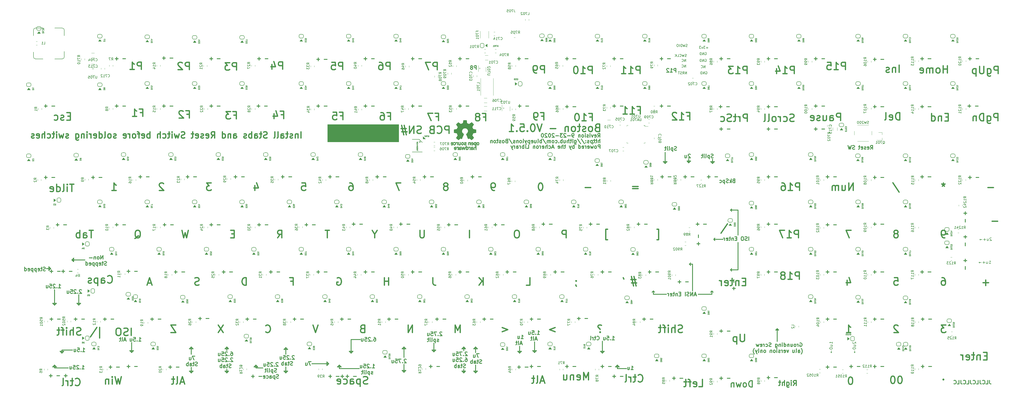
<source format=gbr>
G04 #@! TF.GenerationSoftware,KiCad,Pcbnew,(5.99.0-3379-gdb40e0c595)*
G04 #@! TF.CreationDate,2020-09-23T13:57:13-04:00*
G04 #@! TF.ProjectId,Boston-keyboard-S,426f7374-6f6e-42d6-9b65-79626f617264,rev?*
G04 #@! TF.SameCoordinates,Original*
G04 #@! TF.FileFunction,Legend,Bot*
G04 #@! TF.FilePolarity,Positive*
%FSLAX46Y46*%
G04 Gerber Fmt 4.6, Leading zero omitted, Abs format (unit mm)*
G04 Created by KiCad (PCBNEW (5.99.0-3379-gdb40e0c595)) date 2020-09-23 13:57:13*
%MOMM*%
%LPD*%
G01*
G04 APERTURE LIST*
%ADD10C,0.300000*%
%ADD11C,0.120000*%
%ADD12C,0.100000*%
%ADD13C,0.500000*%
%ADD14C,0.200000*%
%ADD15C,0.400000*%
%ADD16C,0.150000*%
%ADD17C,0.127000*%
%ADD18C,0.010000*%
G04 APERTURE END LIST*
D10*
X187500000Y-155675000D02*
X187500000Y-155425000D01*
X123250000Y-166675000D02*
X123250000Y-168925000D01*
X220000000Y-159675000D02*
X220750000Y-160425000D01*
X182750000Y-165675000D02*
X182000000Y-166425000D01*
X332500000Y-137225000D02*
X327000000Y-137225000D01*
X123250000Y-158425000D02*
X122500000Y-159175000D01*
X123250000Y-161425000D02*
X123250000Y-158425000D01*
X309000000Y-135925000D02*
X309500000Y-136425000D01*
X162000000Y-159425000D02*
X161250000Y-158675000D01*
X221500000Y-159675000D02*
X220000000Y-159675000D01*
X340000000Y-103425000D02*
X343000000Y-103425000D01*
X238250000Y-168175000D02*
X236750000Y-168175000D01*
X71250000Y-160925000D02*
X71250000Y-159925000D01*
X294500000Y-165675000D02*
X295250000Y-166425000D01*
X68250000Y-165675000D02*
X68250000Y-166925000D01*
X69000000Y-166425000D02*
X67500000Y-166425000D01*
X68250000Y-166925000D02*
X73750000Y-166925000D01*
X232000000Y-168175000D02*
X232750000Y-168925000D01*
X220750000Y-160425000D02*
X220750000Y-156925000D01*
X358800000Y-156225000D02*
X358800000Y-151025000D01*
X359400000Y-151625000D02*
X358800000Y-151025000D01*
X208750000Y-168675000D02*
X208750000Y-165425000D01*
X236750000Y-159175000D02*
X238250000Y-159175000D01*
X340000000Y-103425000D02*
X340500000Y-103925000D01*
X161250000Y-158675000D02*
X160500000Y-159425000D01*
X138250000Y-168175000D02*
X136750000Y-168175000D01*
X171750000Y-165175000D02*
X178500000Y-165175000D01*
X137500000Y-158425000D02*
X136750000Y-159175000D01*
X261250000Y-160675000D02*
X261250000Y-156425000D01*
X340500000Y-127925000D02*
X340000000Y-127425000D01*
X77250000Y-140925000D02*
X78000000Y-141675000D01*
X76000000Y-124175000D02*
X75250000Y-123425000D01*
X177750000Y-164425000D02*
X177750000Y-165925000D01*
X136750000Y-159175000D02*
X138250000Y-159175000D01*
X333750000Y-115675000D02*
X333250000Y-115175000D01*
D11*
X239400000Y-46400000D02*
G75*
G03*
X239400000Y-46400000I-200000J0D01*
G01*
D10*
X66750000Y-126925000D02*
X66000000Y-126175000D01*
X324750000Y-125175000D02*
X323500000Y-125175000D01*
X323250000Y-84425000D02*
X324000000Y-83675000D01*
X70500000Y-160175000D02*
X71250000Y-160925000D01*
X323500000Y-125175000D02*
X324000000Y-125675000D01*
X208750000Y-162675000D02*
X208750000Y-158425000D01*
X322500000Y-83675000D02*
X323250000Y-84425000D01*
X72000000Y-160175000D02*
X70500000Y-160175000D01*
X261250000Y-160675000D02*
X262000000Y-159925000D01*
X293750000Y-166425000D02*
X294500000Y-165675000D01*
D12*
G36*
X206600000Y-75925000D02*
G01*
X178000000Y-75925000D01*
X178000000Y-68925000D01*
X206600000Y-68925000D01*
X206600000Y-75925000D01*
G37*
X206600000Y-75925000D02*
X178000000Y-75925000D01*
X178000000Y-68925000D01*
X206600000Y-68925000D01*
X206600000Y-75925000D01*
D10*
X208750000Y-168675000D02*
X208000000Y-167925000D01*
X314500000Y-83925000D02*
X313000000Y-83925000D01*
X208000000Y-167925000D02*
X209500000Y-167925000D01*
X71250000Y-159925000D02*
X71250000Y-159675000D01*
X78000000Y-141675000D02*
X78750000Y-140925000D01*
X149250000Y-166925000D02*
X152000000Y-166925000D01*
X124000000Y-168175000D02*
X123250000Y-168925000D01*
X137500000Y-167425000D02*
X137500000Y-168925000D01*
X324750000Y-135925000D02*
X324750000Y-126175000D01*
X68250000Y-135425000D02*
X68250000Y-141675000D01*
D11*
X249000000Y-62400000D02*
G75*
G03*
X249000000Y-62400000I-200000J0D01*
G01*
D10*
X237500000Y-158425000D02*
X236750000Y-159175000D01*
X71250000Y-159675000D02*
X75500000Y-159675000D01*
X237500000Y-160675000D02*
X237500000Y-158425000D01*
X358200000Y-151625000D02*
X359400000Y-151625000D01*
X161250000Y-166425000D02*
X161250000Y-168925000D01*
X232750000Y-158425000D02*
X232750000Y-159925000D01*
X68250000Y-166925000D02*
X68250000Y-165675000D01*
X314200000Y-137225000D02*
X309000000Y-137225000D01*
X236750000Y-168175000D02*
X237500000Y-168925000D01*
X323500000Y-125175000D02*
X324000000Y-124675000D01*
X161250000Y-158675000D02*
X161250000Y-161425000D01*
X68250000Y-141675000D02*
X69000000Y-140925000D01*
X182750000Y-167175000D02*
X190750000Y-167175000D01*
X122500000Y-159175000D02*
X124000000Y-159175000D01*
X160500000Y-159425000D02*
X162000000Y-159425000D01*
X182000000Y-166425000D02*
X183500000Y-166425000D01*
X343000000Y-103425000D02*
X343000000Y-113425000D01*
X65000000Y-126925000D02*
X66750000Y-126925000D01*
X78750000Y-140925000D02*
X77250000Y-140925000D01*
X287750000Y-160175000D02*
X288500000Y-160925000D01*
X209500000Y-159175000D02*
X208750000Y-158425000D01*
X332750000Y-82925000D02*
X332750000Y-84675000D01*
X340000000Y-127425000D02*
X340500000Y-126925000D01*
X332500000Y-135925000D02*
X332000000Y-136425000D01*
X340000000Y-127425000D02*
X343000000Y-127425000D01*
X324750000Y-126175000D02*
X324750000Y-125175000D01*
X187500000Y-160925000D02*
X188250000Y-160175000D01*
X260500000Y-159925000D02*
X261250000Y-160675000D01*
X313750000Y-80175000D02*
X313750000Y-84675000D01*
X332500000Y-135925000D02*
X332500000Y-137225000D01*
X69000000Y-140925000D02*
X67500000Y-140925000D01*
X232750000Y-168925000D02*
X233500000Y-168175000D01*
X208750000Y-158425000D02*
X208000000Y-159175000D01*
X150000000Y-166425000D02*
X148500000Y-166425000D01*
X124000000Y-159175000D02*
X123250000Y-158425000D01*
X332000000Y-83925000D02*
X333500000Y-83925000D01*
X149250000Y-165675000D02*
X149250000Y-166925000D01*
X233500000Y-159175000D02*
X232000000Y-159175000D01*
X255250000Y-160925000D02*
X255250000Y-158175000D01*
D11*
X309000000Y-135925000D02*
X308500000Y-136425000D01*
D10*
X333500000Y-83925000D02*
X332750000Y-84675000D01*
X75250000Y-123425000D02*
X80500000Y-123425000D01*
X187500000Y-160925000D02*
X187500000Y-155675000D01*
X232000000Y-159175000D02*
X232750000Y-158425000D01*
X122500000Y-168175000D02*
X124000000Y-168175000D01*
X75250000Y-123425000D02*
X76000000Y-122675000D01*
X100000000Y-159925000D02*
X98500000Y-159925000D01*
X137500000Y-168925000D02*
X138250000Y-168175000D01*
X295250000Y-166425000D02*
X293750000Y-166425000D01*
X149250000Y-165675000D02*
X148500000Y-166425000D01*
X99250000Y-160675000D02*
X100000000Y-159925000D01*
X288500000Y-160925000D02*
X288500000Y-156175000D01*
X220750000Y-160425000D02*
X221500000Y-159675000D01*
X333250000Y-115175000D02*
X333750000Y-114675000D01*
X358800000Y-151025000D02*
X358200000Y-151625000D01*
X123250000Y-168925000D02*
X122500000Y-168175000D01*
X233500000Y-168175000D02*
X232000000Y-168175000D01*
X262000000Y-159925000D02*
X260500000Y-159925000D01*
X232750000Y-158425000D02*
X233500000Y-159175000D01*
X183500000Y-166425000D02*
X182750000Y-165675000D01*
X294500000Y-165675000D02*
X294500000Y-167175000D01*
X177750000Y-165925000D02*
X178500000Y-165175000D01*
X294500000Y-167175000D02*
X298250000Y-167175000D01*
X209500000Y-167925000D02*
X208750000Y-168675000D01*
X208000000Y-159175000D02*
X209500000Y-159175000D01*
X232750000Y-168925000D02*
X232750000Y-167425000D01*
X340500000Y-102925000D02*
X340000000Y-103425000D01*
X66000000Y-127675000D02*
X66750000Y-126925000D01*
X237500000Y-168925000D02*
X237500000Y-165675000D01*
X160500000Y-168175000D02*
X161250000Y-168925000D01*
X237500000Y-168925000D02*
X238250000Y-168175000D01*
X137500000Y-159925000D02*
X137500000Y-158425000D01*
X238250000Y-159175000D02*
X237500000Y-158425000D01*
X186750000Y-160175000D02*
X187500000Y-160925000D01*
X309000000Y-137225000D02*
X309000000Y-135925000D01*
X188250000Y-160175000D02*
X186750000Y-160175000D01*
X76000000Y-122675000D02*
X76000000Y-124175000D01*
X313750000Y-84675000D02*
X314500000Y-83925000D01*
X343000000Y-116425000D02*
X343000000Y-127425000D01*
X332500000Y-135925000D02*
X333000000Y-136425000D01*
X332750000Y-84675000D02*
X332000000Y-83925000D01*
X187500000Y-155425000D02*
X191250000Y-155425000D01*
X182750000Y-165675000D02*
X182750000Y-167175000D01*
X138250000Y-159175000D02*
X137500000Y-158425000D01*
X136750000Y-168175000D02*
X137500000Y-168925000D01*
X68250000Y-165675000D02*
X69000000Y-166425000D01*
X162000000Y-168175000D02*
X160500000Y-168175000D01*
X67500000Y-140925000D02*
X68250000Y-141675000D01*
X66000000Y-126175000D02*
X66000000Y-127675000D01*
X308500000Y-136425000D02*
X309000000Y-135925000D01*
X78000000Y-137425000D02*
X78000000Y-141675000D01*
X67500000Y-166425000D02*
X68250000Y-165675000D01*
X288500000Y-160925000D02*
X289250000Y-160175000D01*
X71250000Y-160925000D02*
X72000000Y-160175000D01*
X255250000Y-160925000D02*
X256000000Y-160175000D01*
X313000000Y-83925000D02*
X313750000Y-84675000D01*
X256000000Y-160175000D02*
X254500000Y-160175000D01*
X254500000Y-160175000D02*
X255250000Y-160925000D01*
X289250000Y-160175000D02*
X287750000Y-160175000D01*
X98500000Y-159925000D02*
X99250000Y-160675000D01*
X323250000Y-84425000D02*
X323250000Y-82925000D01*
X149250000Y-165675000D02*
X150000000Y-166425000D01*
D11*
X305100000Y-69255000D02*
X305560000Y-69695000D01*
D10*
X333250000Y-115175000D02*
X337000000Y-115175000D01*
D11*
X83955489Y-46500000D02*
G75*
G03*
X83955489Y-46500000I-230489J0D01*
G01*
D10*
X324000000Y-83675000D02*
X322500000Y-83675000D01*
X178500000Y-165175000D02*
X177750000Y-164425000D01*
X161250000Y-168925000D02*
X162000000Y-168175000D01*
X99250000Y-160675000D02*
X99250000Y-156675000D01*
X420571428Y-90032142D02*
X419428571Y-90032142D01*
X417571428Y-90032142D02*
X416428571Y-90032142D01*
X417000000Y-90603571D02*
X417000000Y-89460714D01*
X339821428Y-171032142D02*
X338678571Y-171032142D01*
X336821428Y-171032142D02*
X335678571Y-171032142D01*
X336250000Y-171603571D02*
X336250000Y-170460714D01*
X220571428Y-90032142D02*
X219428571Y-90032142D01*
X217571428Y-90032142D02*
X216428571Y-90032142D01*
X217000000Y-90603571D02*
X217000000Y-89460714D01*
X102107142Y-156103571D02*
X102964285Y-156103571D01*
X102535714Y-156103571D02*
X102535714Y-154603571D01*
X102678571Y-154817857D01*
X102821428Y-154960714D01*
X102964285Y-155032142D01*
X101464285Y-155960714D02*
X101392857Y-156032142D01*
X101464285Y-156103571D01*
X101535714Y-156032142D01*
X101464285Y-155960714D01*
X101464285Y-156103571D01*
X100035714Y-154603571D02*
X100750000Y-154603571D01*
X100821428Y-155317857D01*
X100750000Y-155246428D01*
X100607142Y-155175000D01*
X100250000Y-155175000D01*
X100107142Y-155246428D01*
X100035714Y-155317857D01*
X99964285Y-155460714D01*
X99964285Y-155817857D01*
X100035714Y-155960714D01*
X100107142Y-156032142D01*
X100250000Y-156103571D01*
X100607142Y-156103571D01*
X100750000Y-156032142D01*
X100821428Y-155960714D01*
X98678571Y-155103571D02*
X98678571Y-156103571D01*
X99321428Y-155103571D02*
X99321428Y-155889285D01*
X99250000Y-156032142D01*
X99107142Y-156103571D01*
X98892857Y-156103571D01*
X98750000Y-156032142D01*
X98678571Y-155960714D01*
X96892857Y-155675000D02*
X96178571Y-155675000D01*
X97035714Y-156103571D02*
X96535714Y-154603571D01*
X96035714Y-156103571D01*
X95321428Y-156103571D02*
X95464285Y-156032142D01*
X95535714Y-155889285D01*
X95535714Y-154603571D01*
X94964285Y-155103571D02*
X94392857Y-155103571D01*
X94750000Y-154603571D02*
X94750000Y-155889285D01*
X94678571Y-156032142D01*
X94535714Y-156103571D01*
X94392857Y-156103571D01*
X318071428Y-47928571D02*
X318071428Y-46428571D01*
X317500000Y-46428571D01*
X317357142Y-46500000D01*
X317285714Y-46571428D01*
X317214285Y-46714285D01*
X317214285Y-46928571D01*
X317285714Y-47071428D01*
X317357142Y-47142857D01*
X317500000Y-47214285D01*
X318071428Y-47214285D01*
X315785714Y-47928571D02*
X316642857Y-47928571D01*
X316214285Y-47928571D02*
X316214285Y-46428571D01*
X316357142Y-46642857D01*
X316500000Y-46785714D01*
X316642857Y-46857142D01*
X315214285Y-46571428D02*
X315142857Y-46500000D01*
X315000000Y-46428571D01*
X314642857Y-46428571D01*
X314500000Y-46500000D01*
X314428571Y-46571428D01*
X314357142Y-46714285D01*
X314357142Y-46857142D01*
X314428571Y-47071428D01*
X315285714Y-47928571D01*
X314357142Y-47928571D01*
X79571428Y-160353571D02*
X80428571Y-160353571D01*
X80000000Y-160353571D02*
X80000000Y-158853571D01*
X80142857Y-159067857D01*
X80285714Y-159210714D01*
X80428571Y-159282142D01*
X78928571Y-160210714D02*
X78857142Y-160282142D01*
X78928571Y-160353571D01*
X79000000Y-160282142D01*
X78928571Y-160210714D01*
X78928571Y-160353571D01*
X77500000Y-158853571D02*
X78214285Y-158853571D01*
X78285714Y-159567857D01*
X78214285Y-159496428D01*
X78071428Y-159425000D01*
X77714285Y-159425000D01*
X77571428Y-159496428D01*
X77500000Y-159567857D01*
X77428571Y-159710714D01*
X77428571Y-160067857D01*
X77500000Y-160210714D01*
X77571428Y-160282142D01*
X77714285Y-160353571D01*
X78071428Y-160353571D01*
X78214285Y-160282142D01*
X78285714Y-160210714D01*
X76142857Y-159353571D02*
X76142857Y-160353571D01*
X76785714Y-159353571D02*
X76785714Y-160139285D01*
X76714285Y-160282142D01*
X76571428Y-160353571D01*
X76357142Y-160353571D01*
X76214285Y-160282142D01*
X76142857Y-160210714D01*
D13*
X131293750Y-92500892D02*
X129436607Y-92500892D01*
X130436607Y-93643750D01*
X130008035Y-93643750D01*
X129722321Y-93786607D01*
X129579464Y-93929464D01*
X129436607Y-94215178D01*
X129436607Y-94929464D01*
X129579464Y-95215178D01*
X129722321Y-95358035D01*
X130008035Y-95500892D01*
X130865178Y-95500892D01*
X131150892Y-95358035D01*
X131293750Y-95215178D01*
D10*
X96821428Y-61532142D02*
X95678571Y-61532142D01*
X93821428Y-61532142D02*
X92678571Y-61532142D01*
X93250000Y-62103571D02*
X93250000Y-60960714D01*
X377821428Y-61532142D02*
X376678571Y-61532142D01*
X374821428Y-61532142D02*
X373678571Y-61532142D01*
X374250000Y-62103571D02*
X374250000Y-60960714D01*
X239821428Y-90032142D02*
X238678571Y-90032142D01*
X236821428Y-90032142D02*
X235678571Y-90032142D01*
X236250000Y-90603571D02*
X236250000Y-89460714D01*
D14*
X330011904Y-47750000D02*
X330107142Y-47702380D01*
X330250000Y-47702380D01*
X330392857Y-47750000D01*
X330488095Y-47845238D01*
X330535714Y-47940476D01*
X330583333Y-48130952D01*
X330583333Y-48273809D01*
X330535714Y-48464285D01*
X330488095Y-48559523D01*
X330392857Y-48654761D01*
X330250000Y-48702380D01*
X330154761Y-48702380D01*
X330011904Y-48654761D01*
X329964285Y-48607142D01*
X329964285Y-48273809D01*
X330154761Y-48273809D01*
X329535714Y-48702380D02*
X329535714Y-47702380D01*
X328964285Y-48702380D01*
X328964285Y-47702380D01*
X328488095Y-48702380D02*
X328488095Y-47702380D01*
X328250000Y-47702380D01*
X328107142Y-47750000D01*
X328011904Y-47845238D01*
X327964285Y-47940476D01*
X327916666Y-48130952D01*
X327916666Y-48273809D01*
X327964285Y-48464285D01*
X328011904Y-48559523D01*
X328107142Y-48654761D01*
X328250000Y-48702380D01*
X328488095Y-48702380D01*
D13*
X231306250Y-152650892D02*
X231306250Y-149650892D01*
X230306250Y-151793750D01*
X229306250Y-149650892D01*
X229306250Y-152650892D01*
D10*
X253821428Y-128282142D02*
X252678571Y-128282142D01*
X250821428Y-128282142D02*
X249678571Y-128282142D01*
X250250000Y-128853571D02*
X250250000Y-127710714D01*
X189571428Y-170282142D02*
X188428571Y-170282142D01*
X186571428Y-170282142D02*
X185428571Y-170282142D01*
X186000000Y-170853571D02*
X186000000Y-169710714D01*
D13*
X386611607Y-152650892D02*
X388325892Y-152650892D01*
X387468750Y-152650892D02*
X387468750Y-149650892D01*
X387754464Y-150079464D01*
X388040178Y-150365178D01*
X388325892Y-150508035D01*
D10*
X258571428Y-166532142D02*
X257428571Y-166532142D01*
X255571428Y-166532142D02*
X254428571Y-166532142D01*
X255000000Y-167103571D02*
X255000000Y-165960714D01*
D13*
X226828571Y-72582142D02*
X226828571Y-69582142D01*
X225685714Y-69582142D01*
X225400000Y-69725000D01*
X225257142Y-69867857D01*
X225114285Y-70153571D01*
X225114285Y-70582142D01*
X225257142Y-70867857D01*
X225400000Y-71010714D01*
X225685714Y-71153571D01*
X226828571Y-71153571D01*
X222114285Y-72296428D02*
X222257142Y-72439285D01*
X222685714Y-72582142D01*
X222971428Y-72582142D01*
X223400000Y-72439285D01*
X223685714Y-72153571D01*
X223828571Y-71867857D01*
X223971428Y-71296428D01*
X223971428Y-70867857D01*
X223828571Y-70296428D01*
X223685714Y-70010714D01*
X223400000Y-69725000D01*
X222971428Y-69582142D01*
X222685714Y-69582142D01*
X222257142Y-69725000D01*
X222114285Y-69867857D01*
X219828571Y-71010714D02*
X219400000Y-71153571D01*
X219257142Y-71296428D01*
X219114285Y-71582142D01*
X219114285Y-72010714D01*
X219257142Y-72296428D01*
X219400000Y-72439285D01*
X219685714Y-72582142D01*
X220828571Y-72582142D01*
X220828571Y-69582142D01*
X219828571Y-69582142D01*
X219542857Y-69725000D01*
X219400000Y-69867857D01*
X219257142Y-70153571D01*
X219257142Y-70439285D01*
X219400000Y-70725000D01*
X219542857Y-70867857D01*
X219828571Y-71010714D01*
X220828571Y-71010714D01*
X215685714Y-72439285D02*
X215257142Y-72582142D01*
X214542857Y-72582142D01*
X214257142Y-72439285D01*
X214114285Y-72296428D01*
X213971428Y-72010714D01*
X213971428Y-71725000D01*
X214114285Y-71439285D01*
X214257142Y-71296428D01*
X214542857Y-71153571D01*
X215114285Y-71010714D01*
X215400000Y-70867857D01*
X215542857Y-70725000D01*
X215685714Y-70439285D01*
X215685714Y-70153571D01*
X215542857Y-69867857D01*
X215400000Y-69725000D01*
X215114285Y-69582142D01*
X214400000Y-69582142D01*
X213971428Y-69725000D01*
X212685714Y-72582142D02*
X212685714Y-69582142D01*
X210971428Y-72582142D01*
X210971428Y-69582142D01*
X209685714Y-70582142D02*
X207542857Y-70582142D01*
X208828571Y-69296428D02*
X209685714Y-73153571D01*
X207828571Y-71867857D02*
X209971428Y-71867857D01*
X208685714Y-73153571D02*
X207828571Y-69296428D01*
D10*
X434392857Y-127246428D02*
X434392857Y-126103571D01*
X434392857Y-124246428D02*
X434392857Y-123103571D01*
X433821428Y-123675000D02*
X434964285Y-123675000D01*
X292071428Y-128282142D02*
X290928571Y-128282142D01*
X289071428Y-128282142D02*
X287928571Y-128282142D01*
X288500000Y-128853571D02*
X288500000Y-127710714D01*
D14*
X322035714Y-45952380D02*
X322035714Y-44952380D01*
X321464285Y-45952380D01*
X321464285Y-44952380D01*
X320416666Y-45857142D02*
X320464285Y-45904761D01*
X320607142Y-45952380D01*
X320702380Y-45952380D01*
X320845238Y-45904761D01*
X320940476Y-45809523D01*
X320988095Y-45714285D01*
X321035714Y-45523809D01*
X321035714Y-45380952D01*
X320988095Y-45190476D01*
X320940476Y-45095238D01*
X320845238Y-45000000D01*
X320702380Y-44952380D01*
X320607142Y-44952380D01*
X320464285Y-45000000D01*
X320416666Y-45047619D01*
D13*
X222089285Y-46982142D02*
X222089285Y-43982142D01*
X220946428Y-43982142D01*
X220660714Y-44125000D01*
X220517857Y-44267857D01*
X220375000Y-44553571D01*
X220375000Y-44982142D01*
X220517857Y-45267857D01*
X220660714Y-45410714D01*
X220946428Y-45553571D01*
X222089285Y-45553571D01*
X219375000Y-43982142D02*
X217375000Y-43982142D01*
X218660714Y-46982142D01*
D10*
X225571428Y-147282142D02*
X224428571Y-147282142D01*
X222571428Y-147282142D02*
X221428571Y-147282142D01*
X222000000Y-147853571D02*
X222000000Y-146710714D01*
D13*
X76110000Y-92977142D02*
X74395714Y-92977142D01*
X75252857Y-95977142D02*
X75252857Y-92977142D01*
X73395714Y-95977142D02*
X73395714Y-93977142D01*
X73395714Y-92977142D02*
X73538571Y-93120000D01*
X73395714Y-93262857D01*
X73252857Y-93120000D01*
X73395714Y-92977142D01*
X73395714Y-93262857D01*
X71538571Y-95977142D02*
X71824285Y-95834285D01*
X71967142Y-95548571D01*
X71967142Y-92977142D01*
X69110000Y-95977142D02*
X69110000Y-92977142D01*
X69110000Y-95834285D02*
X69395714Y-95977142D01*
X69967142Y-95977142D01*
X70252857Y-95834285D01*
X70395714Y-95691428D01*
X70538571Y-95405714D01*
X70538571Y-94548571D01*
X70395714Y-94262857D01*
X70252857Y-94120000D01*
X69967142Y-93977142D01*
X69395714Y-93977142D01*
X69110000Y-94120000D01*
X66538571Y-95834285D02*
X66824285Y-95977142D01*
X67395714Y-95977142D01*
X67681428Y-95834285D01*
X67824285Y-95548571D01*
X67824285Y-94405714D01*
X67681428Y-94120000D01*
X67395714Y-93977142D01*
X66824285Y-93977142D01*
X66538571Y-94120000D01*
X66395714Y-94405714D01*
X66395714Y-94691428D01*
X67824285Y-94977142D01*
X302886607Y-93929464D02*
X300600892Y-93929464D01*
X300600892Y-94786607D02*
X302886607Y-94786607D01*
D10*
X315821428Y-42532142D02*
X314678571Y-42532142D01*
X312821428Y-42532142D02*
X311678571Y-42532142D01*
X312250000Y-43103571D02*
X312250000Y-41960714D01*
D13*
X302768571Y-63190714D02*
X303768571Y-63190714D01*
X303768571Y-64762142D02*
X303768571Y-61762142D01*
X302340000Y-61762142D01*
X299625714Y-64762142D02*
X301340000Y-64762142D01*
X300482857Y-64762142D02*
X300482857Y-61762142D01*
X300768571Y-62190714D01*
X301054285Y-62476428D01*
X301340000Y-62619285D01*
X296768571Y-64762142D02*
X298482857Y-64762142D01*
X297625714Y-64762142D02*
X297625714Y-61762142D01*
X297911428Y-62190714D01*
X298197142Y-62476428D01*
X298482857Y-62619285D01*
X159390000Y-65040714D02*
X160390000Y-65040714D01*
X160390000Y-66612142D02*
X160390000Y-63612142D01*
X158961428Y-63612142D01*
X156532857Y-64612142D02*
X156532857Y-66612142D01*
X157247142Y-63469285D02*
X157961428Y-65612142D01*
X156104285Y-65612142D01*
X207493750Y-92500892D02*
X205493750Y-92500892D01*
X206779464Y-95500892D01*
D10*
X358821428Y-128282142D02*
X357678571Y-128282142D01*
X355821428Y-128282142D02*
X354678571Y-128282142D01*
X355250000Y-128853571D02*
X355250000Y-127710714D01*
X153821428Y-61532142D02*
X152678571Y-61532142D01*
X150821428Y-61532142D02*
X149678571Y-61532142D01*
X150250000Y-62103571D02*
X150250000Y-60960714D01*
X439571428Y-61532142D02*
X438428571Y-61532142D01*
X436571428Y-61532142D02*
X435428571Y-61532142D01*
X436000000Y-62103571D02*
X436000000Y-60960714D01*
X258821428Y-61532142D02*
X257678571Y-61532142D01*
X255821428Y-61532142D02*
X254678571Y-61532142D01*
X255250000Y-62103571D02*
X255250000Y-60960714D01*
X96821428Y-42532142D02*
X95678571Y-42532142D01*
X93821428Y-42532142D02*
X92678571Y-42532142D01*
X93250000Y-43103571D02*
X93250000Y-41960714D01*
D13*
X365575000Y-67639285D02*
X365146428Y-67782142D01*
X364432142Y-67782142D01*
X364146428Y-67639285D01*
X364003571Y-67496428D01*
X363860714Y-67210714D01*
X363860714Y-66925000D01*
X364003571Y-66639285D01*
X364146428Y-66496428D01*
X364432142Y-66353571D01*
X365003571Y-66210714D01*
X365289285Y-66067857D01*
X365432142Y-65925000D01*
X365575000Y-65639285D01*
X365575000Y-65353571D01*
X365432142Y-65067857D01*
X365289285Y-64925000D01*
X365003571Y-64782142D01*
X364289285Y-64782142D01*
X363860714Y-64925000D01*
X361289285Y-67639285D02*
X361575000Y-67782142D01*
X362146428Y-67782142D01*
X362432142Y-67639285D01*
X362575000Y-67496428D01*
X362717857Y-67210714D01*
X362717857Y-66353571D01*
X362575000Y-66067857D01*
X362432142Y-65925000D01*
X362146428Y-65782142D01*
X361575000Y-65782142D01*
X361289285Y-65925000D01*
X360003571Y-67782142D02*
X360003571Y-65782142D01*
X360003571Y-66353571D02*
X359860714Y-66067857D01*
X359717857Y-65925000D01*
X359432142Y-65782142D01*
X359146428Y-65782142D01*
X357717857Y-67782142D02*
X358003571Y-67639285D01*
X358146428Y-67496428D01*
X358289285Y-67210714D01*
X358289285Y-66353571D01*
X358146428Y-66067857D01*
X358003571Y-65925000D01*
X357717857Y-65782142D01*
X357289285Y-65782142D01*
X357003571Y-65925000D01*
X356860714Y-66067857D01*
X356717857Y-66353571D01*
X356717857Y-67210714D01*
X356860714Y-67496428D01*
X357003571Y-67639285D01*
X357289285Y-67782142D01*
X357717857Y-67782142D01*
X355003571Y-67782142D02*
X355289285Y-67639285D01*
X355432142Y-67353571D01*
X355432142Y-64782142D01*
X353432142Y-67782142D02*
X353717857Y-67639285D01*
X353860714Y-67353571D01*
X353860714Y-64782142D01*
D10*
X79285714Y-167353571D02*
X80142857Y-167353571D01*
X79714285Y-167353571D02*
X79714285Y-165853571D01*
X79857142Y-166067857D01*
X80000000Y-166210714D01*
X80142857Y-166282142D01*
X78642857Y-167210714D02*
X78571428Y-167282142D01*
X78642857Y-167353571D01*
X78714285Y-167282142D01*
X78642857Y-167210714D01*
X78642857Y-167353571D01*
X78000000Y-165996428D02*
X77928571Y-165925000D01*
X77785714Y-165853571D01*
X77428571Y-165853571D01*
X77285714Y-165925000D01*
X77214285Y-165996428D01*
X77142857Y-166139285D01*
X77142857Y-166282142D01*
X77214285Y-166496428D01*
X78071428Y-167353571D01*
X77142857Y-167353571D01*
X75785714Y-165853571D02*
X76500000Y-165853571D01*
X76571428Y-166567857D01*
X76500000Y-166496428D01*
X76357142Y-166425000D01*
X76000000Y-166425000D01*
X75857142Y-166496428D01*
X75785714Y-166567857D01*
X75714285Y-166710714D01*
X75714285Y-167067857D01*
X75785714Y-167210714D01*
X75857142Y-167282142D01*
X76000000Y-167353571D01*
X76357142Y-167353571D01*
X76500000Y-167282142D01*
X76571428Y-167210714D01*
X74428571Y-166353571D02*
X74428571Y-167353571D01*
X75071428Y-166353571D02*
X75071428Y-167139285D01*
X75000000Y-167282142D01*
X74857142Y-167353571D01*
X74642857Y-167353571D01*
X74500000Y-167282142D01*
X74428571Y-167210714D01*
D13*
X389301785Y-95500892D02*
X389301785Y-92500892D01*
X387587500Y-95500892D01*
X387587500Y-92500892D01*
X384873214Y-93500892D02*
X384873214Y-95500892D01*
X386158928Y-93500892D02*
X386158928Y-95072321D01*
X386016071Y-95358035D01*
X385730357Y-95500892D01*
X385301785Y-95500892D01*
X385016071Y-95358035D01*
X384873214Y-95215178D01*
X383444642Y-95500892D02*
X383444642Y-93500892D01*
X383444642Y-93786607D02*
X383301785Y-93643750D01*
X383016071Y-93500892D01*
X382587500Y-93500892D01*
X382301785Y-93643750D01*
X382158928Y-93929464D01*
X382158928Y-95500892D01*
X382158928Y-93929464D02*
X382016071Y-93643750D01*
X381730357Y-93500892D01*
X381301785Y-93500892D01*
X381016071Y-93643750D01*
X380873214Y-93929464D01*
X380873214Y-95500892D01*
D10*
X158142857Y-164831428D02*
X158071428Y-164760000D01*
X157928571Y-164688571D01*
X157571428Y-164688571D01*
X157428571Y-164760000D01*
X157357142Y-164831428D01*
X157285714Y-164974285D01*
X157285714Y-165117142D01*
X157357142Y-165331428D01*
X158214285Y-166188571D01*
X157285714Y-166188571D01*
X156642857Y-166045714D02*
X156571428Y-166117142D01*
X156642857Y-166188571D01*
X156714285Y-166117142D01*
X156642857Y-166045714D01*
X156642857Y-166188571D01*
X156000000Y-164831428D02*
X155928571Y-164760000D01*
X155785714Y-164688571D01*
X155428571Y-164688571D01*
X155285714Y-164760000D01*
X155214285Y-164831428D01*
X155142857Y-164974285D01*
X155142857Y-165117142D01*
X155214285Y-165331428D01*
X156071428Y-166188571D01*
X155142857Y-166188571D01*
X153785714Y-164688571D02*
X154500000Y-164688571D01*
X154571428Y-165402857D01*
X154500000Y-165331428D01*
X154357142Y-165260000D01*
X154000000Y-165260000D01*
X153857142Y-165331428D01*
X153785714Y-165402857D01*
X153714285Y-165545714D01*
X153714285Y-165902857D01*
X153785714Y-166045714D01*
X153857142Y-166117142D01*
X154000000Y-166188571D01*
X154357142Y-166188571D01*
X154500000Y-166117142D01*
X154571428Y-166045714D01*
X152428571Y-165188571D02*
X152428571Y-166188571D01*
X153071428Y-165188571D02*
X153071428Y-165974285D01*
X153000000Y-166117142D01*
X152857142Y-166188571D01*
X152642857Y-166188571D01*
X152500000Y-166117142D01*
X152428571Y-166045714D01*
X157535714Y-168532142D02*
X157321428Y-168603571D01*
X156964285Y-168603571D01*
X156821428Y-168532142D01*
X156750000Y-168460714D01*
X156678571Y-168317857D01*
X156678571Y-168175000D01*
X156750000Y-168032142D01*
X156821428Y-167960714D01*
X156964285Y-167889285D01*
X157250000Y-167817857D01*
X157392857Y-167746428D01*
X157464285Y-167675000D01*
X157535714Y-167532142D01*
X157535714Y-167389285D01*
X157464285Y-167246428D01*
X157392857Y-167175000D01*
X157250000Y-167103571D01*
X156892857Y-167103571D01*
X156678571Y-167175000D01*
X156035714Y-167603571D02*
X156035714Y-169103571D01*
X156035714Y-167675000D02*
X155892857Y-167603571D01*
X155607142Y-167603571D01*
X155464285Y-167675000D01*
X155392857Y-167746428D01*
X155321428Y-167889285D01*
X155321428Y-168317857D01*
X155392857Y-168460714D01*
X155464285Y-168532142D01*
X155607142Y-168603571D01*
X155892857Y-168603571D01*
X156035714Y-168532142D01*
X154464285Y-168603571D02*
X154607142Y-168532142D01*
X154678571Y-168389285D01*
X154678571Y-167103571D01*
X153892857Y-168603571D02*
X153892857Y-167603571D01*
X153892857Y-167103571D02*
X153964285Y-167175000D01*
X153892857Y-167246428D01*
X153821428Y-167175000D01*
X153892857Y-167103571D01*
X153892857Y-167246428D01*
X153392857Y-167603571D02*
X152821428Y-167603571D01*
X153178571Y-167103571D02*
X153178571Y-168389285D01*
X153107142Y-168532142D01*
X152964285Y-168603571D01*
X152821428Y-168603571D01*
X158321428Y-170947142D02*
X158107142Y-171018571D01*
X157750000Y-171018571D01*
X157607142Y-170947142D01*
X157535714Y-170875714D01*
X157464285Y-170732857D01*
X157464285Y-170590000D01*
X157535714Y-170447142D01*
X157607142Y-170375714D01*
X157750000Y-170304285D01*
X158035714Y-170232857D01*
X158178571Y-170161428D01*
X158250000Y-170090000D01*
X158321428Y-169947142D01*
X158321428Y-169804285D01*
X158250000Y-169661428D01*
X158178571Y-169590000D01*
X158035714Y-169518571D01*
X157678571Y-169518571D01*
X157464285Y-169590000D01*
X156821428Y-170018571D02*
X156821428Y-171518571D01*
X156821428Y-170090000D02*
X156678571Y-170018571D01*
X156392857Y-170018571D01*
X156250000Y-170090000D01*
X156178571Y-170161428D01*
X156107142Y-170304285D01*
X156107142Y-170732857D01*
X156178571Y-170875714D01*
X156250000Y-170947142D01*
X156392857Y-171018571D01*
X156678571Y-171018571D01*
X156821428Y-170947142D01*
X154821428Y-171018571D02*
X154821428Y-170232857D01*
X154892857Y-170090000D01*
X155035714Y-170018571D01*
X155321428Y-170018571D01*
X155464285Y-170090000D01*
X154821428Y-170947142D02*
X154964285Y-171018571D01*
X155321428Y-171018571D01*
X155464285Y-170947142D01*
X155535714Y-170804285D01*
X155535714Y-170661428D01*
X155464285Y-170518571D01*
X155321428Y-170447142D01*
X154964285Y-170447142D01*
X154821428Y-170375714D01*
X153464285Y-170947142D02*
X153607142Y-171018571D01*
X153892857Y-171018571D01*
X154035714Y-170947142D01*
X154107142Y-170875714D01*
X154178571Y-170732857D01*
X154178571Y-170304285D01*
X154107142Y-170161428D01*
X154035714Y-170090000D01*
X153892857Y-170018571D01*
X153607142Y-170018571D01*
X153464285Y-170090000D01*
X152250000Y-170947142D02*
X152392857Y-171018571D01*
X152678571Y-171018571D01*
X152821428Y-170947142D01*
X152892857Y-170804285D01*
X152892857Y-170232857D01*
X152821428Y-170090000D01*
X152678571Y-170018571D01*
X152392857Y-170018571D01*
X152250000Y-170090000D01*
X152178571Y-170232857D01*
X152178571Y-170375714D01*
X152892857Y-170518571D01*
D13*
X153177678Y-152365178D02*
X153320535Y-152508035D01*
X153749107Y-152650892D01*
X154034821Y-152650892D01*
X154463392Y-152508035D01*
X154749107Y-152222321D01*
X154891964Y-151936607D01*
X155034821Y-151365178D01*
X155034821Y-150936607D01*
X154891964Y-150365178D01*
X154749107Y-150079464D01*
X154463392Y-149793750D01*
X154034821Y-149650892D01*
X153749107Y-149650892D01*
X153320535Y-149793750D01*
X153177678Y-149936607D01*
D10*
X196821428Y-42532142D02*
X195678571Y-42532142D01*
X193821428Y-42532142D02*
X192678571Y-42532142D01*
X193250000Y-43103571D02*
X193250000Y-41960714D01*
X401571428Y-109032142D02*
X400428571Y-109032142D01*
X398571428Y-109032142D02*
X397428571Y-109032142D01*
X398000000Y-109603571D02*
X398000000Y-108460714D01*
X134821428Y-61532142D02*
X133678571Y-61532142D01*
X131821428Y-61532142D02*
X130678571Y-61532142D01*
X131250000Y-62103571D02*
X131250000Y-60960714D01*
D13*
X405233035Y-92358035D02*
X407804464Y-96215178D01*
D10*
X296821428Y-42532142D02*
X295678571Y-42532142D01*
X293821428Y-42532142D02*
X292678571Y-42532142D01*
X293250000Y-43103571D02*
X293250000Y-41960714D01*
X196678571Y-154603571D02*
X196964285Y-154603571D01*
X197107142Y-154675000D01*
X197178571Y-154746428D01*
X197321428Y-154960714D01*
X197392857Y-155246428D01*
X197392857Y-155817857D01*
X197321428Y-155960714D01*
X197250000Y-156032142D01*
X197107142Y-156103571D01*
X196821428Y-156103571D01*
X196678571Y-156032142D01*
X196607142Y-155960714D01*
X196535714Y-155817857D01*
X196535714Y-155460714D01*
X196607142Y-155317857D01*
X196678571Y-155246428D01*
X196821428Y-155175000D01*
X197107142Y-155175000D01*
X197250000Y-155246428D01*
X197321428Y-155317857D01*
X197392857Y-155460714D01*
X195892857Y-155960714D02*
X195821428Y-156032142D01*
X195892857Y-156103571D01*
X195964285Y-156032142D01*
X195892857Y-155960714D01*
X195892857Y-156103571D01*
X195250000Y-154746428D02*
X195178571Y-154675000D01*
X195035714Y-154603571D01*
X194678571Y-154603571D01*
X194535714Y-154675000D01*
X194464285Y-154746428D01*
X194392857Y-154889285D01*
X194392857Y-155032142D01*
X194464285Y-155246428D01*
X195321428Y-156103571D01*
X194392857Y-156103571D01*
X193035714Y-154603571D02*
X193750000Y-154603571D01*
X193821428Y-155317857D01*
X193750000Y-155246428D01*
X193607142Y-155175000D01*
X193250000Y-155175000D01*
X193107142Y-155246428D01*
X193035714Y-155317857D01*
X192964285Y-155460714D01*
X192964285Y-155817857D01*
X193035714Y-155960714D01*
X193107142Y-156032142D01*
X193250000Y-156103571D01*
X193607142Y-156103571D01*
X193750000Y-156032142D01*
X193821428Y-155960714D01*
X191678571Y-155103571D02*
X191678571Y-156103571D01*
X192321428Y-155103571D02*
X192321428Y-155889285D01*
X192250000Y-156032142D01*
X192107142Y-156103571D01*
X191892857Y-156103571D01*
X191750000Y-156032142D01*
X191678571Y-155960714D01*
D13*
X388468750Y-111550892D02*
X386468750Y-111550892D01*
X387754464Y-114550892D01*
D10*
X263571428Y-147282142D02*
X262428571Y-147282142D01*
X260571428Y-147282142D02*
X259428571Y-147282142D01*
X260000000Y-147853571D02*
X260000000Y-146710714D01*
X101571428Y-128032142D02*
X100428571Y-128032142D01*
X98571428Y-128032142D02*
X97428571Y-128032142D01*
X98000000Y-128603571D02*
X98000000Y-127460714D01*
X325321428Y-90032142D02*
X324178571Y-90032142D01*
X322321428Y-90032142D02*
X321178571Y-90032142D01*
X321750000Y-90603571D02*
X321750000Y-89460714D01*
X68321428Y-61532142D02*
X67178571Y-61532142D01*
X65321428Y-61532142D02*
X64178571Y-61532142D01*
X64750000Y-62103571D02*
X64750000Y-60960714D01*
X382571428Y-109282142D02*
X381428571Y-109282142D01*
X379571428Y-109282142D02*
X378428571Y-109282142D01*
X379000000Y-109853571D02*
X379000000Y-108710714D01*
X287571428Y-78603571D02*
X287571428Y-77103571D01*
X287000000Y-77103571D01*
X286857142Y-77175000D01*
X286785714Y-77246428D01*
X286714285Y-77389285D01*
X286714285Y-77603571D01*
X286785714Y-77746428D01*
X286857142Y-77817857D01*
X287000000Y-77889285D01*
X287571428Y-77889285D01*
X285857142Y-78603571D02*
X286000000Y-78532142D01*
X286071428Y-78460714D01*
X286142857Y-78317857D01*
X286142857Y-77889285D01*
X286071428Y-77746428D01*
X286000000Y-77675000D01*
X285857142Y-77603571D01*
X285642857Y-77603571D01*
X285500000Y-77675000D01*
X285428571Y-77746428D01*
X285357142Y-77889285D01*
X285357142Y-78317857D01*
X285428571Y-78460714D01*
X285500000Y-78532142D01*
X285642857Y-78603571D01*
X285857142Y-78603571D01*
X284857142Y-77603571D02*
X284571428Y-78603571D01*
X284285714Y-77889285D01*
X284000000Y-78603571D01*
X283714285Y-77603571D01*
X282571428Y-78532142D02*
X282714285Y-78603571D01*
X283000000Y-78603571D01*
X283142857Y-78532142D01*
X283214285Y-78389285D01*
X283214285Y-77817857D01*
X283142857Y-77675000D01*
X283000000Y-77603571D01*
X282714285Y-77603571D01*
X282571428Y-77675000D01*
X282500000Y-77817857D01*
X282500000Y-77960714D01*
X283214285Y-78103571D01*
X281857142Y-78603571D02*
X281857142Y-77603571D01*
X281857142Y-77889285D02*
X281785714Y-77746428D01*
X281714285Y-77675000D01*
X281571428Y-77603571D01*
X281428571Y-77603571D01*
X280357142Y-78532142D02*
X280500000Y-78603571D01*
X280785714Y-78603571D01*
X280928571Y-78532142D01*
X281000000Y-78389285D01*
X281000000Y-77817857D01*
X280928571Y-77675000D01*
X280785714Y-77603571D01*
X280500000Y-77603571D01*
X280357142Y-77675000D01*
X280285714Y-77817857D01*
X280285714Y-77960714D01*
X281000000Y-78103571D01*
X279000000Y-78603571D02*
X279000000Y-77103571D01*
X279000000Y-78532142D02*
X279142857Y-78603571D01*
X279428571Y-78603571D01*
X279571428Y-78532142D01*
X279642857Y-78460714D01*
X279714285Y-78317857D01*
X279714285Y-77889285D01*
X279642857Y-77746428D01*
X279571428Y-77675000D01*
X279428571Y-77603571D01*
X279142857Y-77603571D01*
X279000000Y-77675000D01*
X277142857Y-78603571D02*
X277142857Y-77103571D01*
X277142857Y-77675000D02*
X277000000Y-77603571D01*
X276714285Y-77603571D01*
X276571428Y-77675000D01*
X276500000Y-77746428D01*
X276428571Y-77889285D01*
X276428571Y-78317857D01*
X276500000Y-78460714D01*
X276571428Y-78532142D01*
X276714285Y-78603571D01*
X277000000Y-78603571D01*
X277142857Y-78532142D01*
X275928571Y-77603571D02*
X275571428Y-78603571D01*
X275214285Y-77603571D02*
X275571428Y-78603571D01*
X275714285Y-78960714D01*
X275785714Y-79032142D01*
X275928571Y-79103571D01*
X273714285Y-77603571D02*
X273142857Y-77603571D01*
X273500000Y-77103571D02*
X273500000Y-78389285D01*
X273428571Y-78532142D01*
X273285714Y-78603571D01*
X273142857Y-78603571D01*
X272642857Y-78603571D02*
X272642857Y-77103571D01*
X272000000Y-78603571D02*
X272000000Y-77817857D01*
X272071428Y-77675000D01*
X272214285Y-77603571D01*
X272428571Y-77603571D01*
X272571428Y-77675000D01*
X272642857Y-77746428D01*
X270714285Y-78532142D02*
X270857142Y-78603571D01*
X271142857Y-78603571D01*
X271285714Y-78532142D01*
X271357142Y-78389285D01*
X271357142Y-77817857D01*
X271285714Y-77675000D01*
X271142857Y-77603571D01*
X270857142Y-77603571D01*
X270714285Y-77675000D01*
X270642857Y-77817857D01*
X270642857Y-77960714D01*
X271357142Y-78103571D01*
X268928571Y-78175000D02*
X268214285Y-78175000D01*
X269071428Y-78603571D02*
X268571428Y-77103571D01*
X268071428Y-78603571D01*
X266928571Y-78532142D02*
X267071428Y-78603571D01*
X267357142Y-78603571D01*
X267500000Y-78532142D01*
X267571428Y-78460714D01*
X267642857Y-78317857D01*
X267642857Y-77889285D01*
X267571428Y-77746428D01*
X267500000Y-77675000D01*
X267357142Y-77603571D01*
X267071428Y-77603571D01*
X266928571Y-77675000D01*
X266285714Y-78603571D02*
X266285714Y-77103571D01*
X265642857Y-78603571D02*
X265642857Y-77817857D01*
X265714285Y-77675000D01*
X265857142Y-77603571D01*
X266071428Y-77603571D01*
X266214285Y-77675000D01*
X266285714Y-77746428D01*
X264357142Y-78532142D02*
X264500000Y-78603571D01*
X264785714Y-78603571D01*
X264928571Y-78532142D01*
X265000000Y-78389285D01*
X265000000Y-77817857D01*
X264928571Y-77675000D01*
X264785714Y-77603571D01*
X264500000Y-77603571D01*
X264357142Y-77675000D01*
X264285714Y-77817857D01*
X264285714Y-77960714D01*
X265000000Y-78103571D01*
X263642857Y-78603571D02*
X263642857Y-77603571D01*
X263642857Y-77889285D02*
X263571428Y-77746428D01*
X263500000Y-77675000D01*
X263357142Y-77603571D01*
X263214285Y-77603571D01*
X262500000Y-78603571D02*
X262642857Y-78532142D01*
X262714285Y-78460714D01*
X262785714Y-78317857D01*
X262785714Y-77889285D01*
X262714285Y-77746428D01*
X262642857Y-77675000D01*
X262500000Y-77603571D01*
X262285714Y-77603571D01*
X262142857Y-77675000D01*
X262071428Y-77746428D01*
X262000000Y-77889285D01*
X262000000Y-78317857D01*
X262071428Y-78460714D01*
X262142857Y-78532142D01*
X262285714Y-78603571D01*
X262500000Y-78603571D01*
X261357142Y-77603571D02*
X261357142Y-78603571D01*
X261357142Y-77746428D02*
X261285714Y-77675000D01*
X261142857Y-77603571D01*
X260928571Y-77603571D01*
X260785714Y-77675000D01*
X260714285Y-77817857D01*
X260714285Y-78603571D01*
X258142857Y-78603571D02*
X258857142Y-78603571D01*
X258857142Y-77103571D01*
X257642857Y-78603571D02*
X257642857Y-77603571D01*
X257642857Y-77103571D02*
X257714285Y-77175000D01*
X257642857Y-77246428D01*
X257571428Y-77175000D01*
X257642857Y-77103571D01*
X257642857Y-77246428D01*
X256928571Y-78603571D02*
X256928571Y-77103571D01*
X256928571Y-77675000D02*
X256785714Y-77603571D01*
X256500000Y-77603571D01*
X256357142Y-77675000D01*
X256285714Y-77746428D01*
X256214285Y-77889285D01*
X256214285Y-78317857D01*
X256285714Y-78460714D01*
X256357142Y-78532142D01*
X256500000Y-78603571D01*
X256785714Y-78603571D01*
X256928571Y-78532142D01*
X255571428Y-78603571D02*
X255571428Y-77603571D01*
X255571428Y-77889285D02*
X255500000Y-77746428D01*
X255428571Y-77675000D01*
X255285714Y-77603571D01*
X255142857Y-77603571D01*
X254000000Y-78603571D02*
X254000000Y-77817857D01*
X254071428Y-77675000D01*
X254214285Y-77603571D01*
X254500000Y-77603571D01*
X254642857Y-77675000D01*
X254000000Y-78532142D02*
X254142857Y-78603571D01*
X254500000Y-78603571D01*
X254642857Y-78532142D01*
X254714285Y-78389285D01*
X254714285Y-78246428D01*
X254642857Y-78103571D01*
X254500000Y-78032142D01*
X254142857Y-78032142D01*
X254000000Y-77960714D01*
X253285714Y-78603571D02*
X253285714Y-77603571D01*
X253285714Y-77889285D02*
X253214285Y-77746428D01*
X253142857Y-77675000D01*
X253000000Y-77603571D01*
X252857142Y-77603571D01*
X252500000Y-77603571D02*
X252142857Y-78603571D01*
X251785714Y-77603571D02*
X252142857Y-78603571D01*
X252285714Y-78960714D01*
X252357142Y-79032142D01*
X252500000Y-79103571D01*
X118321428Y-166532142D02*
X117178571Y-166532142D01*
X115321428Y-166532142D02*
X114178571Y-166532142D01*
X114750000Y-167103571D02*
X114750000Y-165960714D01*
D13*
X167679464Y-92500892D02*
X169108035Y-92500892D01*
X169250892Y-93929464D01*
X169108035Y-93786607D01*
X168822321Y-93643750D01*
X168108035Y-93643750D01*
X167822321Y-93786607D01*
X167679464Y-93929464D01*
X167536607Y-94215178D01*
X167536607Y-94929464D01*
X167679464Y-95215178D01*
X167822321Y-95358035D01*
X168108035Y-95500892D01*
X168822321Y-95500892D01*
X169108035Y-95358035D01*
X169250892Y-95215178D01*
D10*
X238928571Y-161146071D02*
X237928571Y-161146071D01*
X238571428Y-162646071D01*
X236714285Y-161646071D02*
X236714285Y-162646071D01*
X237357142Y-161646071D02*
X237357142Y-162431785D01*
X237285714Y-162574642D01*
X237142857Y-162646071D01*
X236928571Y-162646071D01*
X236785714Y-162574642D01*
X236714285Y-162503214D01*
X239964285Y-164989642D02*
X239750000Y-165061071D01*
X239392857Y-165061071D01*
X239250000Y-164989642D01*
X239178571Y-164918214D01*
X239107142Y-164775357D01*
X239107142Y-164632500D01*
X239178571Y-164489642D01*
X239250000Y-164418214D01*
X239392857Y-164346785D01*
X239678571Y-164275357D01*
X239821428Y-164203928D01*
X239892857Y-164132500D01*
X239964285Y-163989642D01*
X239964285Y-163846785D01*
X239892857Y-163703928D01*
X239821428Y-163632500D01*
X239678571Y-163561071D01*
X239321428Y-163561071D01*
X239107142Y-163632500D01*
X238678571Y-164061071D02*
X238107142Y-164061071D01*
X238464285Y-163561071D02*
X238464285Y-164846785D01*
X238392857Y-164989642D01*
X238250000Y-165061071D01*
X238107142Y-165061071D01*
X236964285Y-165061071D02*
X236964285Y-164275357D01*
X237035714Y-164132500D01*
X237178571Y-164061071D01*
X237464285Y-164061071D01*
X237607142Y-164132500D01*
X236964285Y-164989642D02*
X237107142Y-165061071D01*
X237464285Y-165061071D01*
X237607142Y-164989642D01*
X237678571Y-164846785D01*
X237678571Y-164703928D01*
X237607142Y-164561071D01*
X237464285Y-164489642D01*
X237107142Y-164489642D01*
X236964285Y-164418214D01*
X236250000Y-165061071D02*
X236250000Y-163561071D01*
X236250000Y-164132500D02*
X236107142Y-164061071D01*
X235821428Y-164061071D01*
X235678571Y-164132500D01*
X235607142Y-164203928D01*
X235535714Y-164346785D01*
X235535714Y-164775357D01*
X235607142Y-164918214D01*
X235678571Y-164989642D01*
X235821428Y-165061071D01*
X236107142Y-165061071D01*
X236250000Y-164989642D01*
D13*
X99114285Y-153857142D02*
X99114285Y-150857142D01*
X97828571Y-153714285D02*
X97400000Y-153857142D01*
X96685714Y-153857142D01*
X96400000Y-153714285D01*
X96257142Y-153571428D01*
X96114285Y-153285714D01*
X96114285Y-153000000D01*
X96257142Y-152714285D01*
X96400000Y-152571428D01*
X96685714Y-152428571D01*
X97257142Y-152285714D01*
X97542857Y-152142857D01*
X97685714Y-152000000D01*
X97828571Y-151714285D01*
X97828571Y-151428571D01*
X97685714Y-151142857D01*
X97542857Y-151000000D01*
X97257142Y-150857142D01*
X96542857Y-150857142D01*
X96114285Y-151000000D01*
X94257142Y-150857142D02*
X93685714Y-150857142D01*
X93400000Y-151000000D01*
X93114285Y-151285714D01*
X92971428Y-151857142D01*
X92971428Y-152857142D01*
X93114285Y-153428571D01*
X93400000Y-153714285D01*
X93685714Y-153857142D01*
X94257142Y-153857142D01*
X94542857Y-153714285D01*
X94828571Y-153428571D01*
X94971428Y-152857142D01*
X94971428Y-151857142D01*
X94828571Y-151285714D01*
X94542857Y-151000000D01*
X94257142Y-150857142D01*
X86400000Y-154857142D02*
X86400000Y-150571428D01*
X85257142Y-150571428D02*
X82685714Y-154428571D01*
D10*
X339821428Y-70782142D02*
X338678571Y-70782142D01*
X336821428Y-70782142D02*
X335678571Y-70782142D01*
X336250000Y-71353571D02*
X336250000Y-70210714D01*
X347354285Y-115613571D02*
X347354285Y-114113571D01*
X346711428Y-115542142D02*
X346497142Y-115613571D01*
X346140000Y-115613571D01*
X345997142Y-115542142D01*
X345925714Y-115470714D01*
X345854285Y-115327857D01*
X345854285Y-115185000D01*
X345925714Y-115042142D01*
X345997142Y-114970714D01*
X346140000Y-114899285D01*
X346425714Y-114827857D01*
X346568571Y-114756428D01*
X346640000Y-114685000D01*
X346711428Y-114542142D01*
X346711428Y-114399285D01*
X346640000Y-114256428D01*
X346568571Y-114185000D01*
X346425714Y-114113571D01*
X346068571Y-114113571D01*
X345854285Y-114185000D01*
X344925714Y-114113571D02*
X344640000Y-114113571D01*
X344497142Y-114185000D01*
X344354285Y-114327857D01*
X344282857Y-114613571D01*
X344282857Y-115113571D01*
X344354285Y-115399285D01*
X344497142Y-115542142D01*
X344640000Y-115613571D01*
X344925714Y-115613571D01*
X345068571Y-115542142D01*
X345211428Y-115399285D01*
X345282857Y-115113571D01*
X345282857Y-114613571D01*
X345211428Y-114327857D01*
X345068571Y-114185000D01*
X344925714Y-114113571D01*
X342497142Y-114827857D02*
X341997142Y-114827857D01*
X341782857Y-115613571D02*
X342497142Y-115613571D01*
X342497142Y-114113571D01*
X341782857Y-114113571D01*
X341140000Y-114613571D02*
X341140000Y-115613571D01*
X341140000Y-114756428D02*
X341068571Y-114685000D01*
X340925714Y-114613571D01*
X340711428Y-114613571D01*
X340568571Y-114685000D01*
X340497142Y-114827857D01*
X340497142Y-115613571D01*
X339997142Y-114613571D02*
X339425714Y-114613571D01*
X339782857Y-114113571D02*
X339782857Y-115399285D01*
X339711428Y-115542142D01*
X339568571Y-115613571D01*
X339425714Y-115613571D01*
X338354285Y-115542142D02*
X338497142Y-115613571D01*
X338782857Y-115613571D01*
X338925714Y-115542142D01*
X338997142Y-115399285D01*
X338997142Y-114827857D01*
X338925714Y-114685000D01*
X338782857Y-114613571D01*
X338497142Y-114613571D01*
X338354285Y-114685000D01*
X338282857Y-114827857D01*
X338282857Y-114970714D01*
X338997142Y-115113571D01*
X337640000Y-115613571D02*
X337640000Y-114613571D01*
X337640000Y-114899285D02*
X337568571Y-114756428D01*
X337497142Y-114685000D01*
X337354285Y-114613571D01*
X337211428Y-114613571D01*
X234142857Y-160581428D02*
X234071428Y-160510000D01*
X233928571Y-160438571D01*
X233571428Y-160438571D01*
X233428571Y-160510000D01*
X233357142Y-160581428D01*
X233285714Y-160724285D01*
X233285714Y-160867142D01*
X233357142Y-161081428D01*
X234214285Y-161938571D01*
X233285714Y-161938571D01*
X232642857Y-161795714D02*
X232571428Y-161867142D01*
X232642857Y-161938571D01*
X232714285Y-161867142D01*
X232642857Y-161795714D01*
X232642857Y-161938571D01*
X232071428Y-160438571D02*
X231071428Y-160438571D01*
X231714285Y-161938571D01*
X229785714Y-160438571D02*
X230500000Y-160438571D01*
X230571428Y-161152857D01*
X230500000Y-161081428D01*
X230357142Y-161010000D01*
X230000000Y-161010000D01*
X229857142Y-161081428D01*
X229785714Y-161152857D01*
X229714285Y-161295714D01*
X229714285Y-161652857D01*
X229785714Y-161795714D01*
X229857142Y-161867142D01*
X230000000Y-161938571D01*
X230357142Y-161938571D01*
X230500000Y-161867142D01*
X230571428Y-161795714D01*
X228428571Y-160938571D02*
X228428571Y-161938571D01*
X229071428Y-160938571D02*
X229071428Y-161724285D01*
X229000000Y-161867142D01*
X228857142Y-161938571D01*
X228642857Y-161938571D01*
X228500000Y-161867142D01*
X228428571Y-161795714D01*
X233428571Y-162853571D02*
X233714285Y-162853571D01*
X233857142Y-162925000D01*
X233928571Y-162996428D01*
X234071428Y-163210714D01*
X234142857Y-163496428D01*
X234142857Y-164067857D01*
X234071428Y-164210714D01*
X234000000Y-164282142D01*
X233857142Y-164353571D01*
X233571428Y-164353571D01*
X233428571Y-164282142D01*
X233357142Y-164210714D01*
X233285714Y-164067857D01*
X233285714Y-163710714D01*
X233357142Y-163567857D01*
X233428571Y-163496428D01*
X233571428Y-163425000D01*
X233857142Y-163425000D01*
X234000000Y-163496428D01*
X234071428Y-163567857D01*
X234142857Y-163710714D01*
X232642857Y-164210714D02*
X232571428Y-164282142D01*
X232642857Y-164353571D01*
X232714285Y-164282142D01*
X232642857Y-164210714D01*
X232642857Y-164353571D01*
X232000000Y-162996428D02*
X231928571Y-162925000D01*
X231785714Y-162853571D01*
X231428571Y-162853571D01*
X231285714Y-162925000D01*
X231214285Y-162996428D01*
X231142857Y-163139285D01*
X231142857Y-163282142D01*
X231214285Y-163496428D01*
X232071428Y-164353571D01*
X231142857Y-164353571D01*
X229785714Y-162853571D02*
X230500000Y-162853571D01*
X230571428Y-163567857D01*
X230500000Y-163496428D01*
X230357142Y-163425000D01*
X230000000Y-163425000D01*
X229857142Y-163496428D01*
X229785714Y-163567857D01*
X229714285Y-163710714D01*
X229714285Y-164067857D01*
X229785714Y-164210714D01*
X229857142Y-164282142D01*
X230000000Y-164353571D01*
X230357142Y-164353571D01*
X230500000Y-164282142D01*
X230571428Y-164210714D01*
X228428571Y-163353571D02*
X228428571Y-164353571D01*
X229071428Y-163353571D02*
X229071428Y-164139285D01*
X229000000Y-164282142D01*
X228857142Y-164353571D01*
X228642857Y-164353571D01*
X228500000Y-164282142D01*
X228428571Y-164210714D01*
X233464285Y-166697142D02*
X233250000Y-166768571D01*
X232892857Y-166768571D01*
X232750000Y-166697142D01*
X232678571Y-166625714D01*
X232607142Y-166482857D01*
X232607142Y-166340000D01*
X232678571Y-166197142D01*
X232750000Y-166125714D01*
X232892857Y-166054285D01*
X233178571Y-165982857D01*
X233321428Y-165911428D01*
X233392857Y-165840000D01*
X233464285Y-165697142D01*
X233464285Y-165554285D01*
X233392857Y-165411428D01*
X233321428Y-165340000D01*
X233178571Y-165268571D01*
X232821428Y-165268571D01*
X232607142Y-165340000D01*
X232178571Y-165768571D02*
X231607142Y-165768571D01*
X231964285Y-165268571D02*
X231964285Y-166554285D01*
X231892857Y-166697142D01*
X231750000Y-166768571D01*
X231607142Y-166768571D01*
X230464285Y-166768571D02*
X230464285Y-165982857D01*
X230535714Y-165840000D01*
X230678571Y-165768571D01*
X230964285Y-165768571D01*
X231107142Y-165840000D01*
X230464285Y-166697142D02*
X230607142Y-166768571D01*
X230964285Y-166768571D01*
X231107142Y-166697142D01*
X231178571Y-166554285D01*
X231178571Y-166411428D01*
X231107142Y-166268571D01*
X230964285Y-166197142D01*
X230607142Y-166197142D01*
X230464285Y-166125714D01*
X229750000Y-166768571D02*
X229750000Y-165268571D01*
X229750000Y-165840000D02*
X229607142Y-165768571D01*
X229321428Y-165768571D01*
X229178571Y-165840000D01*
X229107142Y-165911428D01*
X229035714Y-166054285D01*
X229035714Y-166482857D01*
X229107142Y-166625714D01*
X229178571Y-166697142D01*
X229321428Y-166768571D01*
X229607142Y-166768571D01*
X229750000Y-166697142D01*
X144571428Y-90032142D02*
X143428571Y-90032142D01*
X141571428Y-90032142D02*
X140428571Y-90032142D01*
X141000000Y-90603571D02*
X141000000Y-89460714D01*
X154071428Y-109282142D02*
X152928571Y-109282142D01*
X151071428Y-109282142D02*
X149928571Y-109282142D01*
X150500000Y-109853571D02*
X150500000Y-108710714D01*
D14*
X329785714Y-46202380D02*
X329785714Y-45202380D01*
X329214285Y-46202380D01*
X329214285Y-45202380D01*
X328166666Y-46107142D02*
X328214285Y-46154761D01*
X328357142Y-46202380D01*
X328452380Y-46202380D01*
X328595238Y-46154761D01*
X328690476Y-46059523D01*
X328738095Y-45964285D01*
X328785714Y-45773809D01*
X328785714Y-45630952D01*
X328738095Y-45440476D01*
X328690476Y-45345238D01*
X328595238Y-45250000D01*
X328452380Y-45202380D01*
X328357142Y-45202380D01*
X328214285Y-45250000D01*
X328166666Y-45297619D01*
D10*
X277821428Y-42532142D02*
X276678571Y-42532142D01*
X274821428Y-42532142D02*
X273678571Y-42532142D01*
X274250000Y-43103571D02*
X274250000Y-41960714D01*
X168321428Y-147282142D02*
X167178571Y-147282142D01*
X165321428Y-147282142D02*
X164178571Y-147282142D01*
X164750000Y-147853571D02*
X164750000Y-146710714D01*
D13*
X425568750Y-171415178D02*
X425425892Y-171558035D01*
X425568750Y-171700892D01*
X425711607Y-171558035D01*
X425568750Y-171415178D01*
X425568750Y-171700892D01*
X102718750Y-64163839D02*
X103718750Y-64163839D01*
X103718750Y-65735267D02*
X103718750Y-62735267D01*
X102290178Y-62735267D01*
X99575892Y-65735267D02*
X101290178Y-65735267D01*
X100433035Y-65735267D02*
X100433035Y-62735267D01*
X100718750Y-63163839D01*
X101004464Y-63449553D01*
X101290178Y-63592410D01*
D10*
X173071428Y-109282142D02*
X171928571Y-109282142D01*
X170071428Y-109282142D02*
X168928571Y-109282142D01*
X169500000Y-109853571D02*
X169500000Y-108710714D01*
X358821428Y-170782142D02*
X357678571Y-170782142D01*
X355821428Y-170782142D02*
X354678571Y-170782142D01*
X355250000Y-171353571D02*
X355250000Y-170210714D01*
X163571428Y-90032142D02*
X162428571Y-90032142D01*
X160571428Y-90032142D02*
X159428571Y-90032142D01*
X160000000Y-90603571D02*
X160000000Y-89460714D01*
D13*
X145366964Y-133600892D02*
X145366964Y-130600892D01*
X144652678Y-130600892D01*
X144224107Y-130743750D01*
X143938392Y-131029464D01*
X143795535Y-131315178D01*
X143652678Y-131886607D01*
X143652678Y-132315178D01*
X143795535Y-132886607D01*
X143938392Y-133172321D01*
X144224107Y-133458035D01*
X144652678Y-133600892D01*
X145366964Y-133600892D01*
D10*
X80321428Y-147282142D02*
X79178571Y-147282142D01*
X77321428Y-147282142D02*
X76178571Y-147282142D01*
X76750000Y-147853571D02*
X76750000Y-146710714D01*
X139821428Y-128282142D02*
X138678571Y-128282142D01*
X136821428Y-128282142D02*
X135678571Y-128282142D01*
X136250000Y-128853571D02*
X136250000Y-127710714D01*
D15*
X348716190Y-174495952D02*
X348716190Y-171995952D01*
X348120952Y-171995952D01*
X347763809Y-172115000D01*
X347525714Y-172353095D01*
X347406666Y-172591190D01*
X347287619Y-173067380D01*
X347287619Y-173424523D01*
X347406666Y-173900714D01*
X347525714Y-174138809D01*
X347763809Y-174376904D01*
X348120952Y-174495952D01*
X348716190Y-174495952D01*
X345859047Y-174495952D02*
X346097142Y-174376904D01*
X346216190Y-174257857D01*
X346335238Y-174019761D01*
X346335238Y-173305476D01*
X346216190Y-173067380D01*
X346097142Y-172948333D01*
X345859047Y-172829285D01*
X345501904Y-172829285D01*
X345263809Y-172948333D01*
X345144761Y-173067380D01*
X345025714Y-173305476D01*
X345025714Y-174019761D01*
X345144761Y-174257857D01*
X345263809Y-174376904D01*
X345501904Y-174495952D01*
X345859047Y-174495952D01*
X344192380Y-172829285D02*
X343716190Y-174495952D01*
X343240000Y-173305476D01*
X342763809Y-174495952D01*
X342287619Y-172829285D01*
X341335238Y-172829285D02*
X341335238Y-174495952D01*
X341335238Y-173067380D02*
X341216190Y-172948333D01*
X340978095Y-172829285D01*
X340620952Y-172829285D01*
X340382857Y-172948333D01*
X340263809Y-173186428D01*
X340263809Y-174495952D01*
D13*
X202588392Y-133600892D02*
X202588392Y-130600892D01*
X202588392Y-132029464D02*
X200874107Y-132029464D01*
X200874107Y-133600892D02*
X200874107Y-130600892D01*
D10*
X401571428Y-166282142D02*
X400428571Y-166282142D01*
X398571428Y-166282142D02*
X397428571Y-166282142D01*
X398000000Y-166853571D02*
X398000000Y-165710714D01*
D13*
X447500000Y-67532142D02*
X447500000Y-64532142D01*
X446357142Y-64532142D01*
X446071428Y-64675000D01*
X445928571Y-64817857D01*
X445785714Y-65103571D01*
X445785714Y-65532142D01*
X445928571Y-65817857D01*
X446071428Y-65960714D01*
X446357142Y-66103571D01*
X447500000Y-66103571D01*
X443214285Y-65532142D02*
X443214285Y-67960714D01*
X443357142Y-68246428D01*
X443500000Y-68389285D01*
X443785714Y-68532142D01*
X444214285Y-68532142D01*
X444500000Y-68389285D01*
X443214285Y-67389285D02*
X443500000Y-67532142D01*
X444071428Y-67532142D01*
X444357142Y-67389285D01*
X444500000Y-67246428D01*
X444642857Y-66960714D01*
X444642857Y-66103571D01*
X444500000Y-65817857D01*
X444357142Y-65675000D01*
X444071428Y-65532142D01*
X443500000Y-65532142D01*
X443214285Y-65675000D01*
X441785714Y-67532142D02*
X441785714Y-64532142D01*
X441071428Y-64532142D01*
X440642857Y-64675000D01*
X440357142Y-64960714D01*
X440214285Y-65246428D01*
X440071428Y-65817857D01*
X440071428Y-66246428D01*
X440214285Y-66817857D01*
X440357142Y-67103571D01*
X440642857Y-67389285D01*
X441071428Y-67532142D01*
X441785714Y-67532142D01*
X438785714Y-65532142D02*
X438785714Y-67532142D01*
X438785714Y-65817857D02*
X438642857Y-65675000D01*
X438357142Y-65532142D01*
X437928571Y-65532142D01*
X437642857Y-65675000D01*
X437500000Y-65960714D01*
X437500000Y-67532142D01*
X174156250Y-149650892D02*
X173156250Y-152650892D01*
X172156250Y-149650892D01*
D10*
X79092857Y-135546428D02*
X79021428Y-135475000D01*
X78878571Y-135403571D01*
X78521428Y-135403571D01*
X78378571Y-135475000D01*
X78307142Y-135546428D01*
X78235714Y-135689285D01*
X78235714Y-135832142D01*
X78307142Y-136046428D01*
X79164285Y-136903571D01*
X78235714Y-136903571D01*
X77592857Y-136760714D02*
X77521428Y-136832142D01*
X77592857Y-136903571D01*
X77664285Y-136832142D01*
X77592857Y-136760714D01*
X77592857Y-136903571D01*
X76950000Y-135546428D02*
X76878571Y-135475000D01*
X76735714Y-135403571D01*
X76378571Y-135403571D01*
X76235714Y-135475000D01*
X76164285Y-135546428D01*
X76092857Y-135689285D01*
X76092857Y-135832142D01*
X76164285Y-136046428D01*
X77021428Y-136903571D01*
X76092857Y-136903571D01*
X74735714Y-135403571D02*
X75450000Y-135403571D01*
X75521428Y-136117857D01*
X75450000Y-136046428D01*
X75307142Y-135975000D01*
X74950000Y-135975000D01*
X74807142Y-136046428D01*
X74735714Y-136117857D01*
X74664285Y-136260714D01*
X74664285Y-136617857D01*
X74735714Y-136760714D01*
X74807142Y-136832142D01*
X74950000Y-136903571D01*
X75307142Y-136903571D01*
X75450000Y-136832142D01*
X75521428Y-136760714D01*
X73378571Y-135903571D02*
X73378571Y-136903571D01*
X74021428Y-135903571D02*
X74021428Y-136689285D01*
X73950000Y-136832142D01*
X73807142Y-136903571D01*
X73592857Y-136903571D01*
X73450000Y-136832142D01*
X73378571Y-136760714D01*
D13*
X186872321Y-92500892D02*
X187443750Y-92500892D01*
X187729464Y-92643750D01*
X187872321Y-92786607D01*
X188158035Y-93215178D01*
X188300892Y-93786607D01*
X188300892Y-94929464D01*
X188158035Y-95215178D01*
X188015178Y-95358035D01*
X187729464Y-95500892D01*
X187158035Y-95500892D01*
X186872321Y-95358035D01*
X186729464Y-95215178D01*
X186586607Y-94929464D01*
X186586607Y-94215178D01*
X186729464Y-93929464D01*
X186872321Y-93786607D01*
X187158035Y-93643750D01*
X187729464Y-93643750D01*
X188015178Y-93786607D01*
X188158035Y-93929464D01*
X188300892Y-94215178D01*
D10*
X339821428Y-152032142D02*
X338678571Y-152032142D01*
X336821428Y-152032142D02*
X335678571Y-152032142D01*
X336250000Y-152603571D02*
X336250000Y-151460714D01*
D13*
X140330000Y-65170714D02*
X141330000Y-65170714D01*
X141330000Y-66742142D02*
X141330000Y-63742142D01*
X139901428Y-63742142D01*
X139044285Y-63742142D02*
X137187142Y-63742142D01*
X138187142Y-64885000D01*
X137758571Y-64885000D01*
X137472857Y-65027857D01*
X137330000Y-65170714D01*
X137187142Y-65456428D01*
X137187142Y-66170714D01*
X137330000Y-66456428D01*
X137472857Y-66599285D01*
X137758571Y-66742142D01*
X138615714Y-66742142D01*
X138901428Y-66599285D01*
X139044285Y-66456428D01*
D10*
X237782142Y-46828571D02*
X237782142Y-45328571D01*
X237210714Y-45328571D01*
X237067857Y-45400000D01*
X236996428Y-45471428D01*
X236925000Y-45614285D01*
X236925000Y-45828571D01*
X236996428Y-45971428D01*
X237067857Y-46042857D01*
X237210714Y-46114285D01*
X237782142Y-46114285D01*
X236067857Y-45971428D02*
X236210714Y-45900000D01*
X236282142Y-45828571D01*
X236353571Y-45685714D01*
X236353571Y-45614285D01*
X236282142Y-45471428D01*
X236210714Y-45400000D01*
X236067857Y-45328571D01*
X235782142Y-45328571D01*
X235639285Y-45400000D01*
X235567857Y-45471428D01*
X235496428Y-45614285D01*
X235496428Y-45685714D01*
X235567857Y-45828571D01*
X235639285Y-45900000D01*
X235782142Y-45971428D01*
X236067857Y-45971428D01*
X236210714Y-46042857D01*
X236282142Y-46114285D01*
X236353571Y-46257142D01*
X236353571Y-46542857D01*
X236282142Y-46685714D01*
X236210714Y-46757142D01*
X236067857Y-46828571D01*
X235782142Y-46828571D01*
X235639285Y-46757142D01*
X235567857Y-46685714D01*
X235496428Y-46542857D01*
X235496428Y-46257142D01*
X235567857Y-46114285D01*
X235639285Y-46042857D01*
X235782142Y-45971428D01*
D13*
X235068750Y-114550892D02*
X235068750Y-111550892D01*
D10*
X149321428Y-147282142D02*
X148178571Y-147282142D01*
X146321428Y-147282142D02*
X145178571Y-147282142D01*
X145750000Y-147853571D02*
X145750000Y-146710714D01*
D14*
X322392857Y-48702380D02*
X322392857Y-47702380D01*
X321821428Y-48702380D01*
X321821428Y-47702380D01*
X320773809Y-48702380D02*
X321107142Y-48226190D01*
X321345238Y-48702380D02*
X321345238Y-47702380D01*
X320964285Y-47702380D01*
X320869047Y-47750000D01*
X320821428Y-47797619D01*
X320773809Y-47892857D01*
X320773809Y-48035714D01*
X320821428Y-48130952D01*
X320869047Y-48178571D01*
X320964285Y-48226190D01*
X321345238Y-48226190D01*
X320392857Y-48654761D02*
X320250000Y-48702380D01*
X320011904Y-48702380D01*
X319916666Y-48654761D01*
X319869047Y-48607142D01*
X319821428Y-48511904D01*
X319821428Y-48416666D01*
X319869047Y-48321428D01*
X319916666Y-48273809D01*
X320011904Y-48226190D01*
X320202380Y-48178571D01*
X320297619Y-48130952D01*
X320345238Y-48083333D01*
X320392857Y-47988095D01*
X320392857Y-47892857D01*
X320345238Y-47797619D01*
X320297619Y-47750000D01*
X320202380Y-47702380D01*
X319964285Y-47702380D01*
X319821428Y-47750000D01*
X319535714Y-47702380D02*
X318964285Y-47702380D01*
X319250000Y-48702380D02*
X319250000Y-47702380D01*
D10*
X392071428Y-166282142D02*
X390928571Y-166282142D01*
X389071428Y-166282142D02*
X387928571Y-166282142D01*
X388500000Y-166853571D02*
X388500000Y-165710714D01*
X434392857Y-108246428D02*
X434392857Y-107103571D01*
X434392857Y-105246428D02*
X434392857Y-104103571D01*
X433821428Y-104675000D02*
X434964285Y-104675000D01*
D13*
X277788392Y-133458035D02*
X277788392Y-133600892D01*
X277931250Y-133886607D01*
X278074107Y-134029464D01*
X277931250Y-131743750D02*
X277788392Y-131886607D01*
X277931250Y-132029464D01*
X278074107Y-131886607D01*
X277931250Y-131743750D01*
X277931250Y-132029464D01*
D15*
X365238095Y-173904761D02*
X365904761Y-172952380D01*
X366380952Y-173904761D02*
X366380952Y-171904761D01*
X365619047Y-171904761D01*
X365428571Y-172000000D01*
X365333333Y-172095238D01*
X365238095Y-172285714D01*
X365238095Y-172571428D01*
X365333333Y-172761904D01*
X365428571Y-172857142D01*
X365619047Y-172952380D01*
X366380952Y-172952380D01*
X364380952Y-173904761D02*
X364380952Y-172571428D01*
X364380952Y-171904761D02*
X364476190Y-172000000D01*
X364380952Y-172095238D01*
X364285714Y-172000000D01*
X364380952Y-171904761D01*
X364380952Y-172095238D01*
X362571428Y-172571428D02*
X362571428Y-174190476D01*
X362666666Y-174380952D01*
X362761904Y-174476190D01*
X362952380Y-174571428D01*
X363238095Y-174571428D01*
X363428571Y-174476190D01*
X362571428Y-173809523D02*
X362761904Y-173904761D01*
X363142857Y-173904761D01*
X363333333Y-173809523D01*
X363428571Y-173714285D01*
X363523809Y-173523809D01*
X363523809Y-172952380D01*
X363428571Y-172761904D01*
X363333333Y-172666666D01*
X363142857Y-172571428D01*
X362761904Y-172571428D01*
X362571428Y-172666666D01*
X361619047Y-173904761D02*
X361619047Y-171904761D01*
X360761904Y-173904761D02*
X360761904Y-172857142D01*
X360857142Y-172666666D01*
X361047619Y-172571428D01*
X361333333Y-172571428D01*
X361523809Y-172666666D01*
X361619047Y-172761904D01*
X360095238Y-172571428D02*
X359333333Y-172571428D01*
X359809523Y-171904761D02*
X359809523Y-173619047D01*
X359714285Y-173809523D01*
X359523809Y-173904761D01*
X359333333Y-173904761D01*
D10*
X341285714Y-91567857D02*
X341071428Y-91639285D01*
X341000000Y-91710714D01*
X340928571Y-91853571D01*
X340928571Y-92067857D01*
X341000000Y-92210714D01*
X341071428Y-92282142D01*
X341214285Y-92353571D01*
X341785714Y-92353571D01*
X341785714Y-90853571D01*
X341285714Y-90853571D01*
X341142857Y-90925000D01*
X341071428Y-90996428D01*
X341000000Y-91139285D01*
X341000000Y-91282142D01*
X341071428Y-91425000D01*
X341142857Y-91496428D01*
X341285714Y-91567857D01*
X341785714Y-91567857D01*
X340285714Y-92353571D02*
X340285714Y-90853571D01*
X340142857Y-91782142D02*
X339714285Y-92353571D01*
X339714285Y-91353571D02*
X340285714Y-91925000D01*
X339142857Y-92282142D02*
X338928571Y-92353571D01*
X338571428Y-92353571D01*
X338428571Y-92282142D01*
X338357142Y-92210714D01*
X338285714Y-92067857D01*
X338285714Y-91925000D01*
X338357142Y-91782142D01*
X338428571Y-91710714D01*
X338571428Y-91639285D01*
X338857142Y-91567857D01*
X339000000Y-91496428D01*
X339071428Y-91425000D01*
X339142857Y-91282142D01*
X339142857Y-91139285D01*
X339071428Y-90996428D01*
X339000000Y-90925000D01*
X338857142Y-90853571D01*
X338500000Y-90853571D01*
X338285714Y-90925000D01*
X337642857Y-91353571D02*
X337642857Y-92853571D01*
X337642857Y-91425000D02*
X337500000Y-91353571D01*
X337214285Y-91353571D01*
X337071428Y-91425000D01*
X337000000Y-91496428D01*
X336928571Y-91639285D01*
X336928571Y-92067857D01*
X337000000Y-92210714D01*
X337071428Y-92282142D01*
X337214285Y-92353571D01*
X337500000Y-92353571D01*
X337642857Y-92282142D01*
X335642857Y-92282142D02*
X335785714Y-92353571D01*
X336071428Y-92353571D01*
X336214285Y-92282142D01*
X336285714Y-92210714D01*
X336357142Y-92067857D01*
X336357142Y-91639285D01*
X336285714Y-91496428D01*
X336214285Y-91425000D01*
X336071428Y-91353571D01*
X335785714Y-91353571D01*
X335642857Y-91425000D01*
X318285714Y-79282142D02*
X318071428Y-79353571D01*
X317714285Y-79353571D01*
X317571428Y-79282142D01*
X317500000Y-79210714D01*
X317428571Y-79067857D01*
X317428571Y-78925000D01*
X317500000Y-78782142D01*
X317571428Y-78710714D01*
X317714285Y-78639285D01*
X318000000Y-78567857D01*
X318142857Y-78496428D01*
X318214285Y-78425000D01*
X318285714Y-78282142D01*
X318285714Y-78139285D01*
X318214285Y-77996428D01*
X318142857Y-77925000D01*
X318000000Y-77853571D01*
X317642857Y-77853571D01*
X317428571Y-77925000D01*
X316785714Y-78353571D02*
X316785714Y-79853571D01*
X316785714Y-78425000D02*
X316642857Y-78353571D01*
X316357142Y-78353571D01*
X316214285Y-78425000D01*
X316142857Y-78496428D01*
X316071428Y-78639285D01*
X316071428Y-79067857D01*
X316142857Y-79210714D01*
X316214285Y-79282142D01*
X316357142Y-79353571D01*
X316642857Y-79353571D01*
X316785714Y-79282142D01*
X315214285Y-79353571D02*
X315357142Y-79282142D01*
X315428571Y-79139285D01*
X315428571Y-77853571D01*
X314642857Y-79353571D02*
X314642857Y-78353571D01*
X314642857Y-77853571D02*
X314714285Y-77925000D01*
X314642857Y-77996428D01*
X314571428Y-77925000D01*
X314642857Y-77853571D01*
X314642857Y-77996428D01*
X314142857Y-78353571D02*
X313571428Y-78353571D01*
X313928571Y-77853571D02*
X313928571Y-79139285D01*
X313857142Y-79282142D01*
X313714285Y-79353571D01*
X313571428Y-79353571D01*
X286607142Y-74103571D02*
X287107142Y-73389285D01*
X287464285Y-74103571D02*
X287464285Y-72603571D01*
X286892857Y-72603571D01*
X286750000Y-72675000D01*
X286678571Y-72746428D01*
X286607142Y-72889285D01*
X286607142Y-73103571D01*
X286678571Y-73246428D01*
X286750000Y-73317857D01*
X286892857Y-73389285D01*
X287464285Y-73389285D01*
X285392857Y-74032142D02*
X285535714Y-74103571D01*
X285821428Y-74103571D01*
X285964285Y-74032142D01*
X286035714Y-73889285D01*
X286035714Y-73317857D01*
X285964285Y-73175000D01*
X285821428Y-73103571D01*
X285535714Y-73103571D01*
X285392857Y-73175000D01*
X285321428Y-73317857D01*
X285321428Y-73460714D01*
X286035714Y-73603571D01*
X284821428Y-73103571D02*
X284464285Y-74103571D01*
X284107142Y-73103571D01*
X283535714Y-74103571D02*
X283535714Y-73103571D01*
X283535714Y-72603571D02*
X283607142Y-72675000D01*
X283535714Y-72746428D01*
X283464285Y-72675000D01*
X283535714Y-72603571D01*
X283535714Y-72746428D01*
X282892857Y-74032142D02*
X282750000Y-74103571D01*
X282464285Y-74103571D01*
X282321428Y-74032142D01*
X282250000Y-73889285D01*
X282250000Y-73817857D01*
X282321428Y-73675000D01*
X282464285Y-73603571D01*
X282678571Y-73603571D01*
X282821428Y-73532142D01*
X282892857Y-73389285D01*
X282892857Y-73317857D01*
X282821428Y-73175000D01*
X282678571Y-73103571D01*
X282464285Y-73103571D01*
X282321428Y-73175000D01*
X281607142Y-74103571D02*
X281607142Y-73103571D01*
X281607142Y-72603571D02*
X281678571Y-72675000D01*
X281607142Y-72746428D01*
X281535714Y-72675000D01*
X281607142Y-72603571D01*
X281607142Y-72746428D01*
X280678571Y-74103571D02*
X280821428Y-74032142D01*
X280892857Y-73960714D01*
X280964285Y-73817857D01*
X280964285Y-73389285D01*
X280892857Y-73246428D01*
X280821428Y-73175000D01*
X280678571Y-73103571D01*
X280464285Y-73103571D01*
X280321428Y-73175000D01*
X280250000Y-73246428D01*
X280178571Y-73389285D01*
X280178571Y-73817857D01*
X280250000Y-73960714D01*
X280321428Y-74032142D01*
X280464285Y-74103571D01*
X280678571Y-74103571D01*
X279535714Y-73103571D02*
X279535714Y-74103571D01*
X279535714Y-73246428D02*
X279464285Y-73175000D01*
X279321428Y-73103571D01*
X279107142Y-73103571D01*
X278964285Y-73175000D01*
X278892857Y-73317857D01*
X278892857Y-74103571D01*
X276964285Y-74103571D02*
X276678571Y-74103571D01*
X276535714Y-74032142D01*
X276464285Y-73960714D01*
X276321428Y-73746428D01*
X276250000Y-73460714D01*
X276250000Y-72889285D01*
X276321428Y-72746428D01*
X276392857Y-72675000D01*
X276535714Y-72603571D01*
X276821428Y-72603571D01*
X276964285Y-72675000D01*
X277035714Y-72746428D01*
X277107142Y-72889285D01*
X277107142Y-73246428D01*
X277035714Y-73389285D01*
X276964285Y-73460714D01*
X276821428Y-73532142D01*
X276535714Y-73532142D01*
X276392857Y-73460714D01*
X276321428Y-73389285D01*
X276250000Y-73246428D01*
X275607142Y-73532142D02*
X274464285Y-73532142D01*
X273821428Y-72746428D02*
X273750000Y-72675000D01*
X273607142Y-72603571D01*
X273250000Y-72603571D01*
X273107142Y-72675000D01*
X273035714Y-72746428D01*
X272964285Y-72889285D01*
X272964285Y-73032142D01*
X273035714Y-73246428D01*
X273892857Y-74103571D01*
X272964285Y-74103571D01*
X272464285Y-72603571D02*
X271535714Y-72603571D01*
X272035714Y-73175000D01*
X271821428Y-73175000D01*
X271678571Y-73246428D01*
X271607142Y-73317857D01*
X271535714Y-73460714D01*
X271535714Y-73817857D01*
X271607142Y-73960714D01*
X271678571Y-74032142D01*
X271821428Y-74103571D01*
X272250000Y-74103571D01*
X272392857Y-74032142D01*
X272464285Y-73960714D01*
X270892857Y-73532142D02*
X269750000Y-73532142D01*
X269107142Y-72746428D02*
X269035714Y-72675000D01*
X268892857Y-72603571D01*
X268535714Y-72603571D01*
X268392857Y-72675000D01*
X268321428Y-72746428D01*
X268250000Y-72889285D01*
X268250000Y-73032142D01*
X268321428Y-73246428D01*
X269178571Y-74103571D01*
X268250000Y-74103571D01*
X267321428Y-72603571D02*
X267178571Y-72603571D01*
X267035714Y-72675000D01*
X266964285Y-72746428D01*
X266892857Y-72889285D01*
X266821428Y-73175000D01*
X266821428Y-73532142D01*
X266892857Y-73817857D01*
X266964285Y-73960714D01*
X267035714Y-74032142D01*
X267178571Y-74103571D01*
X267321428Y-74103571D01*
X267464285Y-74032142D01*
X267535714Y-73960714D01*
X267607142Y-73817857D01*
X267678571Y-73532142D01*
X267678571Y-73175000D01*
X267607142Y-72889285D01*
X267535714Y-72746428D01*
X267464285Y-72675000D01*
X267321428Y-72603571D01*
X266250000Y-72746428D02*
X266178571Y-72675000D01*
X266035714Y-72603571D01*
X265678571Y-72603571D01*
X265535714Y-72675000D01*
X265464285Y-72746428D01*
X265392857Y-72889285D01*
X265392857Y-73032142D01*
X265464285Y-73246428D01*
X266321428Y-74103571D01*
X265392857Y-74103571D01*
X264464285Y-72603571D02*
X264321428Y-72603571D01*
X264178571Y-72675000D01*
X264107142Y-72746428D01*
X264035714Y-72889285D01*
X263964285Y-73175000D01*
X263964285Y-73532142D01*
X264035714Y-73817857D01*
X264107142Y-73960714D01*
X264178571Y-74032142D01*
X264321428Y-74103571D01*
X264464285Y-74103571D01*
X264607142Y-74032142D01*
X264678571Y-73960714D01*
X264750000Y-73817857D01*
X264821428Y-73532142D01*
X264821428Y-73175000D01*
X264750000Y-72889285D01*
X264678571Y-72746428D01*
X264607142Y-72675000D01*
X264464285Y-72603571D01*
D13*
X405804464Y-130600892D02*
X407233035Y-130600892D01*
X407375892Y-132029464D01*
X407233035Y-131886607D01*
X406947321Y-131743750D01*
X406233035Y-131743750D01*
X405947321Y-131886607D01*
X405804464Y-132029464D01*
X405661607Y-132315178D01*
X405661607Y-133029464D01*
X405804464Y-133315178D01*
X405947321Y-133458035D01*
X406233035Y-133600892D01*
X406947321Y-133600892D01*
X407233035Y-133458035D01*
X407375892Y-133315178D01*
D10*
X130321428Y-147032142D02*
X129178571Y-147032142D01*
X127321428Y-147032142D02*
X126178571Y-147032142D01*
X126750000Y-147603571D02*
X126750000Y-146460714D01*
D13*
X302892857Y-172246428D02*
X303035714Y-172389285D01*
X303464285Y-172532142D01*
X303750000Y-172532142D01*
X304178571Y-172389285D01*
X304464285Y-172103571D01*
X304607142Y-171817857D01*
X304750000Y-171246428D01*
X304750000Y-170817857D01*
X304607142Y-170246428D01*
X304464285Y-169960714D01*
X304178571Y-169675000D01*
X303750000Y-169532142D01*
X303464285Y-169532142D01*
X303035714Y-169675000D01*
X302892857Y-169817857D01*
X302035714Y-170532142D02*
X300892857Y-170532142D01*
X301607142Y-169532142D02*
X301607142Y-172103571D01*
X301464285Y-172389285D01*
X301178571Y-172532142D01*
X300892857Y-172532142D01*
X299892857Y-172532142D02*
X299892857Y-170532142D01*
X299892857Y-171103571D02*
X299750000Y-170817857D01*
X299607142Y-170675000D01*
X299321428Y-170532142D01*
X299035714Y-170532142D01*
X297607142Y-172532142D02*
X297892857Y-172389285D01*
X298035714Y-172103571D01*
X298035714Y-169532142D01*
X386897321Y-131600892D02*
X386897321Y-133600892D01*
X387611607Y-130458035D02*
X388325892Y-132600892D01*
X386468750Y-132600892D01*
D14*
X329761904Y-42750000D02*
X329857142Y-42702380D01*
X330000000Y-42702380D01*
X330142857Y-42750000D01*
X330238095Y-42845238D01*
X330285714Y-42940476D01*
X330333333Y-43130952D01*
X330333333Y-43273809D01*
X330285714Y-43464285D01*
X330238095Y-43559523D01*
X330142857Y-43654761D01*
X330000000Y-43702380D01*
X329904761Y-43702380D01*
X329761904Y-43654761D01*
X329714285Y-43607142D01*
X329714285Y-43273809D01*
X329904761Y-43273809D01*
X329285714Y-43702380D02*
X329285714Y-42702380D01*
X328714285Y-43702380D01*
X328714285Y-42702380D01*
X328238095Y-43702380D02*
X328238095Y-42702380D01*
X328000000Y-42702380D01*
X327857142Y-42750000D01*
X327761904Y-42845238D01*
X327714285Y-42940476D01*
X327666666Y-43130952D01*
X327666666Y-43273809D01*
X327714285Y-43464285D01*
X327761904Y-43559523D01*
X327857142Y-43654761D01*
X328000000Y-43702380D01*
X328238095Y-43702380D01*
D10*
X87321428Y-90282142D02*
X86178571Y-90282142D01*
X84321428Y-90282142D02*
X83178571Y-90282142D01*
X83750000Y-90853571D02*
X83750000Y-89710714D01*
X334821428Y-90032142D02*
X333678571Y-90032142D01*
X331821428Y-90032142D02*
X330678571Y-90032142D01*
X331250000Y-90603571D02*
X331250000Y-89460714D01*
D13*
X74590357Y-65633214D02*
X73590357Y-65633214D01*
X73161785Y-67204642D02*
X74590357Y-67204642D01*
X74590357Y-64204642D01*
X73161785Y-64204642D01*
X72018928Y-67061785D02*
X71733214Y-67204642D01*
X71161785Y-67204642D01*
X70876071Y-67061785D01*
X70733214Y-66776071D01*
X70733214Y-66633214D01*
X70876071Y-66347500D01*
X71161785Y-66204642D01*
X71590357Y-66204642D01*
X71876071Y-66061785D01*
X72018928Y-65776071D01*
X72018928Y-65633214D01*
X71876071Y-65347500D01*
X71590357Y-65204642D01*
X71161785Y-65204642D01*
X70876071Y-65347500D01*
X68161785Y-67061785D02*
X68447500Y-67204642D01*
X69018928Y-67204642D01*
X69304642Y-67061785D01*
X69447500Y-66918928D01*
X69590357Y-66633214D01*
X69590357Y-65776071D01*
X69447500Y-65490357D01*
X69304642Y-65347500D01*
X69018928Y-65204642D01*
X68447500Y-65204642D01*
X68161785Y-65347500D01*
D10*
X201571428Y-90032142D02*
X200428571Y-90032142D01*
X198571428Y-90032142D02*
X197428571Y-90032142D01*
X198000000Y-90603571D02*
X198000000Y-89460714D01*
D13*
X122054464Y-111550892D02*
X121340178Y-114550892D01*
X120768750Y-112408035D01*
X120197321Y-114550892D01*
X119483035Y-111550892D01*
D10*
X177821428Y-42782142D02*
X176678571Y-42782142D01*
X174821428Y-42782142D02*
X173678571Y-42782142D01*
X174250000Y-43353571D02*
X174250000Y-42210714D01*
D13*
X320674107Y-152508035D02*
X320245535Y-152650892D01*
X319531250Y-152650892D01*
X319245535Y-152508035D01*
X319102678Y-152365178D01*
X318959821Y-152079464D01*
X318959821Y-151793750D01*
X319102678Y-151508035D01*
X319245535Y-151365178D01*
X319531250Y-151222321D01*
X320102678Y-151079464D01*
X320388392Y-150936607D01*
X320531250Y-150793750D01*
X320674107Y-150508035D01*
X320674107Y-150222321D01*
X320531250Y-149936607D01*
X320388392Y-149793750D01*
X320102678Y-149650892D01*
X319388392Y-149650892D01*
X318959821Y-149793750D01*
X317674107Y-152650892D02*
X317674107Y-149650892D01*
X316388392Y-152650892D02*
X316388392Y-151079464D01*
X316531250Y-150793750D01*
X316816964Y-150650892D01*
X317245535Y-150650892D01*
X317531250Y-150793750D01*
X317674107Y-150936607D01*
X314959821Y-152650892D02*
X314959821Y-150650892D01*
X314959821Y-149650892D02*
X315102678Y-149793750D01*
X314959821Y-149936607D01*
X314816964Y-149793750D01*
X314959821Y-149650892D01*
X314959821Y-149936607D01*
X313959821Y-150650892D02*
X312816964Y-150650892D01*
X313531250Y-152650892D02*
X313531250Y-150079464D01*
X313388392Y-149793750D01*
X313102678Y-149650892D01*
X312816964Y-149650892D01*
X312245535Y-150650892D02*
X311102678Y-150650892D01*
X311816964Y-149650892D02*
X311816964Y-152222321D01*
X311674107Y-152508035D01*
X311388392Y-152650892D01*
X311102678Y-152650892D01*
X126388392Y-133458035D02*
X125959821Y-133600892D01*
X125245535Y-133600892D01*
X124959821Y-133458035D01*
X124816964Y-133315178D01*
X124674107Y-133029464D01*
X124674107Y-132743750D01*
X124816964Y-132458035D01*
X124959821Y-132315178D01*
X125245535Y-132172321D01*
X125816964Y-132029464D01*
X126102678Y-131886607D01*
X126245535Y-131743750D01*
X126388392Y-131458035D01*
X126388392Y-131172321D01*
X126245535Y-130886607D01*
X126102678Y-130743750D01*
X125816964Y-130600892D01*
X125102678Y-130600892D01*
X124674107Y-130743750D01*
D10*
X287464285Y-76353571D02*
X287464285Y-74853571D01*
X286821428Y-76353571D02*
X286821428Y-75567857D01*
X286892857Y-75425000D01*
X287035714Y-75353571D01*
X287250000Y-75353571D01*
X287392857Y-75425000D01*
X287464285Y-75496428D01*
X286321428Y-75353571D02*
X285750000Y-75353571D01*
X286107142Y-74853571D02*
X286107142Y-76139285D01*
X286035714Y-76282142D01*
X285892857Y-76353571D01*
X285750000Y-76353571D01*
X285464285Y-75353571D02*
X284892857Y-75353571D01*
X285250000Y-74853571D02*
X285250000Y-76139285D01*
X285178571Y-76282142D01*
X285035714Y-76353571D01*
X284892857Y-76353571D01*
X284392857Y-75353571D02*
X284392857Y-76853571D01*
X284392857Y-75425000D02*
X284250000Y-75353571D01*
X283964285Y-75353571D01*
X283821428Y-75425000D01*
X283750000Y-75496428D01*
X283678571Y-75639285D01*
X283678571Y-76067857D01*
X283750000Y-76210714D01*
X283821428Y-76282142D01*
X283964285Y-76353571D01*
X284250000Y-76353571D01*
X284392857Y-76282142D01*
X283107142Y-76282142D02*
X282964285Y-76353571D01*
X282678571Y-76353571D01*
X282535714Y-76282142D01*
X282464285Y-76139285D01*
X282464285Y-76067857D01*
X282535714Y-75925000D01*
X282678571Y-75853571D01*
X282892857Y-75853571D01*
X283035714Y-75782142D01*
X283107142Y-75639285D01*
X283107142Y-75567857D01*
X283035714Y-75425000D01*
X282892857Y-75353571D01*
X282678571Y-75353571D01*
X282535714Y-75425000D01*
X281821428Y-76210714D02*
X281750000Y-76282142D01*
X281821428Y-76353571D01*
X281892857Y-76282142D01*
X281821428Y-76210714D01*
X281821428Y-76353571D01*
X281821428Y-75425000D02*
X281750000Y-75496428D01*
X281821428Y-75567857D01*
X281892857Y-75496428D01*
X281821428Y-75425000D01*
X281821428Y-75567857D01*
X280035714Y-74782142D02*
X281321428Y-76710714D01*
X278464285Y-74782142D02*
X279750000Y-76710714D01*
X277321428Y-75353571D02*
X277321428Y-76567857D01*
X277392857Y-76710714D01*
X277464285Y-76782142D01*
X277607142Y-76853571D01*
X277821428Y-76853571D01*
X277964285Y-76782142D01*
X277321428Y-76282142D02*
X277464285Y-76353571D01*
X277750000Y-76353571D01*
X277892857Y-76282142D01*
X277964285Y-76210714D01*
X278035714Y-76067857D01*
X278035714Y-75639285D01*
X277964285Y-75496428D01*
X277892857Y-75425000D01*
X277750000Y-75353571D01*
X277464285Y-75353571D01*
X277321428Y-75425000D01*
X276607142Y-76353571D02*
X276607142Y-75353571D01*
X276607142Y-74853571D02*
X276678571Y-74925000D01*
X276607142Y-74996428D01*
X276535714Y-74925000D01*
X276607142Y-74853571D01*
X276607142Y-74996428D01*
X276107142Y-75353571D02*
X275535714Y-75353571D01*
X275892857Y-74853571D02*
X275892857Y-76139285D01*
X275821428Y-76282142D01*
X275678571Y-76353571D01*
X275535714Y-76353571D01*
X275035714Y-76353571D02*
X275035714Y-74853571D01*
X274392857Y-76353571D02*
X274392857Y-75567857D01*
X274464285Y-75425000D01*
X274607142Y-75353571D01*
X274821428Y-75353571D01*
X274964285Y-75425000D01*
X275035714Y-75496428D01*
X273035714Y-75353571D02*
X273035714Y-76353571D01*
X273678571Y-75353571D02*
X273678571Y-76139285D01*
X273607142Y-76282142D01*
X273464285Y-76353571D01*
X273250000Y-76353571D01*
X273107142Y-76282142D01*
X273035714Y-76210714D01*
X272321428Y-76353571D02*
X272321428Y-74853571D01*
X272321428Y-75425000D02*
X272178571Y-75353571D01*
X271892857Y-75353571D01*
X271750000Y-75425000D01*
X271678571Y-75496428D01*
X271607142Y-75639285D01*
X271607142Y-76067857D01*
X271678571Y-76210714D01*
X271750000Y-76282142D01*
X271892857Y-76353571D01*
X272178571Y-76353571D01*
X272321428Y-76282142D01*
X270964285Y-76210714D02*
X270892857Y-76282142D01*
X270964285Y-76353571D01*
X271035714Y-76282142D01*
X270964285Y-76210714D01*
X270964285Y-76353571D01*
X269607142Y-76282142D02*
X269750000Y-76353571D01*
X270035714Y-76353571D01*
X270178571Y-76282142D01*
X270250000Y-76210714D01*
X270321428Y-76067857D01*
X270321428Y-75639285D01*
X270250000Y-75496428D01*
X270178571Y-75425000D01*
X270035714Y-75353571D01*
X269750000Y-75353571D01*
X269607142Y-75425000D01*
X268750000Y-76353571D02*
X268892857Y-76282142D01*
X268964285Y-76210714D01*
X269035714Y-76067857D01*
X269035714Y-75639285D01*
X268964285Y-75496428D01*
X268892857Y-75425000D01*
X268750000Y-75353571D01*
X268535714Y-75353571D01*
X268392857Y-75425000D01*
X268321428Y-75496428D01*
X268250000Y-75639285D01*
X268250000Y-76067857D01*
X268321428Y-76210714D01*
X268392857Y-76282142D01*
X268535714Y-76353571D01*
X268750000Y-76353571D01*
X267607142Y-76353571D02*
X267607142Y-75353571D01*
X267607142Y-75496428D02*
X267535714Y-75425000D01*
X267392857Y-75353571D01*
X267178571Y-75353571D01*
X267035714Y-75425000D01*
X266964285Y-75567857D01*
X266964285Y-76353571D01*
X266964285Y-75567857D02*
X266892857Y-75425000D01*
X266750000Y-75353571D01*
X266535714Y-75353571D01*
X266392857Y-75425000D01*
X266321428Y-75567857D01*
X266321428Y-76353571D01*
X264535714Y-74782142D02*
X265821428Y-76710714D01*
X264035714Y-76353571D02*
X264035714Y-74853571D01*
X264035714Y-75425000D02*
X263892857Y-75353571D01*
X263607142Y-75353571D01*
X263464285Y-75425000D01*
X263392857Y-75496428D01*
X263321428Y-75639285D01*
X263321428Y-76067857D01*
X263392857Y-76210714D01*
X263464285Y-76282142D01*
X263607142Y-76353571D01*
X263892857Y-76353571D01*
X264035714Y-76282142D01*
X262464285Y-76353571D02*
X262607142Y-76282142D01*
X262678571Y-76139285D01*
X262678571Y-74853571D01*
X261250000Y-75353571D02*
X261250000Y-76353571D01*
X261892857Y-75353571D02*
X261892857Y-76139285D01*
X261821428Y-76282142D01*
X261678571Y-76353571D01*
X261464285Y-76353571D01*
X261321428Y-76282142D01*
X261250000Y-76210714D01*
X259964285Y-76282142D02*
X260107142Y-76353571D01*
X260392857Y-76353571D01*
X260535714Y-76282142D01*
X260607142Y-76139285D01*
X260607142Y-75567857D01*
X260535714Y-75425000D01*
X260392857Y-75353571D01*
X260107142Y-75353571D01*
X259964285Y-75425000D01*
X259892857Y-75567857D01*
X259892857Y-75710714D01*
X260607142Y-75853571D01*
X259250000Y-75353571D02*
X259250000Y-76853571D01*
X259250000Y-75425000D02*
X259107142Y-75353571D01*
X258821428Y-75353571D01*
X258678571Y-75425000D01*
X258607142Y-75496428D01*
X258535714Y-75639285D01*
X258535714Y-76067857D01*
X258607142Y-76210714D01*
X258678571Y-76282142D01*
X258821428Y-76353571D01*
X259107142Y-76353571D01*
X259250000Y-76282142D01*
X258035714Y-75353571D02*
X257678571Y-76353571D01*
X257321428Y-75353571D02*
X257678571Y-76353571D01*
X257821428Y-76710714D01*
X257892857Y-76782142D01*
X258035714Y-76853571D01*
X256535714Y-76353571D02*
X256678571Y-76282142D01*
X256750000Y-76139285D01*
X256750000Y-74853571D01*
X255750000Y-76353571D02*
X255892857Y-76282142D01*
X255964285Y-76210714D01*
X256035714Y-76067857D01*
X256035714Y-75639285D01*
X255964285Y-75496428D01*
X255892857Y-75425000D01*
X255750000Y-75353571D01*
X255535714Y-75353571D01*
X255392857Y-75425000D01*
X255321428Y-75496428D01*
X255250000Y-75639285D01*
X255250000Y-76067857D01*
X255321428Y-76210714D01*
X255392857Y-76282142D01*
X255535714Y-76353571D01*
X255750000Y-76353571D01*
X254607142Y-75353571D02*
X254607142Y-76353571D01*
X254607142Y-75496428D02*
X254535714Y-75425000D01*
X254392857Y-75353571D01*
X254178571Y-75353571D01*
X254035714Y-75425000D01*
X253964285Y-75567857D01*
X253964285Y-76353571D01*
X253321428Y-76282142D02*
X253178571Y-76353571D01*
X252892857Y-76353571D01*
X252750000Y-76282142D01*
X252678571Y-76139285D01*
X252678571Y-76067857D01*
X252750000Y-75925000D01*
X252892857Y-75853571D01*
X253107142Y-75853571D01*
X253250000Y-75782142D01*
X253321428Y-75639285D01*
X253321428Y-75567857D01*
X253250000Y-75425000D01*
X253107142Y-75353571D01*
X252892857Y-75353571D01*
X252750000Y-75425000D01*
X250964285Y-74782142D02*
X252250000Y-76710714D01*
X249964285Y-75567857D02*
X249750000Y-75639285D01*
X249678571Y-75710714D01*
X249607142Y-75853571D01*
X249607142Y-76067857D01*
X249678571Y-76210714D01*
X249750000Y-76282142D01*
X249892857Y-76353571D01*
X250464285Y-76353571D01*
X250464285Y-74853571D01*
X249964285Y-74853571D01*
X249821428Y-74925000D01*
X249750000Y-74996428D01*
X249678571Y-75139285D01*
X249678571Y-75282142D01*
X249750000Y-75425000D01*
X249821428Y-75496428D01*
X249964285Y-75567857D01*
X250464285Y-75567857D01*
X248750000Y-76353571D02*
X248892857Y-76282142D01*
X248964285Y-76210714D01*
X249035714Y-76067857D01*
X249035714Y-75639285D01*
X248964285Y-75496428D01*
X248892857Y-75425000D01*
X248750000Y-75353571D01*
X248535714Y-75353571D01*
X248392857Y-75425000D01*
X248321428Y-75496428D01*
X248250000Y-75639285D01*
X248250000Y-76067857D01*
X248321428Y-76210714D01*
X248392857Y-76282142D01*
X248535714Y-76353571D01*
X248750000Y-76353571D01*
X247678571Y-76282142D02*
X247535714Y-76353571D01*
X247250000Y-76353571D01*
X247107142Y-76282142D01*
X247035714Y-76139285D01*
X247035714Y-76067857D01*
X247107142Y-75925000D01*
X247250000Y-75853571D01*
X247464285Y-75853571D01*
X247607142Y-75782142D01*
X247678571Y-75639285D01*
X247678571Y-75567857D01*
X247607142Y-75425000D01*
X247464285Y-75353571D01*
X247250000Y-75353571D01*
X247107142Y-75425000D01*
X246607142Y-75353571D02*
X246035714Y-75353571D01*
X246392857Y-74853571D02*
X246392857Y-76139285D01*
X246321428Y-76282142D01*
X246178571Y-76353571D01*
X246035714Y-76353571D01*
X245321428Y-76353571D02*
X245464285Y-76282142D01*
X245535714Y-76210714D01*
X245607142Y-76067857D01*
X245607142Y-75639285D01*
X245535714Y-75496428D01*
X245464285Y-75425000D01*
X245321428Y-75353571D01*
X245107142Y-75353571D01*
X244964285Y-75425000D01*
X244892857Y-75496428D01*
X244821428Y-75639285D01*
X244821428Y-76067857D01*
X244892857Y-76210714D01*
X244964285Y-76282142D01*
X245107142Y-76353571D01*
X245321428Y-76353571D01*
X244178571Y-75353571D02*
X244178571Y-76353571D01*
X244178571Y-75496428D02*
X244107142Y-75425000D01*
X243964285Y-75353571D01*
X243750000Y-75353571D01*
X243607142Y-75425000D01*
X243535714Y-75567857D01*
X243535714Y-76353571D01*
X396247500Y-78926071D02*
X396747500Y-78211785D01*
X397104642Y-78926071D02*
X397104642Y-77426071D01*
X396533214Y-77426071D01*
X396390357Y-77497500D01*
X396318928Y-77568928D01*
X396247500Y-77711785D01*
X396247500Y-77926071D01*
X396318928Y-78068928D01*
X396390357Y-78140357D01*
X396533214Y-78211785D01*
X397104642Y-78211785D01*
X395033214Y-78854642D02*
X395176071Y-78926071D01*
X395461785Y-78926071D01*
X395604642Y-78854642D01*
X395676071Y-78711785D01*
X395676071Y-78140357D01*
X395604642Y-77997500D01*
X395461785Y-77926071D01*
X395176071Y-77926071D01*
X395033214Y-77997500D01*
X394961785Y-78140357D01*
X394961785Y-78283214D01*
X395676071Y-78426071D01*
X394390357Y-78854642D02*
X394247500Y-78926071D01*
X393961785Y-78926071D01*
X393818928Y-78854642D01*
X393747500Y-78711785D01*
X393747500Y-78640357D01*
X393818928Y-78497500D01*
X393961785Y-78426071D01*
X394176071Y-78426071D01*
X394318928Y-78354642D01*
X394390357Y-78211785D01*
X394390357Y-78140357D01*
X394318928Y-77997500D01*
X394176071Y-77926071D01*
X393961785Y-77926071D01*
X393818928Y-77997500D01*
X392533214Y-78854642D02*
X392676071Y-78926071D01*
X392961785Y-78926071D01*
X393104642Y-78854642D01*
X393176071Y-78711785D01*
X393176071Y-78140357D01*
X393104642Y-77997500D01*
X392961785Y-77926071D01*
X392676071Y-77926071D01*
X392533214Y-77997500D01*
X392461785Y-78140357D01*
X392461785Y-78283214D01*
X393176071Y-78426071D01*
X392033214Y-77926071D02*
X391461785Y-77926071D01*
X391818928Y-77426071D02*
X391818928Y-78711785D01*
X391747500Y-78854642D01*
X391604642Y-78926071D01*
X391461785Y-78926071D01*
X389890357Y-78854642D02*
X389676071Y-78926071D01*
X389318928Y-78926071D01*
X389176071Y-78854642D01*
X389104642Y-78783214D01*
X389033214Y-78640357D01*
X389033214Y-78497500D01*
X389104642Y-78354642D01*
X389176071Y-78283214D01*
X389318928Y-78211785D01*
X389604642Y-78140357D01*
X389747500Y-78068928D01*
X389818928Y-77997500D01*
X389890357Y-77854642D01*
X389890357Y-77711785D01*
X389818928Y-77568928D01*
X389747500Y-77497500D01*
X389604642Y-77426071D01*
X389247500Y-77426071D01*
X389033214Y-77497500D01*
X388533214Y-77426071D02*
X388176071Y-78926071D01*
X387890357Y-77854642D01*
X387604642Y-78926071D01*
X387247500Y-77426071D01*
X92071428Y-147282142D02*
X90928571Y-147282142D01*
X89071428Y-147282142D02*
X87928571Y-147282142D01*
X88500000Y-147853571D02*
X88500000Y-146710714D01*
X96821428Y-109282142D02*
X95678571Y-109282142D01*
X93821428Y-109282142D02*
X92678571Y-109282142D01*
X93250000Y-109853571D02*
X93250000Y-108710714D01*
D13*
X296838392Y-130600892D02*
X297124107Y-131172321D01*
X269549107Y-150650892D02*
X267263392Y-151508035D01*
X269549107Y-152365178D01*
D10*
X151571428Y-170282142D02*
X150428571Y-170282142D01*
X148571428Y-170282142D02*
X147428571Y-170282142D01*
X148000000Y-170853571D02*
X148000000Y-169710714D01*
X311071428Y-128282142D02*
X309928571Y-128282142D01*
X308071428Y-128282142D02*
X306928571Y-128282142D01*
X307500000Y-128853571D02*
X307500000Y-127710714D01*
D13*
X426140178Y-114550892D02*
X425568750Y-114550892D01*
X425283035Y-114408035D01*
X425140178Y-114265178D01*
X424854464Y-113836607D01*
X424711607Y-113265178D01*
X424711607Y-112122321D01*
X424854464Y-111836607D01*
X424997321Y-111693750D01*
X425283035Y-111550892D01*
X425854464Y-111550892D01*
X426140178Y-111693750D01*
X426283035Y-111836607D01*
X426425892Y-112122321D01*
X426425892Y-112836607D01*
X426283035Y-113122321D01*
X426140178Y-113265178D01*
X425854464Y-113408035D01*
X425283035Y-113408035D01*
X424997321Y-113265178D01*
X424854464Y-113122321D01*
X424711607Y-112836607D01*
X346785714Y-67782142D02*
X346785714Y-64782142D01*
X345642857Y-64782142D01*
X345357142Y-64925000D01*
X345214285Y-65067857D01*
X345071428Y-65353571D01*
X345071428Y-65782142D01*
X345214285Y-66067857D01*
X345357142Y-66210714D01*
X345642857Y-66353571D01*
X346785714Y-66353571D01*
X343785714Y-67782142D02*
X343785714Y-65782142D01*
X343785714Y-66353571D02*
X343642857Y-66067857D01*
X343500000Y-65925000D01*
X343214285Y-65782142D01*
X342928571Y-65782142D01*
X342357142Y-65782142D02*
X341214285Y-65782142D01*
X341928571Y-64782142D02*
X341928571Y-67353571D01*
X341785714Y-67639285D01*
X341500000Y-67782142D01*
X341214285Y-67782142D01*
X340357142Y-67639285D02*
X339928571Y-67782142D01*
X339214285Y-67782142D01*
X338928571Y-67639285D01*
X338785714Y-67496428D01*
X338642857Y-67210714D01*
X338642857Y-66925000D01*
X338785714Y-66639285D01*
X338928571Y-66496428D01*
X339214285Y-66353571D01*
X339785714Y-66210714D01*
X340071428Y-66067857D01*
X340214285Y-65925000D01*
X340357142Y-65639285D01*
X340357142Y-65353571D01*
X340214285Y-65067857D01*
X340071428Y-64925000D01*
X339785714Y-64782142D01*
X339071428Y-64782142D01*
X338642857Y-64925000D01*
X336071428Y-67639285D02*
X336357142Y-67782142D01*
X336928571Y-67782142D01*
X337214285Y-67639285D01*
X337357142Y-67496428D01*
X337500000Y-67210714D01*
X337500000Y-66353571D01*
X337357142Y-66067857D01*
X337214285Y-65925000D01*
X336928571Y-65782142D01*
X336357142Y-65782142D01*
X336071428Y-65925000D01*
D10*
X196821428Y-128282142D02*
X195678571Y-128282142D01*
X193821428Y-128282142D02*
X192678571Y-128282142D01*
X193250000Y-128853571D02*
X193250000Y-127710714D01*
D13*
X425568750Y-92500892D02*
X425568750Y-93215178D01*
X426283035Y-92929464D02*
X425568750Y-93215178D01*
X424854464Y-92929464D01*
X425997321Y-93786607D02*
X425568750Y-93215178D01*
X425140178Y-93786607D01*
D10*
X234821428Y-128282142D02*
X233678571Y-128282142D01*
X231821428Y-128282142D02*
X230678571Y-128282142D01*
X231250000Y-128853571D02*
X231250000Y-127710714D01*
X182571428Y-90032142D02*
X181428571Y-90032142D01*
X179571428Y-90032142D02*
X178428571Y-90032142D01*
X179000000Y-90603571D02*
X179000000Y-89460714D01*
D13*
X283836607Y-94358035D02*
X281550892Y-94358035D01*
D10*
X320821428Y-171032142D02*
X319678571Y-171032142D01*
X317821428Y-171032142D02*
X316678571Y-171032142D01*
X317250000Y-171603571D02*
X317250000Y-170460714D01*
X223964285Y-152538928D02*
X223892857Y-152467500D01*
X223750000Y-152396071D01*
X223392857Y-152396071D01*
X223250000Y-152467500D01*
X223178571Y-152538928D01*
X223107142Y-152681785D01*
X223107142Y-152824642D01*
X223178571Y-153038928D01*
X224035714Y-153896071D01*
X223107142Y-153896071D01*
X222464285Y-153753214D02*
X222392857Y-153824642D01*
X222464285Y-153896071D01*
X222535714Y-153824642D01*
X222464285Y-153753214D01*
X222464285Y-153896071D01*
X221892857Y-152396071D02*
X220892857Y-152396071D01*
X221535714Y-153896071D01*
X219607142Y-152396071D02*
X220321428Y-152396071D01*
X220392857Y-153110357D01*
X220321428Y-153038928D01*
X220178571Y-152967500D01*
X219821428Y-152967500D01*
X219678571Y-153038928D01*
X219607142Y-153110357D01*
X219535714Y-153253214D01*
X219535714Y-153610357D01*
X219607142Y-153753214D01*
X219678571Y-153824642D01*
X219821428Y-153896071D01*
X220178571Y-153896071D01*
X220321428Y-153824642D01*
X220392857Y-153753214D01*
X218250000Y-152896071D02*
X218250000Y-153896071D01*
X218892857Y-152896071D02*
X218892857Y-153681785D01*
X218821428Y-153824642D01*
X218678571Y-153896071D01*
X218464285Y-153896071D01*
X218321428Y-153824642D01*
X218250000Y-153753214D01*
X222678571Y-156239642D02*
X222535714Y-156311071D01*
X222250000Y-156311071D01*
X222107142Y-156239642D01*
X222035714Y-156096785D01*
X222035714Y-156025357D01*
X222107142Y-155882500D01*
X222250000Y-155811071D01*
X222464285Y-155811071D01*
X222607142Y-155739642D01*
X222678571Y-155596785D01*
X222678571Y-155525357D01*
X222607142Y-155382500D01*
X222464285Y-155311071D01*
X222250000Y-155311071D01*
X222107142Y-155382500D01*
X221392857Y-155311071D02*
X221392857Y-156811071D01*
X221392857Y-155382500D02*
X221250000Y-155311071D01*
X220964285Y-155311071D01*
X220821428Y-155382500D01*
X220750000Y-155453928D01*
X220678571Y-155596785D01*
X220678571Y-156025357D01*
X220750000Y-156168214D01*
X220821428Y-156239642D01*
X220964285Y-156311071D01*
X221250000Y-156311071D01*
X221392857Y-156239642D01*
X219821428Y-156311071D02*
X219964285Y-156239642D01*
X220035714Y-156096785D01*
X220035714Y-154811071D01*
X219250000Y-156311071D02*
X219250000Y-155311071D01*
X219250000Y-154811071D02*
X219321428Y-154882500D01*
X219250000Y-154953928D01*
X219178571Y-154882500D01*
X219250000Y-154811071D01*
X219250000Y-154953928D01*
X218750000Y-155311071D02*
X218178571Y-155311071D01*
X218535714Y-154811071D02*
X218535714Y-156096785D01*
X218464285Y-156239642D01*
X218321428Y-156311071D01*
X218178571Y-156311071D01*
X125321428Y-90032142D02*
X124178571Y-90032142D01*
X122321428Y-90032142D02*
X121178571Y-90032142D01*
X121750000Y-90603571D02*
X121750000Y-89460714D01*
D13*
X136056250Y-149650892D02*
X134056250Y-152650892D01*
X134056250Y-149650892D02*
X136056250Y-152650892D01*
D10*
X215821428Y-128282142D02*
X214678571Y-128282142D01*
X212821428Y-128282142D02*
X211678571Y-128282142D01*
X212250000Y-128853571D02*
X212250000Y-127710714D01*
D13*
X194142857Y-173214285D02*
X193714285Y-173357142D01*
X193000000Y-173357142D01*
X192714285Y-173214285D01*
X192571428Y-173071428D01*
X192428571Y-172785714D01*
X192428571Y-172500000D01*
X192571428Y-172214285D01*
X192714285Y-172071428D01*
X193000000Y-171928571D01*
X193571428Y-171785714D01*
X193857142Y-171642857D01*
X194000000Y-171500000D01*
X194142857Y-171214285D01*
X194142857Y-170928571D01*
X194000000Y-170642857D01*
X193857142Y-170500000D01*
X193571428Y-170357142D01*
X192857142Y-170357142D01*
X192428571Y-170500000D01*
X191142857Y-171357142D02*
X191142857Y-174357142D01*
X191142857Y-171500000D02*
X190857142Y-171357142D01*
X190285714Y-171357142D01*
X190000000Y-171500000D01*
X189857142Y-171642857D01*
X189714285Y-171928571D01*
X189714285Y-172785714D01*
X189857142Y-173071428D01*
X190000000Y-173214285D01*
X190285714Y-173357142D01*
X190857142Y-173357142D01*
X191142857Y-173214285D01*
X187142857Y-173357142D02*
X187142857Y-171785714D01*
X187285714Y-171500000D01*
X187571428Y-171357142D01*
X188142857Y-171357142D01*
X188428571Y-171500000D01*
X187142857Y-173214285D02*
X187428571Y-173357142D01*
X188142857Y-173357142D01*
X188428571Y-173214285D01*
X188571428Y-172928571D01*
X188571428Y-172642857D01*
X188428571Y-172357142D01*
X188142857Y-172214285D01*
X187428571Y-172214285D01*
X187142857Y-172071428D01*
X184428571Y-173214285D02*
X184714285Y-173357142D01*
X185285714Y-173357142D01*
X185571428Y-173214285D01*
X185714285Y-173071428D01*
X185857142Y-172785714D01*
X185857142Y-171928571D01*
X185714285Y-171642857D01*
X185571428Y-171500000D01*
X185285714Y-171357142D01*
X184714285Y-171357142D01*
X184428571Y-171500000D01*
X182000000Y-173214285D02*
X182285714Y-173357142D01*
X182857142Y-173357142D01*
X183142857Y-173214285D01*
X183285714Y-172928571D01*
X183285714Y-171785714D01*
X183142857Y-171500000D01*
X182857142Y-171357142D01*
X182285714Y-171357142D01*
X182000000Y-171500000D01*
X181857142Y-171785714D01*
X181857142Y-172071428D01*
X183285714Y-172357142D01*
X89650000Y-132471428D02*
X89792857Y-132614285D01*
X90221428Y-132757142D01*
X90507142Y-132757142D01*
X90935714Y-132614285D01*
X91221428Y-132328571D01*
X91364285Y-132042857D01*
X91507142Y-131471428D01*
X91507142Y-131042857D01*
X91364285Y-130471428D01*
X91221428Y-130185714D01*
X90935714Y-129900000D01*
X90507142Y-129757142D01*
X90221428Y-129757142D01*
X89792857Y-129900000D01*
X89650000Y-130042857D01*
X87078571Y-132757142D02*
X87078571Y-131185714D01*
X87221428Y-130900000D01*
X87507142Y-130757142D01*
X88078571Y-130757142D01*
X88364285Y-130900000D01*
X87078571Y-132614285D02*
X87364285Y-132757142D01*
X88078571Y-132757142D01*
X88364285Y-132614285D01*
X88507142Y-132328571D01*
X88507142Y-132042857D01*
X88364285Y-131757142D01*
X88078571Y-131614285D01*
X87364285Y-131614285D01*
X87078571Y-131471428D01*
X85650000Y-130757142D02*
X85650000Y-133757142D01*
X85650000Y-130900000D02*
X85364285Y-130757142D01*
X84792857Y-130757142D01*
X84507142Y-130900000D01*
X84364285Y-131042857D01*
X84221428Y-131328571D01*
X84221428Y-132185714D01*
X84364285Y-132471428D01*
X84507142Y-132614285D01*
X84792857Y-132757142D01*
X85364285Y-132757142D01*
X85650000Y-132614285D01*
X83078571Y-132614285D02*
X82792857Y-132757142D01*
X82221428Y-132757142D01*
X81935714Y-132614285D01*
X81792857Y-132328571D01*
X81792857Y-132185714D01*
X81935714Y-131900000D01*
X82221428Y-131757142D01*
X82650000Y-131757142D01*
X82935714Y-131614285D01*
X83078571Y-131328571D01*
X83078571Y-131185714D01*
X82935714Y-130900000D01*
X82650000Y-130757142D01*
X82221428Y-130757142D01*
X81935714Y-130900000D01*
D14*
X389257142Y-156425000D02*
X389200000Y-156482142D01*
X389142857Y-156596428D01*
X389142857Y-156882142D01*
X389200000Y-156996428D01*
X389257142Y-157053571D01*
X389371428Y-157110714D01*
X389485714Y-157110714D01*
X389657142Y-157053571D01*
X390342857Y-156367857D01*
X390342857Y-157110714D01*
X389542857Y-158139285D02*
X390342857Y-158139285D01*
X389542857Y-157625000D02*
X390171428Y-157625000D01*
X390285714Y-157682142D01*
X390342857Y-157796428D01*
X390342857Y-157967857D01*
X390285714Y-158082142D01*
X390228571Y-158139285D01*
X389142857Y-158939285D02*
X389142857Y-159053571D01*
X389200000Y-159167857D01*
X389257142Y-159225000D01*
X389371428Y-159282142D01*
X389600000Y-159339285D01*
X389885714Y-159339285D01*
X390114285Y-159282142D01*
X390228571Y-159225000D01*
X390285714Y-159167857D01*
X390342857Y-159053571D01*
X390342857Y-158939285D01*
X390285714Y-158825000D01*
X390228571Y-158767857D01*
X390114285Y-158710714D01*
X389885714Y-158653571D01*
X389600000Y-158653571D01*
X389371428Y-158710714D01*
X389257142Y-158767857D01*
X389200000Y-158825000D01*
X389142857Y-158939285D01*
X389885714Y-159853571D02*
X389885714Y-160767857D01*
X390114285Y-160539285D02*
X389885714Y-160767857D01*
X389657142Y-160539285D01*
D13*
X424997321Y-130600892D02*
X425568750Y-130600892D01*
X425854464Y-130743750D01*
X425997321Y-130886607D01*
X426283035Y-131315178D01*
X426425892Y-131886607D01*
X426425892Y-133029464D01*
X426283035Y-133315178D01*
X426140178Y-133458035D01*
X425854464Y-133600892D01*
X425283035Y-133600892D01*
X424997321Y-133458035D01*
X424854464Y-133315178D01*
X424711607Y-133029464D01*
X424711607Y-132315178D01*
X424854464Y-132029464D01*
X424997321Y-131886607D01*
X425283035Y-131743750D01*
X425854464Y-131743750D01*
X426140178Y-131886607D01*
X426283035Y-132029464D01*
X426425892Y-132315178D01*
X443742857Y-132614285D02*
X441457142Y-132614285D01*
X442600000Y-133757142D02*
X442600000Y-131471428D01*
X407375892Y-149936607D02*
X407233035Y-149793750D01*
X406947321Y-149650892D01*
X406233035Y-149650892D01*
X405947321Y-149793750D01*
X405804464Y-149936607D01*
X405661607Y-150222321D01*
X405661607Y-150508035D01*
X405804464Y-150936607D01*
X407518750Y-152650892D01*
X405661607Y-152650892D01*
X103200535Y-46857142D02*
X103200535Y-43857142D01*
X102057678Y-43857142D01*
X101771964Y-44000000D01*
X101629107Y-44142857D01*
X101486250Y-44428571D01*
X101486250Y-44857142D01*
X101629107Y-45142857D01*
X101771964Y-45285714D01*
X102057678Y-45428571D01*
X103200535Y-45428571D01*
X98629107Y-46857142D02*
X100343392Y-46857142D01*
X99486250Y-46857142D02*
X99486250Y-43857142D01*
X99771964Y-44285714D01*
X100057678Y-44571428D01*
X100343392Y-44714285D01*
D10*
X115821428Y-61532142D02*
X114678571Y-61532142D01*
X112821428Y-61532142D02*
X111678571Y-61532142D01*
X112250000Y-62103571D02*
X112250000Y-60960714D01*
D13*
X283428571Y-65960714D02*
X284428571Y-65960714D01*
X284428571Y-67532142D02*
X284428571Y-64532142D01*
X283000000Y-64532142D01*
X280285714Y-67532142D02*
X282000000Y-67532142D01*
X281142857Y-67532142D02*
X281142857Y-64532142D01*
X281428571Y-64960714D01*
X281714285Y-65246428D01*
X282000000Y-65389285D01*
X278428571Y-64532142D02*
X278142857Y-64532142D01*
X277857142Y-64675000D01*
X277714285Y-64817857D01*
X277571428Y-65103571D01*
X277428571Y-65675000D01*
X277428571Y-66389285D01*
X277571428Y-66960714D01*
X277714285Y-67246428D01*
X277857142Y-67389285D01*
X278142857Y-67532142D01*
X278428571Y-67532142D01*
X278714285Y-67389285D01*
X278857142Y-67246428D01*
X279000000Y-66960714D01*
X279142857Y-66389285D01*
X279142857Y-65675000D01*
X279000000Y-65103571D01*
X278857142Y-64817857D01*
X278714285Y-64675000D01*
X278428571Y-64532142D01*
D10*
X209642857Y-163496428D02*
X209571428Y-163425000D01*
X209428571Y-163353571D01*
X209071428Y-163353571D01*
X208928571Y-163425000D01*
X208857142Y-163496428D01*
X208785714Y-163639285D01*
X208785714Y-163782142D01*
X208857142Y-163996428D01*
X209714285Y-164853571D01*
X208785714Y-164853571D01*
X208142857Y-164710714D02*
X208071428Y-164782142D01*
X208142857Y-164853571D01*
X208214285Y-164782142D01*
X208142857Y-164710714D01*
X208142857Y-164853571D01*
X207571428Y-163353571D02*
X206571428Y-163353571D01*
X207214285Y-164853571D01*
X205285714Y-163353571D02*
X206000000Y-163353571D01*
X206071428Y-164067857D01*
X206000000Y-163996428D01*
X205857142Y-163925000D01*
X205500000Y-163925000D01*
X205357142Y-163996428D01*
X205285714Y-164067857D01*
X205214285Y-164210714D01*
X205214285Y-164567857D01*
X205285714Y-164710714D01*
X205357142Y-164782142D01*
X205500000Y-164853571D01*
X205857142Y-164853571D01*
X206000000Y-164782142D01*
X206071428Y-164710714D01*
X203928571Y-163853571D02*
X203928571Y-164853571D01*
X204571428Y-163853571D02*
X204571428Y-164639285D01*
X204500000Y-164782142D01*
X204357142Y-164853571D01*
X204142857Y-164853571D01*
X204000000Y-164782142D01*
X203928571Y-164710714D01*
D13*
X203151785Y-46923392D02*
X203151785Y-43923392D01*
X202008928Y-43923392D01*
X201723214Y-44066250D01*
X201580357Y-44209107D01*
X201437500Y-44494821D01*
X201437500Y-44923392D01*
X201580357Y-45209107D01*
X201723214Y-45351964D01*
X202008928Y-45494821D01*
X203151785Y-45494821D01*
X198866071Y-43923392D02*
X199437500Y-43923392D01*
X199723214Y-44066250D01*
X199866071Y-44209107D01*
X200151785Y-44637678D01*
X200294642Y-45209107D01*
X200294642Y-46351964D01*
X200151785Y-46637678D01*
X200008928Y-46780535D01*
X199723214Y-46923392D01*
X199151785Y-46923392D01*
X198866071Y-46780535D01*
X198723214Y-46637678D01*
X198580357Y-46351964D01*
X198580357Y-45637678D01*
X198723214Y-45351964D01*
X198866071Y-45209107D01*
X199151785Y-45066250D01*
X199723214Y-45066250D01*
X200008928Y-45209107D01*
X200151785Y-45351964D01*
X200294642Y-45637678D01*
D10*
X327107142Y-113353571D02*
X327107142Y-114496428D01*
X327107142Y-116353571D02*
X327107142Y-117496428D01*
X327678571Y-116925000D02*
X326535714Y-116925000D01*
X124678571Y-162146071D02*
X123678571Y-162146071D01*
X124321428Y-163646071D01*
X122464285Y-162646071D02*
X122464285Y-163646071D01*
X123107142Y-162646071D02*
X123107142Y-163431785D01*
X123035714Y-163574642D01*
X122892857Y-163646071D01*
X122678571Y-163646071D01*
X122535714Y-163574642D01*
X122464285Y-163503214D01*
X125714285Y-165989642D02*
X125500000Y-166061071D01*
X125142857Y-166061071D01*
X125000000Y-165989642D01*
X124928571Y-165918214D01*
X124857142Y-165775357D01*
X124857142Y-165632500D01*
X124928571Y-165489642D01*
X125000000Y-165418214D01*
X125142857Y-165346785D01*
X125428571Y-165275357D01*
X125571428Y-165203928D01*
X125642857Y-165132500D01*
X125714285Y-164989642D01*
X125714285Y-164846785D01*
X125642857Y-164703928D01*
X125571428Y-164632500D01*
X125428571Y-164561071D01*
X125071428Y-164561071D01*
X124857142Y-164632500D01*
X124428571Y-165061071D02*
X123857142Y-165061071D01*
X124214285Y-164561071D02*
X124214285Y-165846785D01*
X124142857Y-165989642D01*
X124000000Y-166061071D01*
X123857142Y-166061071D01*
X122714285Y-166061071D02*
X122714285Y-165275357D01*
X122785714Y-165132500D01*
X122928571Y-165061071D01*
X123214285Y-165061071D01*
X123357142Y-165132500D01*
X122714285Y-165989642D02*
X122857142Y-166061071D01*
X123214285Y-166061071D01*
X123357142Y-165989642D01*
X123428571Y-165846785D01*
X123428571Y-165703928D01*
X123357142Y-165561071D01*
X123214285Y-165489642D01*
X122857142Y-165489642D01*
X122714285Y-165418214D01*
X122000000Y-166061071D02*
X122000000Y-164561071D01*
X122000000Y-165132500D02*
X121857142Y-165061071D01*
X121571428Y-165061071D01*
X121428571Y-165132500D01*
X121357142Y-165203928D01*
X121285714Y-165346785D01*
X121285714Y-165775357D01*
X121357142Y-165918214D01*
X121428571Y-165989642D01*
X121571428Y-166061071D01*
X121857142Y-166061071D01*
X122000000Y-165989642D01*
D13*
X100575892Y-114836607D02*
X100861607Y-114693750D01*
X101147321Y-114408035D01*
X101575892Y-113979464D01*
X101861607Y-113836607D01*
X102147321Y-113836607D01*
X102004464Y-114550892D02*
X102290178Y-114408035D01*
X102575892Y-114122321D01*
X102718750Y-113550892D01*
X102718750Y-112550892D01*
X102575892Y-111979464D01*
X102290178Y-111693750D01*
X102004464Y-111550892D01*
X101433035Y-111550892D01*
X101147321Y-111693750D01*
X100861607Y-111979464D01*
X100718750Y-112550892D01*
X100718750Y-113550892D01*
X100861607Y-114122321D01*
X101147321Y-114408035D01*
X101433035Y-114550892D01*
X102004464Y-114550892D01*
X225829464Y-93786607D02*
X226115178Y-93643750D01*
X226258035Y-93500892D01*
X226400892Y-93215178D01*
X226400892Y-93072321D01*
X226258035Y-92786607D01*
X226115178Y-92643750D01*
X225829464Y-92500892D01*
X225258035Y-92500892D01*
X224972321Y-92643750D01*
X224829464Y-92786607D01*
X224686607Y-93072321D01*
X224686607Y-93215178D01*
X224829464Y-93500892D01*
X224972321Y-93643750D01*
X225258035Y-93786607D01*
X225829464Y-93786607D01*
X226115178Y-93929464D01*
X226258035Y-94072321D01*
X226400892Y-94358035D01*
X226400892Y-94929464D01*
X226258035Y-95215178D01*
X226115178Y-95358035D01*
X225829464Y-95500892D01*
X225258035Y-95500892D01*
X224972321Y-95358035D01*
X224829464Y-95215178D01*
X224686607Y-94929464D01*
X224686607Y-94358035D01*
X224829464Y-94072321D01*
X224972321Y-93929464D01*
X225258035Y-93786607D01*
D10*
X420571428Y-42532142D02*
X419428571Y-42532142D01*
X417571428Y-42532142D02*
X416428571Y-42532142D01*
X417000000Y-43103571D02*
X417000000Y-41960714D01*
X420571428Y-61782142D02*
X419428571Y-61782142D01*
X417571428Y-61782142D02*
X416428571Y-61782142D01*
X417000000Y-62353571D02*
X417000000Y-61210714D01*
X68321428Y-90282142D02*
X67178571Y-90282142D01*
X65321428Y-90282142D02*
X64178571Y-90282142D01*
X64750000Y-90853571D02*
X64750000Y-89710714D01*
X111071428Y-147282142D02*
X109928571Y-147282142D01*
X108071428Y-147282142D02*
X106928571Y-147282142D01*
X107500000Y-147853571D02*
X107500000Y-146710714D01*
D13*
X141398035Y-47082142D02*
X141398035Y-44082142D01*
X140255178Y-44082142D01*
X139969464Y-44225000D01*
X139826607Y-44367857D01*
X139683750Y-44653571D01*
X139683750Y-45082142D01*
X139826607Y-45367857D01*
X139969464Y-45510714D01*
X140255178Y-45653571D01*
X141398035Y-45653571D01*
X138683750Y-44082142D02*
X136826607Y-44082142D01*
X137826607Y-45225000D01*
X137398035Y-45225000D01*
X137112321Y-45367857D01*
X136969464Y-45510714D01*
X136826607Y-45796428D01*
X136826607Y-46510714D01*
X136969464Y-46796428D01*
X137112321Y-46939285D01*
X137398035Y-47082142D01*
X138255178Y-47082142D01*
X138540892Y-46939285D01*
X138683750Y-46796428D01*
D10*
X277821428Y-166282142D02*
X276678571Y-166282142D01*
X274821428Y-166282142D02*
X273678571Y-166282142D01*
X274250000Y-166853571D02*
X274250000Y-165710714D01*
X263571428Y-166282142D02*
X262428571Y-166282142D01*
X260571428Y-166282142D02*
X259428571Y-166282142D01*
X260000000Y-166853571D02*
X260000000Y-165710714D01*
D13*
X265223035Y-48282142D02*
X265223035Y-45282142D01*
X264080178Y-45282142D01*
X263794464Y-45425000D01*
X263651607Y-45567857D01*
X263508750Y-45853571D01*
X263508750Y-46282142D01*
X263651607Y-46567857D01*
X263794464Y-46710714D01*
X264080178Y-46853571D01*
X265223035Y-46853571D01*
X262080178Y-48282142D02*
X261508750Y-48282142D01*
X261223035Y-48139285D01*
X261080178Y-47996428D01*
X260794464Y-47567857D01*
X260651607Y-46996428D01*
X260651607Y-45853571D01*
X260794464Y-45567857D01*
X260937321Y-45425000D01*
X261223035Y-45282142D01*
X261794464Y-45282142D01*
X262080178Y-45425000D01*
X262223035Y-45567857D01*
X262365892Y-45853571D01*
X262365892Y-46567857D01*
X262223035Y-46853571D01*
X262080178Y-46996428D01*
X261794464Y-47139285D01*
X261223035Y-47139285D01*
X260937321Y-46996428D01*
X260794464Y-46853571D01*
X260651607Y-46567857D01*
D10*
X367892857Y-156867500D02*
X368035714Y-156796071D01*
X368250000Y-156796071D01*
X368464285Y-156867500D01*
X368607142Y-157010357D01*
X368678571Y-157153214D01*
X368750000Y-157438928D01*
X368750000Y-157653214D01*
X368678571Y-157938928D01*
X368607142Y-158081785D01*
X368464285Y-158224642D01*
X368250000Y-158296071D01*
X368107142Y-158296071D01*
X367892857Y-158224642D01*
X367821428Y-158153214D01*
X367821428Y-157653214D01*
X368107142Y-157653214D01*
X367178571Y-158296071D02*
X367178571Y-157296071D01*
X367178571Y-157581785D02*
X367107142Y-157438928D01*
X367035714Y-157367500D01*
X366892857Y-157296071D01*
X366750000Y-157296071D01*
X366035714Y-158296071D02*
X366178571Y-158224642D01*
X366250000Y-158153214D01*
X366321428Y-158010357D01*
X366321428Y-157581785D01*
X366250000Y-157438928D01*
X366178571Y-157367500D01*
X366035714Y-157296071D01*
X365821428Y-157296071D01*
X365678571Y-157367500D01*
X365607142Y-157438928D01*
X365535714Y-157581785D01*
X365535714Y-158010357D01*
X365607142Y-158153214D01*
X365678571Y-158224642D01*
X365821428Y-158296071D01*
X366035714Y-158296071D01*
X364250000Y-157296071D02*
X364250000Y-158296071D01*
X364892857Y-157296071D02*
X364892857Y-158081785D01*
X364821428Y-158224642D01*
X364678571Y-158296071D01*
X364464285Y-158296071D01*
X364321428Y-158224642D01*
X364250000Y-158153214D01*
X363535714Y-157296071D02*
X363535714Y-158296071D01*
X363535714Y-157438928D02*
X363464285Y-157367500D01*
X363321428Y-157296071D01*
X363107142Y-157296071D01*
X362964285Y-157367500D01*
X362892857Y-157510357D01*
X362892857Y-158296071D01*
X361535714Y-158296071D02*
X361535714Y-156796071D01*
X361535714Y-158224642D02*
X361678571Y-158296071D01*
X361964285Y-158296071D01*
X362107142Y-158224642D01*
X362178571Y-158153214D01*
X362250000Y-158010357D01*
X362250000Y-157581785D01*
X362178571Y-157438928D01*
X362107142Y-157367500D01*
X361964285Y-157296071D01*
X361678571Y-157296071D01*
X361535714Y-157367500D01*
X360821428Y-158296071D02*
X360821428Y-157296071D01*
X360821428Y-156796071D02*
X360892857Y-156867500D01*
X360821428Y-156938928D01*
X360750000Y-156867500D01*
X360821428Y-156796071D01*
X360821428Y-156938928D01*
X360107142Y-157296071D02*
X360107142Y-158296071D01*
X360107142Y-157438928D02*
X360035714Y-157367500D01*
X359892857Y-157296071D01*
X359678571Y-157296071D01*
X359535714Y-157367500D01*
X359464285Y-157510357D01*
X359464285Y-158296071D01*
X358107142Y-157296071D02*
X358107142Y-158510357D01*
X358178571Y-158653214D01*
X358250000Y-158724642D01*
X358392857Y-158796071D01*
X358607142Y-158796071D01*
X358750000Y-158724642D01*
X358107142Y-158224642D02*
X358250000Y-158296071D01*
X358535714Y-158296071D01*
X358678571Y-158224642D01*
X358750000Y-158153214D01*
X358821428Y-158010357D01*
X358821428Y-157581785D01*
X358750000Y-157438928D01*
X358678571Y-157367500D01*
X358535714Y-157296071D01*
X358250000Y-157296071D01*
X358107142Y-157367500D01*
X356321428Y-158224642D02*
X356107142Y-158296071D01*
X355750000Y-158296071D01*
X355607142Y-158224642D01*
X355535714Y-158153214D01*
X355464285Y-158010357D01*
X355464285Y-157867500D01*
X355535714Y-157724642D01*
X355607142Y-157653214D01*
X355750000Y-157581785D01*
X356035714Y-157510357D01*
X356178571Y-157438928D01*
X356250000Y-157367500D01*
X356321428Y-157224642D01*
X356321428Y-157081785D01*
X356250000Y-156938928D01*
X356178571Y-156867500D01*
X356035714Y-156796071D01*
X355678571Y-156796071D01*
X355464285Y-156867500D01*
X354178571Y-158224642D02*
X354321428Y-158296071D01*
X354607142Y-158296071D01*
X354750000Y-158224642D01*
X354821428Y-158153214D01*
X354892857Y-158010357D01*
X354892857Y-157581785D01*
X354821428Y-157438928D01*
X354750000Y-157367500D01*
X354607142Y-157296071D01*
X354321428Y-157296071D01*
X354178571Y-157367500D01*
X353535714Y-158296071D02*
X353535714Y-157296071D01*
X353535714Y-157581785D02*
X353464285Y-157438928D01*
X353392857Y-157367500D01*
X353250000Y-157296071D01*
X353107142Y-157296071D01*
X352035714Y-158224642D02*
X352178571Y-158296071D01*
X352464285Y-158296071D01*
X352607142Y-158224642D01*
X352678571Y-158081785D01*
X352678571Y-157510357D01*
X352607142Y-157367500D01*
X352464285Y-157296071D01*
X352178571Y-157296071D01*
X352035714Y-157367500D01*
X351964285Y-157510357D01*
X351964285Y-157653214D01*
X352678571Y-157796071D01*
X351464285Y-157296071D02*
X351178571Y-158296071D01*
X350892857Y-157581785D01*
X350607142Y-158296071D01*
X350321428Y-157296071D01*
X368428571Y-161282500D02*
X368500000Y-161211071D01*
X368642857Y-160996785D01*
X368714285Y-160853928D01*
X368785714Y-160639642D01*
X368857142Y-160282500D01*
X368857142Y-159996785D01*
X368785714Y-159639642D01*
X368714285Y-159425357D01*
X368642857Y-159282500D01*
X368500000Y-159068214D01*
X368428571Y-158996785D01*
X367214285Y-160711071D02*
X367214285Y-159925357D01*
X367285714Y-159782500D01*
X367428571Y-159711071D01*
X367714285Y-159711071D01*
X367857142Y-159782500D01*
X367214285Y-160639642D02*
X367357142Y-160711071D01*
X367714285Y-160711071D01*
X367857142Y-160639642D01*
X367928571Y-160496785D01*
X367928571Y-160353928D01*
X367857142Y-160211071D01*
X367714285Y-160139642D01*
X367357142Y-160139642D01*
X367214285Y-160068214D01*
X366285714Y-160711071D02*
X366428571Y-160639642D01*
X366500000Y-160496785D01*
X366500000Y-159211071D01*
X365071428Y-159711071D02*
X365071428Y-160711071D01*
X365714285Y-159711071D02*
X365714285Y-160496785D01*
X365642857Y-160639642D01*
X365500000Y-160711071D01*
X365285714Y-160711071D01*
X365142857Y-160639642D01*
X365071428Y-160568214D01*
X363357142Y-159711071D02*
X363000000Y-160711071D01*
X362642857Y-159711071D01*
X361500000Y-160639642D02*
X361642857Y-160711071D01*
X361928571Y-160711071D01*
X362071428Y-160639642D01*
X362142857Y-160496785D01*
X362142857Y-159925357D01*
X362071428Y-159782500D01*
X361928571Y-159711071D01*
X361642857Y-159711071D01*
X361500000Y-159782500D01*
X361428571Y-159925357D01*
X361428571Y-160068214D01*
X362142857Y-160211071D01*
X360785714Y-160711071D02*
X360785714Y-159711071D01*
X360785714Y-159996785D02*
X360714285Y-159853928D01*
X360642857Y-159782500D01*
X360500000Y-159711071D01*
X360357142Y-159711071D01*
X359928571Y-160639642D02*
X359785714Y-160711071D01*
X359500000Y-160711071D01*
X359357142Y-160639642D01*
X359285714Y-160496785D01*
X359285714Y-160425357D01*
X359357142Y-160282500D01*
X359500000Y-160211071D01*
X359714285Y-160211071D01*
X359857142Y-160139642D01*
X359928571Y-159996785D01*
X359928571Y-159925357D01*
X359857142Y-159782500D01*
X359714285Y-159711071D01*
X359500000Y-159711071D01*
X359357142Y-159782500D01*
X358642857Y-160711071D02*
X358642857Y-159711071D01*
X358642857Y-159211071D02*
X358714285Y-159282500D01*
X358642857Y-159353928D01*
X358571428Y-159282500D01*
X358642857Y-159211071D01*
X358642857Y-159353928D01*
X357714285Y-160711071D02*
X357857142Y-160639642D01*
X357928571Y-160568214D01*
X358000000Y-160425357D01*
X358000000Y-159996785D01*
X357928571Y-159853928D01*
X357857142Y-159782500D01*
X357714285Y-159711071D01*
X357500000Y-159711071D01*
X357357142Y-159782500D01*
X357285714Y-159853928D01*
X357214285Y-159996785D01*
X357214285Y-160425357D01*
X357285714Y-160568214D01*
X357357142Y-160639642D01*
X357500000Y-160711071D01*
X357714285Y-160711071D01*
X356571428Y-159711071D02*
X356571428Y-160711071D01*
X356571428Y-159853928D02*
X356500000Y-159782500D01*
X356357142Y-159711071D01*
X356142857Y-159711071D01*
X356000000Y-159782500D01*
X355928571Y-159925357D01*
X355928571Y-160711071D01*
X353857142Y-160711071D02*
X354000000Y-160639642D01*
X354071428Y-160568214D01*
X354142857Y-160425357D01*
X354142857Y-159996785D01*
X354071428Y-159853928D01*
X354000000Y-159782500D01*
X353857142Y-159711071D01*
X353642857Y-159711071D01*
X353500000Y-159782500D01*
X353428571Y-159853928D01*
X353357142Y-159996785D01*
X353357142Y-160425357D01*
X353428571Y-160568214D01*
X353500000Y-160639642D01*
X353642857Y-160711071D01*
X353857142Y-160711071D01*
X352714285Y-159711071D02*
X352714285Y-160711071D01*
X352714285Y-159853928D02*
X352642857Y-159782500D01*
X352500000Y-159711071D01*
X352285714Y-159711071D01*
X352142857Y-159782500D01*
X352071428Y-159925357D01*
X352071428Y-160711071D01*
X351142857Y-160711071D02*
X351285714Y-160639642D01*
X351357142Y-160496785D01*
X351357142Y-159211071D01*
X350714285Y-159711071D02*
X350357142Y-160711071D01*
X350000000Y-159711071D02*
X350357142Y-160711071D01*
X350500000Y-161068214D01*
X350571428Y-161139642D01*
X350714285Y-161211071D01*
X349571428Y-161282500D02*
X349500000Y-161211071D01*
X349357142Y-160996785D01*
X349285714Y-160853928D01*
X349214285Y-160639642D01*
X349142857Y-160282500D01*
X349142857Y-159996785D01*
X349214285Y-159639642D01*
X349285714Y-159425357D01*
X349357142Y-159282500D01*
X349500000Y-159068214D01*
X349571428Y-158996785D01*
D13*
X95157142Y-170382142D02*
X94442857Y-173382142D01*
X93871428Y-171239285D01*
X93300000Y-173382142D01*
X92585714Y-170382142D01*
X91442857Y-173382142D02*
X91442857Y-171382142D01*
X91442857Y-170382142D02*
X91585714Y-170525000D01*
X91442857Y-170667857D01*
X91300000Y-170525000D01*
X91442857Y-170382142D01*
X91442857Y-170667857D01*
X90014285Y-171382142D02*
X90014285Y-173382142D01*
X90014285Y-171667857D02*
X89871428Y-171525000D01*
X89585714Y-171382142D01*
X89157142Y-171382142D01*
X88871428Y-171525000D01*
X88728571Y-171810714D01*
X88728571Y-173382142D01*
X159971785Y-46764642D02*
X159971785Y-43764642D01*
X158828928Y-43764642D01*
X158543214Y-43907500D01*
X158400357Y-44050357D01*
X158257500Y-44336071D01*
X158257500Y-44764642D01*
X158400357Y-45050357D01*
X158543214Y-45193214D01*
X158828928Y-45336071D01*
X159971785Y-45336071D01*
X155686071Y-44764642D02*
X155686071Y-46764642D01*
X156400357Y-43621785D02*
X157114642Y-45764642D01*
X155257500Y-45764642D01*
X365642857Y-48532142D02*
X365642857Y-45532142D01*
X364500000Y-45532142D01*
X364214285Y-45675000D01*
X364071428Y-45817857D01*
X363928571Y-46103571D01*
X363928571Y-46532142D01*
X364071428Y-46817857D01*
X364214285Y-46960714D01*
X364500000Y-47103571D01*
X365642857Y-47103571D01*
X361071428Y-48532142D02*
X362785714Y-48532142D01*
X361928571Y-48532142D02*
X361928571Y-45532142D01*
X362214285Y-45960714D01*
X362500000Y-46246428D01*
X362785714Y-46389285D01*
X358500000Y-46532142D02*
X358500000Y-48532142D01*
X359214285Y-45389285D02*
X359928571Y-47532142D01*
X358071428Y-47532142D01*
D10*
X315821428Y-61532142D02*
X314678571Y-61532142D01*
X312821428Y-61532142D02*
X311678571Y-61532142D01*
X312250000Y-62103571D02*
X312250000Y-60960714D01*
X401571428Y-147282142D02*
X400428571Y-147282142D01*
X398571428Y-147282142D02*
X397428571Y-147282142D01*
X398000000Y-147853571D02*
X398000000Y-146710714D01*
D13*
X367299107Y-114550892D02*
X367299107Y-111550892D01*
X366156250Y-111550892D01*
X365870535Y-111693750D01*
X365727678Y-111836607D01*
X365584821Y-112122321D01*
X365584821Y-112550892D01*
X365727678Y-112836607D01*
X365870535Y-112979464D01*
X366156250Y-113122321D01*
X367299107Y-113122321D01*
X362727678Y-114550892D02*
X364441964Y-114550892D01*
X363584821Y-114550892D02*
X363584821Y-111550892D01*
X363870535Y-111979464D01*
X364156250Y-112265178D01*
X364441964Y-112408035D01*
X361727678Y-111550892D02*
X359727678Y-111550892D01*
X361013392Y-114550892D01*
D10*
X308821428Y-147282142D02*
X307678571Y-147282142D01*
X305821428Y-147282142D02*
X304678571Y-147282142D01*
X305250000Y-147853571D02*
X305250000Y-146710714D01*
X323857142Y-80996428D02*
X323785714Y-80925000D01*
X323642857Y-80853571D01*
X323285714Y-80853571D01*
X323142857Y-80925000D01*
X323071428Y-80996428D01*
X323000000Y-81139285D01*
X323000000Y-81282142D01*
X323071428Y-81496428D01*
X323928571Y-82353571D01*
X323000000Y-82353571D01*
X321714285Y-81353571D02*
X321714285Y-82353571D01*
X322357142Y-81353571D02*
X322357142Y-82139285D01*
X322285714Y-82282142D01*
X322142857Y-82353571D01*
X321928571Y-82353571D01*
X321785714Y-82282142D01*
X321714285Y-82210714D01*
D13*
X181895535Y-130743750D02*
X182181250Y-130600892D01*
X182609821Y-130600892D01*
X183038392Y-130743750D01*
X183324107Y-131029464D01*
X183466964Y-131315178D01*
X183609821Y-131886607D01*
X183609821Y-132315178D01*
X183466964Y-132886607D01*
X183324107Y-133172321D01*
X183038392Y-133458035D01*
X182609821Y-133600892D01*
X182324107Y-133600892D01*
X181895535Y-133458035D01*
X181752678Y-133315178D01*
X181752678Y-132315178D01*
X182324107Y-132315178D01*
D10*
X358821428Y-61782142D02*
X357678571Y-61782142D01*
X355821428Y-61782142D02*
X354678571Y-61782142D01*
X355250000Y-62353571D02*
X355250000Y-61210714D01*
X434392857Y-117746428D02*
X434392857Y-116603571D01*
X434392857Y-114746428D02*
X434392857Y-113603571D01*
X433821428Y-114175000D02*
X434964285Y-114175000D01*
D14*
X380990357Y-157110714D02*
X380990357Y-156425000D01*
X380990357Y-156767857D02*
X379790357Y-156767857D01*
X379961785Y-156653571D01*
X380076071Y-156539285D01*
X380133214Y-156425000D01*
X380190357Y-158139285D02*
X380990357Y-158139285D01*
X380190357Y-157625000D02*
X380818928Y-157625000D01*
X380933214Y-157682142D01*
X380990357Y-157796428D01*
X380990357Y-157967857D01*
X380933214Y-158082142D01*
X380876071Y-158139285D01*
X379790357Y-158939285D02*
X379790357Y-159053571D01*
X379847500Y-159167857D01*
X379904642Y-159225000D01*
X380018928Y-159282142D01*
X380247500Y-159339285D01*
X380533214Y-159339285D01*
X380761785Y-159282142D01*
X380876071Y-159225000D01*
X380933214Y-159167857D01*
X380990357Y-159053571D01*
X380990357Y-158939285D01*
X380933214Y-158825000D01*
X380876071Y-158767857D01*
X380761785Y-158710714D01*
X380533214Y-158653571D01*
X380247500Y-158653571D01*
X380018928Y-158710714D01*
X379904642Y-158767857D01*
X379847500Y-158825000D01*
X379790357Y-158939285D01*
X380533214Y-159853571D02*
X380533214Y-160767857D01*
X380761785Y-160539285D02*
X380533214Y-160767857D01*
X380304642Y-160539285D01*
D13*
X117006250Y-149650892D02*
X115006250Y-149650892D01*
X117006250Y-152650892D01*
X115006250Y-152650892D01*
X407791428Y-48017142D02*
X407791428Y-45017142D01*
X406362857Y-46017142D02*
X406362857Y-48017142D01*
X406362857Y-46302857D02*
X406220000Y-46160000D01*
X405934285Y-46017142D01*
X405505714Y-46017142D01*
X405220000Y-46160000D01*
X405077142Y-46445714D01*
X405077142Y-48017142D01*
X403791428Y-47874285D02*
X403505714Y-48017142D01*
X402934285Y-48017142D01*
X402648571Y-47874285D01*
X402505714Y-47588571D01*
X402505714Y-47445714D01*
X402648571Y-47160000D01*
X402934285Y-47017142D01*
X403362857Y-47017142D01*
X403648571Y-46874285D01*
X403791428Y-46588571D01*
X403791428Y-46445714D01*
X403648571Y-46160000D01*
X403362857Y-46017142D01*
X402934285Y-46017142D01*
X402648571Y-46160000D01*
X408251428Y-170157142D02*
X407965714Y-170157142D01*
X407680000Y-170300000D01*
X407537142Y-170442857D01*
X407394285Y-170728571D01*
X407251428Y-171300000D01*
X407251428Y-172014285D01*
X407394285Y-172585714D01*
X407537142Y-172871428D01*
X407680000Y-173014285D01*
X407965714Y-173157142D01*
X408251428Y-173157142D01*
X408537142Y-173014285D01*
X408680000Y-172871428D01*
X408822857Y-172585714D01*
X408965714Y-172014285D01*
X408965714Y-171300000D01*
X408822857Y-170728571D01*
X408680000Y-170442857D01*
X408537142Y-170300000D01*
X408251428Y-170157142D01*
X405394285Y-170157142D02*
X405108571Y-170157142D01*
X404822857Y-170300000D01*
X404680000Y-170442857D01*
X404537142Y-170728571D01*
X404394285Y-171300000D01*
X404394285Y-172014285D01*
X404537142Y-172585714D01*
X404680000Y-172871428D01*
X404822857Y-173014285D01*
X405108571Y-173157142D01*
X405394285Y-173157142D01*
X405680000Y-173014285D01*
X405822857Y-172871428D01*
X405965714Y-172585714D01*
X406108571Y-172014285D01*
X406108571Y-171300000D01*
X405965714Y-170728571D01*
X405822857Y-170442857D01*
X405680000Y-170300000D01*
X405394285Y-170157142D01*
D10*
X187321428Y-147282142D02*
X186178571Y-147282142D01*
X184321428Y-147282142D02*
X183178571Y-147282142D01*
X183750000Y-147853571D02*
X183750000Y-146710714D01*
D13*
X302028571Y-131357142D02*
X299885714Y-131357142D01*
X301171428Y-130071428D02*
X302028571Y-133928571D01*
X300171428Y-132642857D02*
X302314285Y-132642857D01*
X301028571Y-133928571D02*
X300171428Y-130071428D01*
D10*
X300000000Y-167603571D02*
X300857142Y-167603571D01*
X300428571Y-167603571D02*
X300428571Y-166103571D01*
X300571428Y-166317857D01*
X300714285Y-166460714D01*
X300857142Y-166532142D01*
X298714285Y-166603571D02*
X298714285Y-167603571D01*
X299357142Y-166603571D02*
X299357142Y-167389285D01*
X299285714Y-167532142D01*
X299142857Y-167603571D01*
X298928571Y-167603571D01*
X298785714Y-167532142D01*
X298714285Y-167460714D01*
X339571428Y-61782142D02*
X338428571Y-61782142D01*
X336571428Y-61782142D02*
X335428571Y-61782142D01*
X336000000Y-62353571D02*
X336000000Y-61210714D01*
X358821428Y-90032142D02*
X357678571Y-90032142D01*
X355821428Y-90032142D02*
X354678571Y-90032142D01*
X355250000Y-90603571D02*
X355250000Y-89460714D01*
X101571428Y-166282142D02*
X100428571Y-166282142D01*
X98571428Y-166282142D02*
X97428571Y-166282142D01*
X98000000Y-166853571D02*
X98000000Y-165710714D01*
D13*
X148772321Y-93500892D02*
X148772321Y-95500892D01*
X149486607Y-92358035D02*
X150200892Y-94500892D01*
X148343750Y-94500892D01*
D10*
X296821428Y-170282142D02*
X295678571Y-170282142D01*
X293821428Y-170282142D02*
X292678571Y-170282142D01*
X293250000Y-170853571D02*
X293250000Y-169710714D01*
X184500000Y-170282142D02*
X183357142Y-170282142D01*
X183928571Y-170853571D02*
X183928571Y-169710714D01*
X182642857Y-170282142D02*
X181500000Y-170282142D01*
X179642857Y-170282142D02*
X178500000Y-170282142D01*
X179071428Y-170853571D02*
X179071428Y-169710714D01*
X316071428Y-90032142D02*
X314928571Y-90032142D01*
X313071428Y-90032142D02*
X311928571Y-90032142D01*
X312500000Y-90603571D02*
X312500000Y-89460714D01*
D13*
X248213392Y-150650892D02*
X250499107Y-151508035D01*
X248213392Y-152365178D01*
X221630000Y-65840714D02*
X222630000Y-65840714D01*
X222630000Y-67412142D02*
X222630000Y-64412142D01*
X221201428Y-64412142D01*
X220344285Y-64412142D02*
X218344285Y-64412142D01*
X219630000Y-67412142D01*
D10*
X382571428Y-166532142D02*
X381428571Y-166532142D01*
X379571428Y-166532142D02*
X378428571Y-166532142D01*
X379000000Y-167103571D02*
X379000000Y-165960714D01*
D13*
X265107142Y-172175000D02*
X263678571Y-172175000D01*
X265392857Y-173032142D02*
X264392857Y-170032142D01*
X263392857Y-173032142D01*
X261964285Y-173032142D02*
X262250000Y-172889285D01*
X262392857Y-172603571D01*
X262392857Y-170032142D01*
X261250000Y-171032142D02*
X260107142Y-171032142D01*
X260821428Y-170032142D02*
X260821428Y-172603571D01*
X260678571Y-172889285D01*
X260392857Y-173032142D01*
X260107142Y-173032142D01*
X282931250Y-171700892D02*
X282931250Y-168700892D01*
X281931250Y-170843750D01*
X280931250Y-168700892D01*
X280931250Y-171700892D01*
X278359821Y-171558035D02*
X278645535Y-171700892D01*
X279216964Y-171700892D01*
X279502678Y-171558035D01*
X279645535Y-171272321D01*
X279645535Y-170129464D01*
X279502678Y-169843750D01*
X279216964Y-169700892D01*
X278645535Y-169700892D01*
X278359821Y-169843750D01*
X278216964Y-170129464D01*
X278216964Y-170415178D01*
X279645535Y-170700892D01*
X276931250Y-169700892D02*
X276931250Y-171700892D01*
X276931250Y-169986607D02*
X276788392Y-169843750D01*
X276502678Y-169700892D01*
X276074107Y-169700892D01*
X275788392Y-169843750D01*
X275645535Y-170129464D01*
X275645535Y-171700892D01*
X272931250Y-169700892D02*
X272931250Y-171700892D01*
X274216964Y-169700892D02*
X274216964Y-171272321D01*
X274074107Y-171558035D01*
X273788392Y-171700892D01*
X273359821Y-171700892D01*
X273074107Y-171558035D01*
X272931250Y-171415178D01*
D10*
X377821428Y-42532142D02*
X376678571Y-42532142D01*
X374821428Y-42532142D02*
X373678571Y-42532142D01*
X374250000Y-43103571D02*
X374250000Y-41960714D01*
D13*
X263786607Y-92500892D02*
X263500892Y-92500892D01*
X263215178Y-92643750D01*
X263072321Y-92786607D01*
X262929464Y-93072321D01*
X262786607Y-93643750D01*
X262786607Y-94358035D01*
X262929464Y-94929464D01*
X263072321Y-95215178D01*
X263215178Y-95358035D01*
X263500892Y-95500892D01*
X263786607Y-95500892D01*
X264072321Y-95358035D01*
X264215178Y-95215178D01*
X264358035Y-94929464D01*
X264500892Y-94358035D01*
X264500892Y-93643750D01*
X264358035Y-93072321D01*
X264215178Y-92786607D01*
X264072321Y-92643750D01*
X263786607Y-92500892D01*
X240616964Y-133600892D02*
X240616964Y-130600892D01*
X238902678Y-133600892D02*
X240188392Y-131886607D01*
X238902678Y-130600892D02*
X240616964Y-132315178D01*
D10*
X282571428Y-147032142D02*
X281428571Y-147032142D01*
X279571428Y-147032142D02*
X278428571Y-147032142D01*
X279000000Y-147603571D02*
X279000000Y-146460714D01*
X73321428Y-170032142D02*
X72178571Y-170032142D01*
X72750000Y-170603571D02*
X72750000Y-169460714D01*
X70321428Y-170032142D02*
X69178571Y-170032142D01*
X67321428Y-170032142D02*
X66178571Y-170032142D01*
X66750000Y-170603571D02*
X66750000Y-169460714D01*
D13*
X427557142Y-65985714D02*
X426557142Y-65985714D01*
X426128571Y-67557142D02*
X427557142Y-67557142D01*
X427557142Y-64557142D01*
X426128571Y-64557142D01*
X424842857Y-65557142D02*
X424842857Y-67557142D01*
X424842857Y-65842857D02*
X424700000Y-65700000D01*
X424414285Y-65557142D01*
X423985714Y-65557142D01*
X423700000Y-65700000D01*
X423557142Y-65985714D01*
X423557142Y-67557142D01*
X420842857Y-67557142D02*
X420842857Y-64557142D01*
X420842857Y-67414285D02*
X421128571Y-67557142D01*
X421700000Y-67557142D01*
X421985714Y-67414285D01*
X422128571Y-67271428D01*
X422271428Y-66985714D01*
X422271428Y-66128571D01*
X422128571Y-65842857D01*
X421985714Y-65700000D01*
X421700000Y-65557142D01*
X421128571Y-65557142D01*
X420842857Y-65700000D01*
D10*
X134821428Y-109282142D02*
X133678571Y-109282142D01*
X131821428Y-109282142D02*
X130678571Y-109282142D01*
X131250000Y-109853571D02*
X131250000Y-108710714D01*
D13*
X167307142Y-74405952D02*
X167307142Y-71905952D01*
X166116666Y-72739285D02*
X166116666Y-74405952D01*
X166116666Y-72977380D02*
X165997619Y-72858333D01*
X165759523Y-72739285D01*
X165402380Y-72739285D01*
X165164285Y-72858333D01*
X165045238Y-73096428D01*
X165045238Y-74405952D01*
X163973809Y-74286904D02*
X163735714Y-74405952D01*
X163259523Y-74405952D01*
X163021428Y-74286904D01*
X162902380Y-74048809D01*
X162902380Y-73929761D01*
X163021428Y-73691666D01*
X163259523Y-73572619D01*
X163616666Y-73572619D01*
X163854761Y-73453571D01*
X163973809Y-73215476D01*
X163973809Y-73096428D01*
X163854761Y-72858333D01*
X163616666Y-72739285D01*
X163259523Y-72739285D01*
X163021428Y-72858333D01*
X162188095Y-72739285D02*
X161235714Y-72739285D01*
X161830952Y-71905952D02*
X161830952Y-74048809D01*
X161711904Y-74286904D01*
X161473809Y-74405952D01*
X161235714Y-74405952D01*
X159330952Y-74405952D02*
X159330952Y-73096428D01*
X159450000Y-72858333D01*
X159688095Y-72739285D01*
X160164285Y-72739285D01*
X160402380Y-72858333D01*
X159330952Y-74286904D02*
X159569047Y-74405952D01*
X160164285Y-74405952D01*
X160402380Y-74286904D01*
X160521428Y-74048809D01*
X160521428Y-73810714D01*
X160402380Y-73572619D01*
X160164285Y-73453571D01*
X159569047Y-73453571D01*
X159330952Y-73334523D01*
X157783333Y-74405952D02*
X158021428Y-74286904D01*
X158140476Y-74048809D01*
X158140476Y-71905952D01*
X156473809Y-74405952D02*
X156711904Y-74286904D01*
X156830952Y-74048809D01*
X156830952Y-71905952D01*
X153735714Y-74286904D02*
X153378571Y-74405952D01*
X152783333Y-74405952D01*
X152545238Y-74286904D01*
X152426190Y-74167857D01*
X152307142Y-73929761D01*
X152307142Y-73691666D01*
X152426190Y-73453571D01*
X152545238Y-73334523D01*
X152783333Y-73215476D01*
X153259523Y-73096428D01*
X153497619Y-72977380D01*
X153616666Y-72858333D01*
X153735714Y-72620238D01*
X153735714Y-72382142D01*
X153616666Y-72144047D01*
X153497619Y-72025000D01*
X153259523Y-71905952D01*
X152664285Y-71905952D01*
X152307142Y-72025000D01*
X151592857Y-72739285D02*
X150640476Y-72739285D01*
X151235714Y-71905952D02*
X151235714Y-74048809D01*
X151116666Y-74286904D01*
X150878571Y-74405952D01*
X150640476Y-74405952D01*
X148735714Y-74405952D02*
X148735714Y-73096428D01*
X148854761Y-72858333D01*
X149092857Y-72739285D01*
X149569047Y-72739285D01*
X149807142Y-72858333D01*
X148735714Y-74286904D02*
X148973809Y-74405952D01*
X149569047Y-74405952D01*
X149807142Y-74286904D01*
X149926190Y-74048809D01*
X149926190Y-73810714D01*
X149807142Y-73572619D01*
X149569047Y-73453571D01*
X148973809Y-73453571D01*
X148735714Y-73334523D01*
X147545238Y-74405952D02*
X147545238Y-71905952D01*
X147545238Y-72858333D02*
X147307142Y-72739285D01*
X146830952Y-72739285D01*
X146592857Y-72858333D01*
X146473809Y-72977380D01*
X146354761Y-73215476D01*
X146354761Y-73929761D01*
X146473809Y-74167857D01*
X146592857Y-74286904D01*
X146830952Y-74405952D01*
X147307142Y-74405952D01*
X147545238Y-74286904D01*
X145402380Y-74286904D02*
X145164285Y-74405952D01*
X144688095Y-74405952D01*
X144449999Y-74286904D01*
X144330952Y-74048809D01*
X144330952Y-73929761D01*
X144449999Y-73691666D01*
X144688095Y-73572619D01*
X145045238Y-73572619D01*
X145283333Y-73453571D01*
X145402380Y-73215476D01*
X145402380Y-73096428D01*
X145283333Y-72858333D01*
X145045238Y-72739285D01*
X144688095Y-72739285D01*
X144449999Y-72858333D01*
X140283333Y-74405952D02*
X140283333Y-73096428D01*
X140402380Y-72858333D01*
X140640476Y-72739285D01*
X141116666Y-72739285D01*
X141354761Y-72858333D01*
X140283333Y-74286904D02*
X140521428Y-74405952D01*
X141116666Y-74405952D01*
X141354761Y-74286904D01*
X141473809Y-74048809D01*
X141473809Y-73810714D01*
X141354761Y-73572619D01*
X141116666Y-73453571D01*
X140521428Y-73453571D01*
X140283333Y-73334523D01*
X139092857Y-72739285D02*
X139092857Y-74405952D01*
X139092857Y-72977380D02*
X138973809Y-72858333D01*
X138735714Y-72739285D01*
X138378571Y-72739285D01*
X138140476Y-72858333D01*
X138021428Y-73096428D01*
X138021428Y-74405952D01*
X135759523Y-74405952D02*
X135759523Y-71905952D01*
X135759523Y-74286904D02*
X135997619Y-74405952D01*
X136473809Y-74405952D01*
X136711904Y-74286904D01*
X136830952Y-74167857D01*
X136949999Y-73929761D01*
X136949999Y-73215476D01*
X136830952Y-72977380D01*
X136711904Y-72858333D01*
X136473809Y-72739285D01*
X135997619Y-72739285D01*
X135759523Y-72858333D01*
X131235714Y-74405952D02*
X132069047Y-73215476D01*
X132664285Y-74405952D02*
X132664285Y-71905952D01*
X131711904Y-71905952D01*
X131473809Y-72025000D01*
X131354761Y-72144047D01*
X131235714Y-72382142D01*
X131235714Y-72739285D01*
X131354761Y-72977380D01*
X131473809Y-73096428D01*
X131711904Y-73215476D01*
X132664285Y-73215476D01*
X129211904Y-74286904D02*
X129449999Y-74405952D01*
X129926190Y-74405952D01*
X130164285Y-74286904D01*
X130283333Y-74048809D01*
X130283333Y-73096428D01*
X130164285Y-72858333D01*
X129926190Y-72739285D01*
X129449999Y-72739285D01*
X129211904Y-72858333D01*
X129092857Y-73096428D01*
X129092857Y-73334523D01*
X130283333Y-73572619D01*
X128140476Y-74286904D02*
X127902380Y-74405952D01*
X127426190Y-74405952D01*
X127188095Y-74286904D01*
X127069047Y-74048809D01*
X127069047Y-73929761D01*
X127188095Y-73691666D01*
X127426190Y-73572619D01*
X127783333Y-73572619D01*
X128021428Y-73453571D01*
X128140476Y-73215476D01*
X128140476Y-73096428D01*
X128021428Y-72858333D01*
X127783333Y-72739285D01*
X127426190Y-72739285D01*
X127188095Y-72858333D01*
X125045238Y-74286904D02*
X125283333Y-74405952D01*
X125759523Y-74405952D01*
X125997619Y-74286904D01*
X126116666Y-74048809D01*
X126116666Y-73096428D01*
X125997619Y-72858333D01*
X125759523Y-72739285D01*
X125283333Y-72739285D01*
X125045238Y-72858333D01*
X124926190Y-73096428D01*
X124926190Y-73334523D01*
X126116666Y-73572619D01*
X124211904Y-72739285D02*
X123259523Y-72739285D01*
X123854761Y-71905952D02*
X123854761Y-74048809D01*
X123735714Y-74286904D01*
X123497619Y-74405952D01*
X123259523Y-74405952D01*
X120640476Y-74286904D02*
X120283333Y-74405952D01*
X119688095Y-74405952D01*
X119449999Y-74286904D01*
X119330952Y-74167857D01*
X119211904Y-73929761D01*
X119211904Y-73691666D01*
X119330952Y-73453571D01*
X119449999Y-73334523D01*
X119688095Y-73215476D01*
X120164285Y-73096428D01*
X120402380Y-72977380D01*
X120521428Y-72858333D01*
X120640476Y-72620238D01*
X120640476Y-72382142D01*
X120521428Y-72144047D01*
X120402380Y-72025000D01*
X120164285Y-71905952D01*
X119569047Y-71905952D01*
X119211904Y-72025000D01*
X118378571Y-72739285D02*
X117902380Y-74405952D01*
X117426190Y-73215476D01*
X116949999Y-74405952D01*
X116473809Y-72739285D01*
X115521428Y-74405952D02*
X115521428Y-72739285D01*
X115521428Y-71905952D02*
X115640476Y-72025000D01*
X115521428Y-72144047D01*
X115402380Y-72025000D01*
X115521428Y-71905952D01*
X115521428Y-72144047D01*
X114688095Y-72739285D02*
X113735714Y-72739285D01*
X114330952Y-71905952D02*
X114330952Y-74048809D01*
X114211904Y-74286904D01*
X113973809Y-74405952D01*
X113735714Y-74405952D01*
X111830952Y-74286904D02*
X112069047Y-74405952D01*
X112545238Y-74405952D01*
X112783333Y-74286904D01*
X112902380Y-74167857D01*
X113021428Y-73929761D01*
X113021428Y-73215476D01*
X112902380Y-72977380D01*
X112783333Y-72858333D01*
X112545238Y-72739285D01*
X112069047Y-72739285D01*
X111830952Y-72858333D01*
X110759523Y-74405952D02*
X110759523Y-71905952D01*
X109688095Y-74405952D02*
X109688095Y-73096428D01*
X109807142Y-72858333D01*
X110045238Y-72739285D01*
X110402380Y-72739285D01*
X110640476Y-72858333D01*
X110759523Y-72977380D01*
X106592857Y-74405952D02*
X106592857Y-71905952D01*
X106592857Y-72858333D02*
X106354761Y-72739285D01*
X105878571Y-72739285D01*
X105640476Y-72858333D01*
X105521428Y-72977380D01*
X105402380Y-73215476D01*
X105402380Y-73929761D01*
X105521428Y-74167857D01*
X105640476Y-74286904D01*
X105878571Y-74405952D01*
X106354761Y-74405952D01*
X106592857Y-74286904D01*
X103378571Y-74286904D02*
X103616666Y-74405952D01*
X104092857Y-74405952D01*
X104330952Y-74286904D01*
X104449999Y-74048809D01*
X104449999Y-73096428D01*
X104330952Y-72858333D01*
X104092857Y-72739285D01*
X103616666Y-72739285D01*
X103378571Y-72858333D01*
X103259523Y-73096428D01*
X103259523Y-73334523D01*
X104449999Y-73572619D01*
X102545238Y-72739285D02*
X101592857Y-72739285D01*
X102188095Y-74405952D02*
X102188095Y-72263095D01*
X102069047Y-72025000D01*
X101830952Y-71905952D01*
X101592857Y-71905952D01*
X100402380Y-74405952D02*
X100640476Y-74286904D01*
X100759523Y-74167857D01*
X100878571Y-73929761D01*
X100878571Y-73215476D01*
X100759523Y-72977380D01*
X100640476Y-72858333D01*
X100402380Y-72739285D01*
X100045238Y-72739285D01*
X99807142Y-72858333D01*
X99688095Y-72977380D01*
X99569047Y-73215476D01*
X99569047Y-73929761D01*
X99688095Y-74167857D01*
X99807142Y-74286904D01*
X100045238Y-74405952D01*
X100402380Y-74405952D01*
X98497619Y-74405952D02*
X98497619Y-72739285D01*
X98497619Y-73215476D02*
X98378571Y-72977380D01*
X98259523Y-72858333D01*
X98021428Y-72739285D01*
X97783333Y-72739285D01*
X95997619Y-74286904D02*
X96235714Y-74405952D01*
X96711904Y-74405952D01*
X96950000Y-74286904D01*
X97069047Y-74048809D01*
X97069047Y-73096428D01*
X96950000Y-72858333D01*
X96711904Y-72739285D01*
X96235714Y-72739285D01*
X95997619Y-72858333D01*
X95878571Y-73096428D01*
X95878571Y-73334523D01*
X97069047Y-73572619D01*
X93021428Y-74286904D02*
X92783333Y-74405952D01*
X92307142Y-74405952D01*
X92069047Y-74286904D01*
X91950000Y-74048809D01*
X91950000Y-73929761D01*
X92069047Y-73691666D01*
X92307142Y-73572619D01*
X92664285Y-73572619D01*
X92902380Y-73453571D01*
X93021428Y-73215476D01*
X93021428Y-73096428D01*
X92902380Y-72858333D01*
X92664285Y-72739285D01*
X92307142Y-72739285D01*
X92069047Y-72858333D01*
X90521428Y-74405952D02*
X90759523Y-74286904D01*
X90878571Y-74167857D01*
X90997619Y-73929761D01*
X90997619Y-73215476D01*
X90878571Y-72977380D01*
X90759523Y-72858333D01*
X90521428Y-72739285D01*
X90164285Y-72739285D01*
X89926190Y-72858333D01*
X89807142Y-72977380D01*
X89688095Y-73215476D01*
X89688095Y-73929761D01*
X89807142Y-74167857D01*
X89926190Y-74286904D01*
X90164285Y-74405952D01*
X90521428Y-74405952D01*
X88259523Y-74405952D02*
X88497619Y-74286904D01*
X88616666Y-74048809D01*
X88616666Y-71905952D01*
X86235714Y-74405952D02*
X86235714Y-71905952D01*
X86235714Y-74286904D02*
X86473809Y-74405952D01*
X86950000Y-74405952D01*
X87188095Y-74286904D01*
X87307142Y-74167857D01*
X87426190Y-73929761D01*
X87426190Y-73215476D01*
X87307142Y-72977380D01*
X87188095Y-72858333D01*
X86950000Y-72739285D01*
X86473809Y-72739285D01*
X86235714Y-72858333D01*
X84092857Y-74286904D02*
X84330952Y-74405952D01*
X84807142Y-74405952D01*
X85045238Y-74286904D01*
X85164285Y-74048809D01*
X85164285Y-73096428D01*
X85045238Y-72858333D01*
X84807142Y-72739285D01*
X84330952Y-72739285D01*
X84092857Y-72858333D01*
X83973809Y-73096428D01*
X83973809Y-73334523D01*
X85164285Y-73572619D01*
X82902380Y-74405952D02*
X82902380Y-72739285D01*
X82902380Y-73215476D02*
X82783333Y-72977380D01*
X82664285Y-72858333D01*
X82426190Y-72739285D01*
X82188095Y-72739285D01*
X81354761Y-74405952D02*
X81354761Y-72739285D01*
X81354761Y-71905952D02*
X81473809Y-72025000D01*
X81354761Y-72144047D01*
X81235714Y-72025000D01*
X81354761Y-71905952D01*
X81354761Y-72144047D01*
X80164285Y-72739285D02*
X80164285Y-74405952D01*
X80164285Y-72977380D02*
X80045238Y-72858333D01*
X79807142Y-72739285D01*
X79450000Y-72739285D01*
X79211904Y-72858333D01*
X79092857Y-73096428D01*
X79092857Y-74405952D01*
X76830952Y-72739285D02*
X76830952Y-74763095D01*
X76950000Y-75001190D01*
X77069047Y-75120238D01*
X77307142Y-75239285D01*
X77664285Y-75239285D01*
X77902380Y-75120238D01*
X76830952Y-74286904D02*
X77069047Y-74405952D01*
X77545238Y-74405952D01*
X77783333Y-74286904D01*
X77902380Y-74167857D01*
X78021428Y-73929761D01*
X78021428Y-73215476D01*
X77902380Y-72977380D01*
X77783333Y-72858333D01*
X77545238Y-72739285D01*
X77069047Y-72739285D01*
X76830952Y-72858333D01*
X73854761Y-74286904D02*
X73616666Y-74405952D01*
X73140476Y-74405952D01*
X72902380Y-74286904D01*
X72783333Y-74048809D01*
X72783333Y-73929761D01*
X72902380Y-73691666D01*
X73140476Y-73572619D01*
X73497619Y-73572619D01*
X73735714Y-73453571D01*
X73854761Y-73215476D01*
X73854761Y-73096428D01*
X73735714Y-72858333D01*
X73497619Y-72739285D01*
X73140476Y-72739285D01*
X72902380Y-72858333D01*
X71950000Y-72739285D02*
X71473809Y-74405952D01*
X70997619Y-73215476D01*
X70521428Y-74405952D01*
X70045238Y-72739285D01*
X69092857Y-74405952D02*
X69092857Y-72739285D01*
X69092857Y-71905952D02*
X69211904Y-72025000D01*
X69092857Y-72144047D01*
X68973809Y-72025000D01*
X69092857Y-71905952D01*
X69092857Y-72144047D01*
X68259523Y-72739285D02*
X67307142Y-72739285D01*
X67902380Y-71905952D02*
X67902380Y-74048809D01*
X67783333Y-74286904D01*
X67545238Y-74405952D01*
X67307142Y-74405952D01*
X65402380Y-74286904D02*
X65640476Y-74405952D01*
X66116666Y-74405952D01*
X66354761Y-74286904D01*
X66473809Y-74167857D01*
X66592857Y-73929761D01*
X66592857Y-73215476D01*
X66473809Y-72977380D01*
X66354761Y-72858333D01*
X66116666Y-72739285D01*
X65640476Y-72739285D01*
X65402380Y-72858333D01*
X64330952Y-74405952D02*
X64330952Y-71905952D01*
X63259523Y-74405952D02*
X63259523Y-73096428D01*
X63378571Y-72858333D01*
X63616666Y-72739285D01*
X63973809Y-72739285D01*
X64211904Y-72858333D01*
X64330952Y-72977380D01*
X61116666Y-74286904D02*
X61354761Y-74405952D01*
X61830952Y-74405952D01*
X62069047Y-74286904D01*
X62188095Y-74048809D01*
X62188095Y-73096428D01*
X62069047Y-72858333D01*
X61830952Y-72739285D01*
X61354761Y-72739285D01*
X61116666Y-72858333D01*
X60997619Y-73096428D01*
X60997619Y-73334523D01*
X62188095Y-73572619D01*
X60045238Y-74286904D02*
X59807142Y-74405952D01*
X59330952Y-74405952D01*
X59092857Y-74286904D01*
X58973809Y-74048809D01*
X58973809Y-73929761D01*
X59092857Y-73691666D01*
X59330952Y-73572619D01*
X59688095Y-73572619D01*
X59926190Y-73453571D01*
X60045238Y-73215476D01*
X60045238Y-73096428D01*
X59926190Y-72858333D01*
X59688095Y-72739285D01*
X59330952Y-72739285D01*
X59092857Y-72858333D01*
X202320000Y-65600714D02*
X203320000Y-65600714D01*
X203320000Y-67172142D02*
X203320000Y-64172142D01*
X201891428Y-64172142D01*
X199462857Y-64172142D02*
X200034285Y-64172142D01*
X200320000Y-64315000D01*
X200462857Y-64457857D01*
X200748571Y-64886428D01*
X200891428Y-65457857D01*
X200891428Y-66600714D01*
X200748571Y-66886428D01*
X200605714Y-67029285D01*
X200320000Y-67172142D01*
X199748571Y-67172142D01*
X199462857Y-67029285D01*
X199320000Y-66886428D01*
X199177142Y-66600714D01*
X199177142Y-65886428D01*
X199320000Y-65600714D01*
X199462857Y-65457857D01*
X199748571Y-65315000D01*
X200320000Y-65315000D01*
X200605714Y-65457857D01*
X200748571Y-65600714D01*
X200891428Y-65886428D01*
X284392857Y-48532142D02*
X284392857Y-45532142D01*
X283250000Y-45532142D01*
X282964285Y-45675000D01*
X282821428Y-45817857D01*
X282678571Y-46103571D01*
X282678571Y-46532142D01*
X282821428Y-46817857D01*
X282964285Y-46960714D01*
X283250000Y-47103571D01*
X284392857Y-47103571D01*
X279821428Y-48532142D02*
X281535714Y-48532142D01*
X280678571Y-48532142D02*
X280678571Y-45532142D01*
X280964285Y-45960714D01*
X281250000Y-46246428D01*
X281535714Y-46389285D01*
X277964285Y-45532142D02*
X277678571Y-45532142D01*
X277392857Y-45675000D01*
X277250000Y-45817857D01*
X277107142Y-46103571D01*
X276964285Y-46675000D01*
X276964285Y-47389285D01*
X277107142Y-47960714D01*
X277250000Y-48246428D01*
X277392857Y-48389285D01*
X277678571Y-48532142D01*
X277964285Y-48532142D01*
X278250000Y-48389285D01*
X278392857Y-48246428D01*
X278535714Y-47960714D01*
X278678571Y-47389285D01*
X278678571Y-46675000D01*
X278535714Y-46103571D01*
X278392857Y-45817857D01*
X278250000Y-45675000D01*
X277964285Y-45532142D01*
D10*
X382571428Y-90032142D02*
X381428571Y-90032142D01*
X379571428Y-90032142D02*
X378428571Y-90032142D01*
X379000000Y-90603571D02*
X379000000Y-89460714D01*
X341357142Y-131353571D02*
X341357142Y-132496428D01*
X341357142Y-134353571D02*
X341357142Y-135496428D01*
X341928571Y-134925000D02*
X340785714Y-134925000D01*
X196821428Y-61532142D02*
X195678571Y-61532142D01*
X193821428Y-61532142D02*
X192678571Y-61532142D01*
X193250000Y-62103571D02*
X193250000Y-60960714D01*
X306571428Y-109032142D02*
X305428571Y-109032142D01*
X303571428Y-109032142D02*
X302428571Y-109032142D01*
X303000000Y-109603571D02*
X303000000Y-108460714D01*
D13*
X240630000Y-65940714D02*
X241630000Y-65940714D01*
X241630000Y-67512142D02*
X241630000Y-64512142D01*
X240201428Y-64512142D01*
X238630000Y-65797857D02*
X238915714Y-65655000D01*
X239058571Y-65512142D01*
X239201428Y-65226428D01*
X239201428Y-65083571D01*
X239058571Y-64797857D01*
X238915714Y-64655000D01*
X238630000Y-64512142D01*
X238058571Y-64512142D01*
X237772857Y-64655000D01*
X237630000Y-64797857D01*
X237487142Y-65083571D01*
X237487142Y-65226428D01*
X237630000Y-65512142D01*
X237772857Y-65655000D01*
X238058571Y-65797857D01*
X238630000Y-65797857D01*
X238915714Y-65940714D01*
X239058571Y-66083571D01*
X239201428Y-66369285D01*
X239201428Y-66940714D01*
X239058571Y-67226428D01*
X238915714Y-67369285D01*
X238630000Y-67512142D01*
X238058571Y-67512142D01*
X237772857Y-67369285D01*
X237630000Y-67226428D01*
X237487142Y-66940714D01*
X237487142Y-66369285D01*
X237630000Y-66083571D01*
X237772857Y-65940714D01*
X238058571Y-65797857D01*
X426568750Y-149650892D02*
X424711607Y-149650892D01*
X425711607Y-150793750D01*
X425283035Y-150793750D01*
X424997321Y-150936607D01*
X424854464Y-151079464D01*
X424711607Y-151365178D01*
X424711607Y-152079464D01*
X424854464Y-152365178D01*
X424997321Y-152508035D01*
X425283035Y-152650892D01*
X426140178Y-152650892D01*
X426425892Y-152508035D01*
X426568750Y-152365178D01*
D10*
X244571428Y-147282142D02*
X243428571Y-147282142D01*
X241571428Y-147282142D02*
X240428571Y-147282142D01*
X241000000Y-147853571D02*
X241000000Y-146710714D01*
D13*
X310428571Y-115357142D02*
X311142857Y-115357142D01*
X311142857Y-111071428D01*
X310428571Y-111071428D01*
X408057142Y-67157142D02*
X408057142Y-64157142D01*
X407342857Y-64157142D01*
X406914285Y-64300000D01*
X406628571Y-64585714D01*
X406485714Y-64871428D01*
X406342857Y-65442857D01*
X406342857Y-65871428D01*
X406485714Y-66442857D01*
X406628571Y-66728571D01*
X406914285Y-67014285D01*
X407342857Y-67157142D01*
X408057142Y-67157142D01*
X403914285Y-67014285D02*
X404200000Y-67157142D01*
X404771428Y-67157142D01*
X405057142Y-67014285D01*
X405200000Y-66728571D01*
X405200000Y-65585714D01*
X405057142Y-65300000D01*
X404771428Y-65157142D01*
X404200000Y-65157142D01*
X403914285Y-65300000D01*
X403771428Y-65585714D01*
X403771428Y-65871428D01*
X405200000Y-66157142D01*
X402057142Y-67157142D02*
X402342857Y-67014285D01*
X402485714Y-66728571D01*
X402485714Y-64157142D01*
X346071428Y-132210714D02*
X345071428Y-132210714D01*
X344642857Y-133782142D02*
X346071428Y-133782142D01*
X346071428Y-130782142D01*
X344642857Y-130782142D01*
X343357142Y-131782142D02*
X343357142Y-133782142D01*
X343357142Y-132067857D02*
X343214285Y-131925000D01*
X342928571Y-131782142D01*
X342500000Y-131782142D01*
X342214285Y-131925000D01*
X342071428Y-132210714D01*
X342071428Y-133782142D01*
X341071428Y-131782142D02*
X339928571Y-131782142D01*
X340642857Y-130782142D02*
X340642857Y-133353571D01*
X340500000Y-133639285D01*
X340214285Y-133782142D01*
X339928571Y-133782142D01*
X337785714Y-133639285D02*
X338071428Y-133782142D01*
X338642857Y-133782142D01*
X338928571Y-133639285D01*
X339071428Y-133353571D01*
X339071428Y-132210714D01*
X338928571Y-131925000D01*
X338642857Y-131782142D01*
X338071428Y-131782142D01*
X337785714Y-131925000D01*
X337642857Y-132210714D01*
X337642857Y-132496428D01*
X339071428Y-132782142D01*
X336357142Y-133782142D02*
X336357142Y-131782142D01*
X336357142Y-132353571D02*
X336214285Y-132067857D01*
X336071428Y-131925000D01*
X335785714Y-131782142D01*
X335500000Y-131782142D01*
D10*
X326178571Y-137475000D02*
X325464285Y-137475000D01*
X326321428Y-137903571D02*
X325821428Y-136403571D01*
X325321428Y-137903571D01*
X324821428Y-137903571D02*
X324821428Y-136403571D01*
X323964285Y-137903571D01*
X323964285Y-136403571D01*
X323321428Y-137832142D02*
X323107142Y-137903571D01*
X322750000Y-137903571D01*
X322607142Y-137832142D01*
X322535714Y-137760714D01*
X322464285Y-137617857D01*
X322464285Y-137475000D01*
X322535714Y-137332142D01*
X322607142Y-137260714D01*
X322750000Y-137189285D01*
X323035714Y-137117857D01*
X323178571Y-137046428D01*
X323250000Y-136975000D01*
X323321428Y-136832142D01*
X323321428Y-136689285D01*
X323250000Y-136546428D01*
X323178571Y-136475000D01*
X323035714Y-136403571D01*
X322678571Y-136403571D01*
X322464285Y-136475000D01*
X321821428Y-137903571D02*
X321821428Y-136403571D01*
X319964285Y-137117857D02*
X319464285Y-137117857D01*
X319250000Y-137903571D02*
X319964285Y-137903571D01*
X319964285Y-136403571D01*
X319250000Y-136403571D01*
X318607142Y-136903571D02*
X318607142Y-137903571D01*
X318607142Y-137046428D02*
X318535714Y-136975000D01*
X318392857Y-136903571D01*
X318178571Y-136903571D01*
X318035714Y-136975000D01*
X317964285Y-137117857D01*
X317964285Y-137903571D01*
X317464285Y-136903571D02*
X316892857Y-136903571D01*
X317250000Y-136403571D02*
X317250000Y-137689285D01*
X317178571Y-137832142D01*
X317035714Y-137903571D01*
X316892857Y-137903571D01*
X315821428Y-137832142D02*
X315964285Y-137903571D01*
X316250000Y-137903571D01*
X316392857Y-137832142D01*
X316464285Y-137689285D01*
X316464285Y-137117857D01*
X316392857Y-136975000D01*
X316250000Y-136903571D01*
X315964285Y-136903571D01*
X315821428Y-136975000D01*
X315750000Y-137117857D01*
X315750000Y-137260714D01*
X316464285Y-137403571D01*
X315107142Y-137903571D02*
X315107142Y-136903571D01*
X315107142Y-137189285D02*
X315035714Y-137046428D01*
X314964285Y-136975000D01*
X314821428Y-136903571D01*
X314678571Y-136903571D01*
D13*
X327281428Y-174452142D02*
X328710000Y-174452142D01*
X328710000Y-171452142D01*
X325138571Y-174309285D02*
X325424285Y-174452142D01*
X325995714Y-174452142D01*
X326281428Y-174309285D01*
X326424285Y-174023571D01*
X326424285Y-172880714D01*
X326281428Y-172595000D01*
X325995714Y-172452142D01*
X325424285Y-172452142D01*
X325138571Y-172595000D01*
X324995714Y-172880714D01*
X324995714Y-173166428D01*
X326424285Y-173452142D01*
X324138571Y-172452142D02*
X322995714Y-172452142D01*
X323710000Y-174452142D02*
X323710000Y-171880714D01*
X323567142Y-171595000D01*
X323281428Y-171452142D01*
X322995714Y-171452142D01*
X322424285Y-172452142D02*
X321281428Y-172452142D01*
X321995714Y-171452142D02*
X321995714Y-174023571D01*
X321852857Y-174309285D01*
X321567142Y-174452142D01*
X321281428Y-174452142D01*
D10*
X296821428Y-61532142D02*
X295678571Y-61532142D01*
X293821428Y-61532142D02*
X292678571Y-61532142D01*
X293250000Y-62103571D02*
X293250000Y-60960714D01*
X69835714Y-134703571D02*
X70692857Y-134703571D01*
X70264285Y-134703571D02*
X70264285Y-133203571D01*
X70407142Y-133417857D01*
X70550000Y-133560714D01*
X70692857Y-133632142D01*
X69192857Y-134560714D02*
X69121428Y-134632142D01*
X69192857Y-134703571D01*
X69264285Y-134632142D01*
X69192857Y-134560714D01*
X69192857Y-134703571D01*
X68550000Y-133346428D02*
X68478571Y-133275000D01*
X68335714Y-133203571D01*
X67978571Y-133203571D01*
X67835714Y-133275000D01*
X67764285Y-133346428D01*
X67692857Y-133489285D01*
X67692857Y-133632142D01*
X67764285Y-133846428D01*
X68621428Y-134703571D01*
X67692857Y-134703571D01*
X66335714Y-133203571D02*
X67050000Y-133203571D01*
X67121428Y-133917857D01*
X67050000Y-133846428D01*
X66907142Y-133775000D01*
X66550000Y-133775000D01*
X66407142Y-133846428D01*
X66335714Y-133917857D01*
X66264285Y-134060714D01*
X66264285Y-134417857D01*
X66335714Y-134560714D01*
X66407142Y-134632142D01*
X66550000Y-134703571D01*
X66907142Y-134703571D01*
X67050000Y-134632142D01*
X67121428Y-134560714D01*
X64978571Y-133703571D02*
X64978571Y-134703571D01*
X65621428Y-133703571D02*
X65621428Y-134489285D01*
X65550000Y-134632142D01*
X65407142Y-134703571D01*
X65192857Y-134703571D01*
X65050000Y-134632142D01*
X64978571Y-134560714D01*
X215821428Y-42532142D02*
X214678571Y-42532142D01*
X212821428Y-42532142D02*
X211678571Y-42532142D01*
X212250000Y-43103571D02*
X212250000Y-41960714D01*
X255821428Y-155146071D02*
X256678571Y-155146071D01*
X256250000Y-155146071D02*
X256250000Y-153646071D01*
X256392857Y-153860357D01*
X256535714Y-154003214D01*
X256678571Y-154074642D01*
X254535714Y-154146071D02*
X254535714Y-155146071D01*
X255178571Y-154146071D02*
X255178571Y-154931785D01*
X255107142Y-155074642D01*
X254964285Y-155146071D01*
X254750000Y-155146071D01*
X254607142Y-155074642D01*
X254535714Y-155003214D01*
X256178571Y-157132500D02*
X255464285Y-157132500D01*
X256321428Y-157561071D02*
X255821428Y-156061071D01*
X255321428Y-157561071D01*
X254607142Y-157561071D02*
X254750000Y-157489642D01*
X254821428Y-157346785D01*
X254821428Y-156061071D01*
X254250000Y-156561071D02*
X253678571Y-156561071D01*
X254035714Y-156061071D02*
X254035714Y-157346785D01*
X253964285Y-157489642D01*
X253821428Y-157561071D01*
X253678571Y-157561071D01*
X420821428Y-166282142D02*
X419678571Y-166282142D01*
X417821428Y-166282142D02*
X416678571Y-166282142D01*
X417250000Y-166853571D02*
X417250000Y-165710714D01*
D13*
X384261250Y-67402142D02*
X384261250Y-64402142D01*
X383118392Y-64402142D01*
X382832678Y-64545000D01*
X382689821Y-64687857D01*
X382546964Y-64973571D01*
X382546964Y-65402142D01*
X382689821Y-65687857D01*
X382832678Y-65830714D01*
X383118392Y-65973571D01*
X384261250Y-65973571D01*
X379975535Y-67402142D02*
X379975535Y-65830714D01*
X380118392Y-65545000D01*
X380404107Y-65402142D01*
X380975535Y-65402142D01*
X381261250Y-65545000D01*
X379975535Y-67259285D02*
X380261250Y-67402142D01*
X380975535Y-67402142D01*
X381261250Y-67259285D01*
X381404107Y-66973571D01*
X381404107Y-66687857D01*
X381261250Y-66402142D01*
X380975535Y-66259285D01*
X380261250Y-66259285D01*
X379975535Y-66116428D01*
X377261250Y-65402142D02*
X377261250Y-67402142D01*
X378546964Y-65402142D02*
X378546964Y-66973571D01*
X378404107Y-67259285D01*
X378118392Y-67402142D01*
X377689821Y-67402142D01*
X377404107Y-67259285D01*
X377261250Y-67116428D01*
X375975535Y-67259285D02*
X375689821Y-67402142D01*
X375118392Y-67402142D01*
X374832678Y-67259285D01*
X374689821Y-66973571D01*
X374689821Y-66830714D01*
X374832678Y-66545000D01*
X375118392Y-66402142D01*
X375546964Y-66402142D01*
X375832678Y-66259285D01*
X375975535Y-65973571D01*
X375975535Y-65830714D01*
X375832678Y-65545000D01*
X375546964Y-65402142D01*
X375118392Y-65402142D01*
X374832678Y-65545000D01*
X372261250Y-67259285D02*
X372546964Y-67402142D01*
X373118392Y-67402142D01*
X373404107Y-67259285D01*
X373546964Y-66973571D01*
X373546964Y-65830714D01*
X373404107Y-65545000D01*
X373118392Y-65402142D01*
X372546964Y-65402142D01*
X372261250Y-65545000D01*
X372118392Y-65830714D01*
X372118392Y-66116428D01*
X373546964Y-66402142D01*
D10*
X273071428Y-128282142D02*
X271928571Y-128282142D01*
X270071428Y-128282142D02*
X268928571Y-128282142D01*
X269500000Y-128853571D02*
X269500000Y-127710714D01*
X339821428Y-42532142D02*
X338678571Y-42532142D01*
X336821428Y-42532142D02*
X335678571Y-42532142D01*
X336250000Y-43103571D02*
X336250000Y-41960714D01*
X262321428Y-153396071D02*
X263178571Y-153396071D01*
X262750000Y-153396071D02*
X262750000Y-151896071D01*
X262892857Y-152110357D01*
X263035714Y-152253214D01*
X263178571Y-152324642D01*
X261678571Y-153253214D02*
X261607142Y-153324642D01*
X261678571Y-153396071D01*
X261750000Y-153324642D01*
X261678571Y-153253214D01*
X261678571Y-153396071D01*
X260250000Y-151896071D02*
X260964285Y-151896071D01*
X261035714Y-152610357D01*
X260964285Y-152538928D01*
X260821428Y-152467500D01*
X260464285Y-152467500D01*
X260321428Y-152538928D01*
X260250000Y-152610357D01*
X260178571Y-152753214D01*
X260178571Y-153110357D01*
X260250000Y-153253214D01*
X260321428Y-153324642D01*
X260464285Y-153396071D01*
X260821428Y-153396071D01*
X260964285Y-153324642D01*
X261035714Y-153253214D01*
X258892857Y-152396071D02*
X258892857Y-153396071D01*
X259535714Y-152396071D02*
X259535714Y-153181785D01*
X259464285Y-153324642D01*
X259321428Y-153396071D01*
X259107142Y-153396071D01*
X258964285Y-153324642D01*
X258892857Y-153253214D01*
X262178571Y-155382500D02*
X261464285Y-155382500D01*
X262321428Y-155811071D02*
X261821428Y-154311071D01*
X261321428Y-155811071D01*
X260607142Y-155811071D02*
X260750000Y-155739642D01*
X260821428Y-155596785D01*
X260821428Y-154311071D01*
X260250000Y-154811071D02*
X259678571Y-154811071D01*
X260035714Y-154311071D02*
X260035714Y-155596785D01*
X259964285Y-155739642D01*
X259821428Y-155811071D01*
X259678571Y-155811071D01*
D13*
X220352678Y-130600892D02*
X220352678Y-132743750D01*
X220495535Y-133172321D01*
X220781250Y-133458035D01*
X221209821Y-133600892D01*
X221495535Y-133600892D01*
X257952678Y-133600892D02*
X259381250Y-133600892D01*
X259381250Y-130600892D01*
X286371428Y-70210714D02*
X285942857Y-70353571D01*
X285800000Y-70496428D01*
X285657142Y-70782142D01*
X285657142Y-71210714D01*
X285800000Y-71496428D01*
X285942857Y-71639285D01*
X286228571Y-71782142D01*
X287371428Y-71782142D01*
X287371428Y-68782142D01*
X286371428Y-68782142D01*
X286085714Y-68925000D01*
X285942857Y-69067857D01*
X285800000Y-69353571D01*
X285800000Y-69639285D01*
X285942857Y-69925000D01*
X286085714Y-70067857D01*
X286371428Y-70210714D01*
X287371428Y-70210714D01*
X283942857Y-71782142D02*
X284228571Y-71639285D01*
X284371428Y-71496428D01*
X284514285Y-71210714D01*
X284514285Y-70353571D01*
X284371428Y-70067857D01*
X284228571Y-69925000D01*
X283942857Y-69782142D01*
X283514285Y-69782142D01*
X283228571Y-69925000D01*
X283085714Y-70067857D01*
X282942857Y-70353571D01*
X282942857Y-71210714D01*
X283085714Y-71496428D01*
X283228571Y-71639285D01*
X283514285Y-71782142D01*
X283942857Y-71782142D01*
X281800000Y-71639285D02*
X281514285Y-71782142D01*
X280942857Y-71782142D01*
X280657142Y-71639285D01*
X280514285Y-71353571D01*
X280514285Y-71210714D01*
X280657142Y-70925000D01*
X280942857Y-70782142D01*
X281371428Y-70782142D01*
X281657142Y-70639285D01*
X281800000Y-70353571D01*
X281800000Y-70210714D01*
X281657142Y-69925000D01*
X281371428Y-69782142D01*
X280942857Y-69782142D01*
X280657142Y-69925000D01*
X279657142Y-69782142D02*
X278514285Y-69782142D01*
X279228571Y-68782142D02*
X279228571Y-71353571D01*
X279085714Y-71639285D01*
X278800000Y-71782142D01*
X278514285Y-71782142D01*
X277085714Y-71782142D02*
X277371428Y-71639285D01*
X277514285Y-71496428D01*
X277657142Y-71210714D01*
X277657142Y-70353571D01*
X277514285Y-70067857D01*
X277371428Y-69925000D01*
X277085714Y-69782142D01*
X276657142Y-69782142D01*
X276371428Y-69925000D01*
X276228571Y-70067857D01*
X276085714Y-70353571D01*
X276085714Y-71210714D01*
X276228571Y-71496428D01*
X276371428Y-71639285D01*
X276657142Y-71782142D01*
X277085714Y-71782142D01*
X274800000Y-69782142D02*
X274800000Y-71782142D01*
X274800000Y-70067857D02*
X274657142Y-69925000D01*
X274371428Y-69782142D01*
X273942857Y-69782142D01*
X273657142Y-69925000D01*
X273514285Y-70210714D01*
X273514285Y-71782142D01*
X269800000Y-70639285D02*
X267514285Y-70639285D01*
X264228571Y-68782142D02*
X263228571Y-71782142D01*
X262228571Y-68782142D01*
X260657142Y-68782142D02*
X260371428Y-68782142D01*
X260085714Y-68925000D01*
X259942857Y-69067857D01*
X259800000Y-69353571D01*
X259657142Y-69925000D01*
X259657142Y-70639285D01*
X259800000Y-71210714D01*
X259942857Y-71496428D01*
X260085714Y-71639285D01*
X260371428Y-71782142D01*
X260657142Y-71782142D01*
X260942857Y-71639285D01*
X261085714Y-71496428D01*
X261228571Y-71210714D01*
X261371428Y-70639285D01*
X261371428Y-69925000D01*
X261228571Y-69353571D01*
X261085714Y-69067857D01*
X260942857Y-68925000D01*
X260657142Y-68782142D01*
X258371428Y-71496428D02*
X258228571Y-71639285D01*
X258371428Y-71782142D01*
X258514285Y-71639285D01*
X258371428Y-71496428D01*
X258371428Y-71782142D01*
X255514285Y-68782142D02*
X256942857Y-68782142D01*
X257085714Y-70210714D01*
X256942857Y-70067857D01*
X256657142Y-69925000D01*
X255942857Y-69925000D01*
X255657142Y-70067857D01*
X255514285Y-70210714D01*
X255371428Y-70496428D01*
X255371428Y-71210714D01*
X255514285Y-71496428D01*
X255657142Y-71639285D01*
X255942857Y-71782142D01*
X256657142Y-71782142D01*
X256942857Y-71639285D01*
X257085714Y-71496428D01*
X254085714Y-71496428D02*
X253942857Y-71639285D01*
X254085714Y-71782142D01*
X254228571Y-71639285D01*
X254085714Y-71496428D01*
X254085714Y-71782142D01*
X251085714Y-71782142D02*
X252800000Y-71782142D01*
X251942857Y-71782142D02*
X251942857Y-68782142D01*
X252228571Y-69210714D01*
X252514285Y-69496428D01*
X252800000Y-69639285D01*
X157940178Y-114550892D02*
X158940178Y-113122321D01*
X159654464Y-114550892D02*
X159654464Y-111550892D01*
X158511607Y-111550892D01*
X158225892Y-111693750D01*
X158083035Y-111836607D01*
X157940178Y-112122321D01*
X157940178Y-112550892D01*
X158083035Y-112836607D01*
X158225892Y-112979464D01*
X158511607Y-113122321D01*
X159654464Y-113122321D01*
X196968750Y-113122321D02*
X196968750Y-114550892D01*
X197968750Y-111550892D02*
X196968750Y-113122321D01*
X195968750Y-111550892D01*
X184101785Y-46923392D02*
X184101785Y-43923392D01*
X182958928Y-43923392D01*
X182673214Y-44066250D01*
X182530357Y-44209107D01*
X182387500Y-44494821D01*
X182387500Y-44923392D01*
X182530357Y-45209107D01*
X182673214Y-45351964D01*
X182958928Y-45494821D01*
X184101785Y-45494821D01*
X179673214Y-43923392D02*
X181101785Y-43923392D01*
X181244642Y-45351964D01*
X181101785Y-45209107D01*
X180816071Y-45066250D01*
X180101785Y-45066250D01*
X179816071Y-45209107D01*
X179673214Y-45351964D01*
X179530357Y-45637678D01*
X179530357Y-46351964D01*
X179673214Y-46637678D01*
X179816071Y-46780535D01*
X180101785Y-46923392D01*
X180816071Y-46923392D01*
X181101785Y-46780535D01*
X181244642Y-46637678D01*
D10*
X249071428Y-109282142D02*
X247928571Y-109282142D01*
X246071428Y-109282142D02*
X244928571Y-109282142D01*
X245500000Y-109853571D02*
X245500000Y-108710714D01*
X358821428Y-42532142D02*
X357678571Y-42532142D01*
X355821428Y-42532142D02*
X354678571Y-42532142D01*
X355250000Y-43103571D02*
X355250000Y-41960714D01*
D13*
X290571428Y-115357142D02*
X289857142Y-115357142D01*
X289857142Y-111071428D01*
X290571428Y-111071428D01*
D10*
X439821428Y-42532142D02*
X438678571Y-42532142D01*
X436821428Y-42532142D02*
X435678571Y-42532142D01*
X436250000Y-43103571D02*
X436250000Y-41960714D01*
X234821428Y-61532142D02*
X233678571Y-61532142D01*
X231821428Y-61532142D02*
X230678571Y-61532142D01*
X231250000Y-62103571D02*
X231250000Y-60960714D01*
X234821428Y-42532142D02*
X233678571Y-42532142D01*
X231821428Y-42532142D02*
X230678571Y-42532142D01*
X231250000Y-43103571D02*
X231250000Y-41960714D01*
D13*
X264000000Y-65595089D02*
X265000000Y-65595089D01*
X265000000Y-67166517D02*
X265000000Y-64166517D01*
X263571428Y-64166517D01*
X262285714Y-67166517D02*
X261714285Y-67166517D01*
X261428571Y-67023660D01*
X261285714Y-66880803D01*
X261000000Y-66452232D01*
X260857142Y-65880803D01*
X260857142Y-64737946D01*
X261000000Y-64452232D01*
X261142857Y-64309375D01*
X261428571Y-64166517D01*
X262000000Y-64166517D01*
X262285714Y-64309375D01*
X262428571Y-64452232D01*
X262571428Y-64737946D01*
X262571428Y-65452232D01*
X262428571Y-65737946D01*
X262285714Y-65880803D01*
X262000000Y-66023660D01*
X261428571Y-66023660D01*
X261142857Y-65880803D01*
X261000000Y-65737946D01*
X260857142Y-65452232D01*
D10*
X358821428Y-70782142D02*
X357678571Y-70782142D01*
X355821428Y-70782142D02*
X354678571Y-70782142D01*
X355250000Y-71353571D02*
X355250000Y-70210714D01*
X230321428Y-109282142D02*
X229178571Y-109282142D01*
X227321428Y-109282142D02*
X226178571Y-109282142D01*
X226750000Y-109853571D02*
X226750000Y-108710714D01*
X401571428Y-42782142D02*
X400428571Y-42782142D01*
X398571428Y-42782142D02*
X397428571Y-42782142D01*
X398000000Y-43353571D02*
X398000000Y-42210714D01*
D13*
X443071428Y-162085714D02*
X442071428Y-162085714D01*
X441642857Y-163657142D02*
X443071428Y-163657142D01*
X443071428Y-160657142D01*
X441642857Y-160657142D01*
X440357142Y-161657142D02*
X440357142Y-163657142D01*
X440357142Y-161942857D02*
X440214285Y-161800000D01*
X439928571Y-161657142D01*
X439500000Y-161657142D01*
X439214285Y-161800000D01*
X439071428Y-162085714D01*
X439071428Y-163657142D01*
X438071428Y-161657142D02*
X436928571Y-161657142D01*
X437642857Y-160657142D02*
X437642857Y-163228571D01*
X437500000Y-163514285D01*
X437214285Y-163657142D01*
X436928571Y-163657142D01*
X434785714Y-163514285D02*
X435071428Y-163657142D01*
X435642857Y-163657142D01*
X435928571Y-163514285D01*
X436071428Y-163228571D01*
X436071428Y-162085714D01*
X435928571Y-161800000D01*
X435642857Y-161657142D01*
X435071428Y-161657142D01*
X434785714Y-161800000D01*
X434642857Y-162085714D01*
X434642857Y-162371428D01*
X436071428Y-162657142D01*
X433357142Y-163657142D02*
X433357142Y-161657142D01*
X433357142Y-162228571D02*
X433214285Y-161942857D01*
X433071428Y-161800000D01*
X432785714Y-161657142D01*
X432500000Y-161657142D01*
D10*
X258571428Y-42532142D02*
X257428571Y-42532142D01*
X255571428Y-42532142D02*
X254428571Y-42532142D01*
X255000000Y-43103571D02*
X255000000Y-41960714D01*
D13*
X121430000Y-64840714D02*
X122430000Y-64840714D01*
X122430000Y-66412142D02*
X122430000Y-63412142D01*
X121001428Y-63412142D01*
X120001428Y-63697857D02*
X119858571Y-63555000D01*
X119572857Y-63412142D01*
X118858571Y-63412142D01*
X118572857Y-63555000D01*
X118430000Y-63697857D01*
X118287142Y-63983571D01*
X118287142Y-64269285D01*
X118430000Y-64697857D01*
X120144285Y-66412142D01*
X118287142Y-66412142D01*
D10*
X171428571Y-164353571D02*
X170428571Y-164353571D01*
X171071428Y-165853571D01*
X169214285Y-164853571D02*
X169214285Y-165853571D01*
X169857142Y-164853571D02*
X169857142Y-165639285D01*
X169785714Y-165782142D01*
X169642857Y-165853571D01*
X169428571Y-165853571D01*
X169285714Y-165782142D01*
X169214285Y-165710714D01*
D13*
X216875892Y-111550892D02*
X216875892Y-113979464D01*
X216733035Y-114265178D01*
X216590178Y-114408035D01*
X216304464Y-114550892D01*
X215733035Y-114550892D01*
X215447321Y-114408035D01*
X215304464Y-114265178D01*
X215161607Y-113979464D01*
X215161607Y-111550892D01*
D10*
X420571428Y-128282142D02*
X419428571Y-128282142D01*
X417571428Y-128282142D02*
X416428571Y-128282142D01*
X417000000Y-128853571D02*
X417000000Y-127710714D01*
D14*
X322261904Y-41654761D02*
X322119047Y-41702380D01*
X321880952Y-41702380D01*
X321785714Y-41654761D01*
X321738095Y-41607142D01*
X321690476Y-41511904D01*
X321690476Y-41416666D01*
X321738095Y-41321428D01*
X321785714Y-41273809D01*
X321880952Y-41226190D01*
X322071428Y-41178571D01*
X322166666Y-41130952D01*
X322214285Y-41083333D01*
X322261904Y-40988095D01*
X322261904Y-40892857D01*
X322214285Y-40797619D01*
X322166666Y-40750000D01*
X322071428Y-40702380D01*
X321833333Y-40702380D01*
X321690476Y-40750000D01*
X321357142Y-40702380D02*
X321119047Y-41702380D01*
X320928571Y-40988095D01*
X320738095Y-41702380D01*
X320500000Y-40702380D01*
X319547619Y-41607142D02*
X319595238Y-41654761D01*
X319738095Y-41702380D01*
X319833333Y-41702380D01*
X319976190Y-41654761D01*
X320071428Y-41559523D01*
X320119047Y-41464285D01*
X320166666Y-41273809D01*
X320166666Y-41130952D01*
X320119047Y-40940476D01*
X320071428Y-40845238D01*
X319976190Y-40750000D01*
X319833333Y-40702380D01*
X319738095Y-40702380D01*
X319595238Y-40750000D01*
X319547619Y-40797619D01*
X318642857Y-41702380D02*
X319119047Y-41702380D01*
X319119047Y-40702380D01*
X318309523Y-41702380D02*
X318309523Y-40702380D01*
X317738095Y-41702380D02*
X318166666Y-41130952D01*
X317738095Y-40702380D02*
X318309523Y-41273809D01*
D10*
X358821428Y-109032142D02*
X357678571Y-109032142D01*
X355821428Y-109032142D02*
X354678571Y-109032142D01*
X355250000Y-109603571D02*
X355250000Y-108460714D01*
D14*
X444898928Y-114604642D02*
X444841785Y-114547500D01*
X444727500Y-114490357D01*
X444441785Y-114490357D01*
X444327500Y-114547500D01*
X444270357Y-114604642D01*
X444213214Y-114718928D01*
X444213214Y-114833214D01*
X444270357Y-115004642D01*
X444956071Y-115690357D01*
X444213214Y-115690357D01*
X443184642Y-114890357D02*
X443184642Y-115690357D01*
X443698928Y-114890357D02*
X443698928Y-115518928D01*
X443641785Y-115633214D01*
X443527500Y-115690357D01*
X443356071Y-115690357D01*
X443241785Y-115633214D01*
X443184642Y-115576071D01*
X442613214Y-115233214D02*
X441698928Y-115233214D01*
X442156071Y-115690357D02*
X442156071Y-114776071D01*
X441127500Y-115233214D02*
X440213214Y-115233214D01*
X440441785Y-115461785D02*
X440213214Y-115233214D01*
X440441785Y-115004642D01*
X329761904Y-40000000D02*
X329857142Y-39952380D01*
X330000000Y-39952380D01*
X330142857Y-40000000D01*
X330238095Y-40095238D01*
X330285714Y-40190476D01*
X330333333Y-40380952D01*
X330333333Y-40523809D01*
X330285714Y-40714285D01*
X330238095Y-40809523D01*
X330142857Y-40904761D01*
X330000000Y-40952380D01*
X329904761Y-40952380D01*
X329761904Y-40904761D01*
X329714285Y-40857142D01*
X329714285Y-40523809D01*
X329904761Y-40523809D01*
X329285714Y-40952380D02*
X329285714Y-39952380D01*
X328714285Y-40952380D01*
X328714285Y-39952380D01*
X328238095Y-40952380D02*
X328238095Y-39952380D01*
X328000000Y-39952380D01*
X327857142Y-40000000D01*
X327761904Y-40095238D01*
X327714285Y-40190476D01*
X327666666Y-40380952D01*
X327666666Y-40523809D01*
X327714285Y-40714285D01*
X327761904Y-40809523D01*
X327857142Y-40904761D01*
X328000000Y-40952380D01*
X328238095Y-40952380D01*
D10*
X401571428Y-61782142D02*
X400428571Y-61782142D01*
X398571428Y-61782142D02*
X397428571Y-61782142D01*
X398000000Y-62353571D02*
X398000000Y-61210714D01*
D14*
X322619047Y-37654761D02*
X322476190Y-37702380D01*
X322238095Y-37702380D01*
X322142857Y-37654761D01*
X322095238Y-37607142D01*
X322047619Y-37511904D01*
X322047619Y-37416666D01*
X322095238Y-37321428D01*
X322142857Y-37273809D01*
X322238095Y-37226190D01*
X322428571Y-37178571D01*
X322523809Y-37130952D01*
X322571428Y-37083333D01*
X322619047Y-36988095D01*
X322619047Y-36892857D01*
X322571428Y-36797619D01*
X322523809Y-36750000D01*
X322428571Y-36702380D01*
X322190476Y-36702380D01*
X322047619Y-36750000D01*
X321714285Y-36702380D02*
X321476190Y-37702380D01*
X321285714Y-36988095D01*
X321095238Y-37702380D01*
X320857142Y-36702380D01*
X320476190Y-37702380D02*
X320476190Y-36702380D01*
X320238095Y-36702380D01*
X320095238Y-36750000D01*
X320000000Y-36845238D01*
X319952380Y-36940476D01*
X319904761Y-37130952D01*
X319904761Y-37273809D01*
X319952380Y-37464285D01*
X320000000Y-37559523D01*
X320095238Y-37654761D01*
X320238095Y-37702380D01*
X320476190Y-37702380D01*
X319476190Y-37702380D02*
X319476190Y-36702380D01*
X318809523Y-36702380D02*
X318619047Y-36702380D01*
X318523809Y-36750000D01*
X318428571Y-36845238D01*
X318380952Y-37035714D01*
X318380952Y-37369047D01*
X318428571Y-37559523D01*
X318523809Y-37654761D01*
X318619047Y-37702380D01*
X318809523Y-37702380D01*
X318904761Y-37654761D01*
X319000000Y-37559523D01*
X319047619Y-37369047D01*
X319047619Y-37035714D01*
X319000000Y-36845238D01*
X318904761Y-36750000D01*
X318809523Y-36702380D01*
D10*
X192071428Y-109032142D02*
X190928571Y-109032142D01*
X189071428Y-109032142D02*
X187928571Y-109032142D01*
X188500000Y-109603571D02*
X188500000Y-108460714D01*
X73071428Y-109282142D02*
X71928571Y-109282142D01*
X70071428Y-109282142D02*
X68928571Y-109282142D01*
X69500000Y-109853571D02*
X69500000Y-108710714D01*
D14*
X322035714Y-43702380D02*
X322035714Y-42702380D01*
X321464285Y-43702380D01*
X321464285Y-42702380D01*
X320416666Y-43607142D02*
X320464285Y-43654761D01*
X320607142Y-43702380D01*
X320702380Y-43702380D01*
X320845238Y-43654761D01*
X320940476Y-43559523D01*
X320988095Y-43464285D01*
X321035714Y-43273809D01*
X321035714Y-43130952D01*
X320988095Y-42940476D01*
X320940476Y-42845238D01*
X320845238Y-42750000D01*
X320702380Y-42702380D01*
X320607142Y-42702380D01*
X320464285Y-42750000D01*
X320416666Y-42797619D01*
D10*
X268321428Y-109032142D02*
X267178571Y-109032142D01*
X265321428Y-109032142D02*
X264178571Y-109032142D01*
X264750000Y-109603571D02*
X264750000Y-108460714D01*
D13*
X287599107Y-152365178D02*
X287456250Y-152508035D01*
X287599107Y-152650892D01*
X287741964Y-152508035D01*
X287599107Y-152365178D01*
X287599107Y-152650892D01*
X288170535Y-149793750D02*
X287884821Y-149650892D01*
X287170535Y-149650892D01*
X286884821Y-149793750D01*
X286741964Y-150079464D01*
X286741964Y-150365178D01*
X286884821Y-150650892D01*
X287027678Y-150793750D01*
X287313392Y-150936607D01*
X287456250Y-151079464D01*
X287599107Y-151365178D01*
X287599107Y-151508035D01*
X388392857Y-170532142D02*
X388107142Y-170532142D01*
X387821428Y-170675000D01*
X387678571Y-170817857D01*
X387535714Y-171103571D01*
X387392857Y-171675000D01*
X387392857Y-172389285D01*
X387535714Y-172960714D01*
X387678571Y-173246428D01*
X387821428Y-173389285D01*
X388107142Y-173532142D01*
X388392857Y-173532142D01*
X388678571Y-173389285D01*
X388821428Y-173246428D01*
X388964285Y-172960714D01*
X389107142Y-172389285D01*
X389107142Y-171675000D01*
X388964285Y-171103571D01*
X388821428Y-170817857D01*
X388678571Y-170675000D01*
X388392857Y-170532142D01*
D10*
X215821428Y-61532142D02*
X214678571Y-61532142D01*
X212821428Y-61532142D02*
X211678571Y-61532142D01*
X212250000Y-62103571D02*
X212250000Y-60960714D01*
X333035714Y-82282142D02*
X332821428Y-82353571D01*
X332464285Y-82353571D01*
X332321428Y-82282142D01*
X332250000Y-82210714D01*
X332178571Y-82067857D01*
X332178571Y-81925000D01*
X332250000Y-81782142D01*
X332321428Y-81710714D01*
X332464285Y-81639285D01*
X332750000Y-81567857D01*
X332892857Y-81496428D01*
X332964285Y-81425000D01*
X333035714Y-81282142D01*
X333035714Y-81139285D01*
X332964285Y-80996428D01*
X332892857Y-80925000D01*
X332750000Y-80853571D01*
X332392857Y-80853571D01*
X332178571Y-80925000D01*
X331535714Y-81353571D02*
X331535714Y-82853571D01*
X331535714Y-81425000D02*
X331392857Y-81353571D01*
X331107142Y-81353571D01*
X330964285Y-81425000D01*
X330892857Y-81496428D01*
X330821428Y-81639285D01*
X330821428Y-82067857D01*
X330892857Y-82210714D01*
X330964285Y-82282142D01*
X331107142Y-82353571D01*
X331392857Y-82353571D01*
X331535714Y-82282142D01*
X329964285Y-82353571D02*
X330107142Y-82282142D01*
X330178571Y-82139285D01*
X330178571Y-80853571D01*
X329392857Y-82353571D02*
X329392857Y-81353571D01*
X329392857Y-80853571D02*
X329464285Y-80925000D01*
X329392857Y-80996428D01*
X329321428Y-80925000D01*
X329392857Y-80853571D01*
X329392857Y-80996428D01*
X328892857Y-81353571D02*
X328321428Y-81353571D01*
X328678571Y-80853571D02*
X328678571Y-82139285D01*
X328607142Y-82282142D01*
X328464285Y-82353571D01*
X328321428Y-82353571D01*
X420821428Y-147282142D02*
X419678571Y-147282142D01*
X417821428Y-147282142D02*
X416678571Y-147282142D01*
X417250000Y-147853571D02*
X417250000Y-146710714D01*
X87714285Y-123146071D02*
X87714285Y-121646071D01*
X86857142Y-123146071D01*
X86857142Y-121646071D01*
X85928571Y-123146071D02*
X86071428Y-123074642D01*
X86142857Y-123003214D01*
X86214285Y-122860357D01*
X86214285Y-122431785D01*
X86142857Y-122288928D01*
X86071428Y-122217500D01*
X85928571Y-122146071D01*
X85714285Y-122146071D01*
X85571428Y-122217500D01*
X85500000Y-122288928D01*
X85428571Y-122431785D01*
X85428571Y-122860357D01*
X85500000Y-123003214D01*
X85571428Y-123074642D01*
X85714285Y-123146071D01*
X85928571Y-123146071D01*
X84785714Y-122146071D02*
X84785714Y-123146071D01*
X84785714Y-122288928D02*
X84714285Y-122217500D01*
X84571428Y-122146071D01*
X84357142Y-122146071D01*
X84214285Y-122217500D01*
X84142857Y-122360357D01*
X84142857Y-123146071D01*
X83428571Y-122574642D02*
X82285714Y-122574642D01*
X89178571Y-125489642D02*
X88964285Y-125561071D01*
X88607142Y-125561071D01*
X88464285Y-125489642D01*
X88392857Y-125418214D01*
X88321428Y-125275357D01*
X88321428Y-125132500D01*
X88392857Y-124989642D01*
X88464285Y-124918214D01*
X88607142Y-124846785D01*
X88892857Y-124775357D01*
X89035714Y-124703928D01*
X89107142Y-124632500D01*
X89178571Y-124489642D01*
X89178571Y-124346785D01*
X89107142Y-124203928D01*
X89035714Y-124132500D01*
X88892857Y-124061071D01*
X88535714Y-124061071D01*
X88321428Y-124132500D01*
X87892857Y-124561071D02*
X87321428Y-124561071D01*
X87678571Y-124061071D02*
X87678571Y-125346785D01*
X87607142Y-125489642D01*
X87464285Y-125561071D01*
X87321428Y-125561071D01*
X86250000Y-125489642D02*
X86392857Y-125561071D01*
X86678571Y-125561071D01*
X86821428Y-125489642D01*
X86892857Y-125346785D01*
X86892857Y-124775357D01*
X86821428Y-124632500D01*
X86678571Y-124561071D01*
X86392857Y-124561071D01*
X86250000Y-124632500D01*
X86178571Y-124775357D01*
X86178571Y-124918214D01*
X86892857Y-125061071D01*
X85535714Y-124561071D02*
X85535714Y-126061071D01*
X85535714Y-124632500D02*
X85392857Y-124561071D01*
X85107142Y-124561071D01*
X84964285Y-124632500D01*
X84892857Y-124703928D01*
X84821428Y-124846785D01*
X84821428Y-125275357D01*
X84892857Y-125418214D01*
X84964285Y-125489642D01*
X85107142Y-125561071D01*
X85392857Y-125561071D01*
X85535714Y-125489642D01*
X84178571Y-124561071D02*
X84178571Y-126061071D01*
X84178571Y-124632500D02*
X84035714Y-124561071D01*
X83750000Y-124561071D01*
X83607142Y-124632500D01*
X83535714Y-124703928D01*
X83464285Y-124846785D01*
X83464285Y-125275357D01*
X83535714Y-125418214D01*
X83607142Y-125489642D01*
X83750000Y-125561071D01*
X84035714Y-125561071D01*
X84178571Y-125489642D01*
X82250000Y-125489642D02*
X82392857Y-125561071D01*
X82678571Y-125561071D01*
X82821428Y-125489642D01*
X82892857Y-125346785D01*
X82892857Y-124775357D01*
X82821428Y-124632500D01*
X82678571Y-124561071D01*
X82392857Y-124561071D01*
X82250000Y-124632500D01*
X82178571Y-124775357D01*
X82178571Y-124918214D01*
X82892857Y-125061071D01*
X80892857Y-125561071D02*
X80892857Y-124061071D01*
X80892857Y-125489642D02*
X81035714Y-125561071D01*
X81321428Y-125561071D01*
X81464285Y-125489642D01*
X81535714Y-125418214D01*
X81607142Y-125275357D01*
X81607142Y-124846785D01*
X81535714Y-124703928D01*
X81464285Y-124632500D01*
X81321428Y-124561071D01*
X81035714Y-124561071D01*
X80892857Y-124632500D01*
D13*
X140461607Y-112979464D02*
X139461607Y-112979464D01*
X139033035Y-114550892D02*
X140461607Y-114550892D01*
X140461607Y-111550892D01*
X139033035Y-111550892D01*
X445761607Y-94358035D02*
X443475892Y-94358035D01*
D10*
X64578571Y-127782142D02*
X64364285Y-127853571D01*
X64007142Y-127853571D01*
X63864285Y-127782142D01*
X63792857Y-127710714D01*
X63721428Y-127567857D01*
X63721428Y-127425000D01*
X63792857Y-127282142D01*
X63864285Y-127210714D01*
X64007142Y-127139285D01*
X64292857Y-127067857D01*
X64435714Y-126996428D01*
X64507142Y-126925000D01*
X64578571Y-126782142D01*
X64578571Y-126639285D01*
X64507142Y-126496428D01*
X64435714Y-126425000D01*
X64292857Y-126353571D01*
X63935714Y-126353571D01*
X63721428Y-126425000D01*
X63292857Y-126853571D02*
X62721428Y-126853571D01*
X63078571Y-126353571D02*
X63078571Y-127639285D01*
X63007142Y-127782142D01*
X62864285Y-127853571D01*
X62721428Y-127853571D01*
X61649999Y-127782142D02*
X61792857Y-127853571D01*
X62078571Y-127853571D01*
X62221428Y-127782142D01*
X62292857Y-127639285D01*
X62292857Y-127067857D01*
X62221428Y-126925000D01*
X62078571Y-126853571D01*
X61792857Y-126853571D01*
X61649999Y-126925000D01*
X61578571Y-127067857D01*
X61578571Y-127210714D01*
X62292857Y-127353571D01*
X60935714Y-126853571D02*
X60935714Y-128353571D01*
X60935714Y-126925000D02*
X60792857Y-126853571D01*
X60507142Y-126853571D01*
X60364285Y-126925000D01*
X60292857Y-126996428D01*
X60221428Y-127139285D01*
X60221428Y-127567857D01*
X60292857Y-127710714D01*
X60364285Y-127782142D01*
X60507142Y-127853571D01*
X60792857Y-127853571D01*
X60935714Y-127782142D01*
X59578571Y-126853571D02*
X59578571Y-128353571D01*
X59578571Y-126925000D02*
X59435714Y-126853571D01*
X59149999Y-126853571D01*
X59007142Y-126925000D01*
X58935714Y-126996428D01*
X58864285Y-127139285D01*
X58864285Y-127567857D01*
X58935714Y-127710714D01*
X59007142Y-127782142D01*
X59149999Y-127853571D01*
X59435714Y-127853571D01*
X59578571Y-127782142D01*
X57649999Y-127782142D02*
X57792857Y-127853571D01*
X58078571Y-127853571D01*
X58221428Y-127782142D01*
X58292857Y-127639285D01*
X58292857Y-127067857D01*
X58221428Y-126925000D01*
X58078571Y-126853571D01*
X57792857Y-126853571D01*
X57649999Y-126925000D01*
X57578571Y-127067857D01*
X57578571Y-127210714D01*
X58292857Y-127353571D01*
X56292857Y-127853571D02*
X56292857Y-126353571D01*
X56292857Y-127782142D02*
X56435714Y-127853571D01*
X56721428Y-127853571D01*
X56864285Y-127782142D01*
X56935714Y-127710714D01*
X57007142Y-127567857D01*
X57007142Y-127139285D01*
X56935714Y-126996428D01*
X56864285Y-126925000D01*
X56721428Y-126853571D01*
X56435714Y-126853571D01*
X56292857Y-126925000D01*
X292428571Y-155603571D02*
X293285714Y-155603571D01*
X292857142Y-155603571D02*
X292857142Y-154103571D01*
X293000000Y-154317857D01*
X293142857Y-154460714D01*
X293285714Y-154532142D01*
X291785714Y-155460714D02*
X291714285Y-155532142D01*
X291785714Y-155603571D01*
X291857142Y-155532142D01*
X291785714Y-155460714D01*
X291785714Y-155603571D01*
X290357142Y-154103571D02*
X291071428Y-154103571D01*
X291142857Y-154817857D01*
X291071428Y-154746428D01*
X290928571Y-154675000D01*
X290571428Y-154675000D01*
X290428571Y-154746428D01*
X290357142Y-154817857D01*
X290285714Y-154960714D01*
X290285714Y-155317857D01*
X290357142Y-155460714D01*
X290428571Y-155532142D01*
X290571428Y-155603571D01*
X290928571Y-155603571D01*
X291071428Y-155532142D01*
X291142857Y-155460714D01*
X289000000Y-154603571D02*
X289000000Y-155603571D01*
X289642857Y-154603571D02*
X289642857Y-155389285D01*
X289571428Y-155532142D01*
X289428571Y-155603571D01*
X289214285Y-155603571D01*
X289071428Y-155532142D01*
X289000000Y-155460714D01*
X286285714Y-155460714D02*
X286357142Y-155532142D01*
X286571428Y-155603571D01*
X286714285Y-155603571D01*
X286928571Y-155532142D01*
X287071428Y-155389285D01*
X287142857Y-155246428D01*
X287214285Y-154960714D01*
X287214285Y-154746428D01*
X287142857Y-154460714D01*
X287071428Y-154317857D01*
X286928571Y-154175000D01*
X286714285Y-154103571D01*
X286571428Y-154103571D01*
X286357142Y-154175000D01*
X286285714Y-154246428D01*
X285857142Y-154603571D02*
X285285714Y-154603571D01*
X285642857Y-154103571D02*
X285642857Y-155389285D01*
X285571428Y-155532142D01*
X285428571Y-155603571D01*
X285285714Y-155603571D01*
X284785714Y-155603571D02*
X284785714Y-154603571D01*
X284785714Y-154889285D02*
X284714285Y-154746428D01*
X284642857Y-154675000D01*
X284500000Y-154603571D01*
X284357142Y-154603571D01*
X283642857Y-155603571D02*
X283785714Y-155532142D01*
X283857142Y-155389285D01*
X283857142Y-154103571D01*
X382571428Y-147282142D02*
X381428571Y-147282142D01*
X379571428Y-147282142D02*
X378428571Y-147282142D01*
X379000000Y-147853571D02*
X379000000Y-146710714D01*
X154071428Y-42532142D02*
X152928571Y-42532142D01*
X151071428Y-42532142D02*
X149928571Y-42532142D01*
X150500000Y-43103571D02*
X150500000Y-41960714D01*
D13*
X406804464Y-112836607D02*
X407090178Y-112693750D01*
X407233035Y-112550892D01*
X407375892Y-112265178D01*
X407375892Y-112122321D01*
X407233035Y-111836607D01*
X407090178Y-111693750D01*
X406804464Y-111550892D01*
X406233035Y-111550892D01*
X405947321Y-111693750D01*
X405804464Y-111836607D01*
X405661607Y-112122321D01*
X405661607Y-112265178D01*
X405804464Y-112550892D01*
X405947321Y-112693750D01*
X406233035Y-112836607D01*
X406804464Y-112836607D01*
X407090178Y-112979464D01*
X407233035Y-113122321D01*
X407375892Y-113408035D01*
X407375892Y-113979464D01*
X407233035Y-114265178D01*
X407090178Y-114408035D01*
X406804464Y-114550892D01*
X406233035Y-114550892D01*
X405947321Y-114408035D01*
X405804464Y-114265178D01*
X405661607Y-113979464D01*
X405661607Y-113408035D01*
X405804464Y-113122321D01*
X405947321Y-112979464D01*
X406233035Y-112836607D01*
D10*
X116071428Y-109282142D02*
X114928571Y-109282142D01*
X113071428Y-109282142D02*
X111928571Y-109282142D01*
X112500000Y-109853571D02*
X112500000Y-108710714D01*
X164642857Y-162038928D02*
X164571428Y-161967500D01*
X164428571Y-161896071D01*
X164071428Y-161896071D01*
X163928571Y-161967500D01*
X163857142Y-162038928D01*
X163785714Y-162181785D01*
X163785714Y-162324642D01*
X163857142Y-162538928D01*
X164714285Y-163396071D01*
X163785714Y-163396071D01*
X163142857Y-163253214D02*
X163071428Y-163324642D01*
X163142857Y-163396071D01*
X163214285Y-163324642D01*
X163142857Y-163253214D01*
X163142857Y-163396071D01*
X162500000Y-162038928D02*
X162428571Y-161967500D01*
X162285714Y-161896071D01*
X161928571Y-161896071D01*
X161785714Y-161967500D01*
X161714285Y-162038928D01*
X161642857Y-162181785D01*
X161642857Y-162324642D01*
X161714285Y-162538928D01*
X162571428Y-163396071D01*
X161642857Y-163396071D01*
X160285714Y-161896071D02*
X161000000Y-161896071D01*
X161071428Y-162610357D01*
X161000000Y-162538928D01*
X160857142Y-162467500D01*
X160500000Y-162467500D01*
X160357142Y-162538928D01*
X160285714Y-162610357D01*
X160214285Y-162753214D01*
X160214285Y-163110357D01*
X160285714Y-163253214D01*
X160357142Y-163324642D01*
X160500000Y-163396071D01*
X160857142Y-163396071D01*
X161000000Y-163324642D01*
X161071428Y-163253214D01*
X158928571Y-162396071D02*
X158928571Y-163396071D01*
X159571428Y-162396071D02*
X159571428Y-163181785D01*
X159500000Y-163324642D01*
X159357142Y-163396071D01*
X159142857Y-163396071D01*
X159000000Y-163324642D01*
X158928571Y-163253214D01*
X163964285Y-165739642D02*
X163750000Y-165811071D01*
X163392857Y-165811071D01*
X163250000Y-165739642D01*
X163178571Y-165668214D01*
X163107142Y-165525357D01*
X163107142Y-165382500D01*
X163178571Y-165239642D01*
X163250000Y-165168214D01*
X163392857Y-165096785D01*
X163678571Y-165025357D01*
X163821428Y-164953928D01*
X163892857Y-164882500D01*
X163964285Y-164739642D01*
X163964285Y-164596785D01*
X163892857Y-164453928D01*
X163821428Y-164382500D01*
X163678571Y-164311071D01*
X163321428Y-164311071D01*
X163107142Y-164382500D01*
X162678571Y-164811071D02*
X162107142Y-164811071D01*
X162464285Y-164311071D02*
X162464285Y-165596785D01*
X162392857Y-165739642D01*
X162250000Y-165811071D01*
X162107142Y-165811071D01*
X160964285Y-165811071D02*
X160964285Y-165025357D01*
X161035714Y-164882500D01*
X161178571Y-164811071D01*
X161464285Y-164811071D01*
X161607142Y-164882500D01*
X160964285Y-165739642D02*
X161107142Y-165811071D01*
X161464285Y-165811071D01*
X161607142Y-165739642D01*
X161678571Y-165596785D01*
X161678571Y-165453928D01*
X161607142Y-165311071D01*
X161464285Y-165239642D01*
X161107142Y-165239642D01*
X160964285Y-165168214D01*
X160250000Y-165811071D02*
X160250000Y-164311071D01*
X160250000Y-164882500D02*
X160107142Y-164811071D01*
X159821428Y-164811071D01*
X159678571Y-164882500D01*
X159607142Y-164953928D01*
X159535714Y-165096785D01*
X159535714Y-165525357D01*
X159607142Y-165668214D01*
X159678571Y-165739642D01*
X159821428Y-165811071D01*
X160107142Y-165811071D01*
X160250000Y-165739642D01*
X382571428Y-128282142D02*
X381428571Y-128282142D01*
X379571428Y-128282142D02*
X378428571Y-128282142D01*
X379000000Y-128853571D02*
X379000000Y-127710714D01*
X120571428Y-128282142D02*
X119428571Y-128282142D01*
X117571428Y-128282142D02*
X116428571Y-128282142D01*
X117000000Y-128853571D02*
X117000000Y-127710714D01*
X75321428Y-128032142D02*
X74178571Y-128032142D01*
X72321428Y-128032142D02*
X71178571Y-128032142D01*
X71750000Y-128603571D02*
X71750000Y-127460714D01*
D13*
X183200000Y-65460714D02*
X184200000Y-65460714D01*
X184200000Y-67032142D02*
X184200000Y-64032142D01*
X182771428Y-64032142D01*
X180200000Y-64032142D02*
X181628571Y-64032142D01*
X181771428Y-65460714D01*
X181628571Y-65317857D01*
X181342857Y-65175000D01*
X180628571Y-65175000D01*
X180342857Y-65317857D01*
X180200000Y-65460714D01*
X180057142Y-65746428D01*
X180057142Y-66460714D01*
X180200000Y-66746428D01*
X180342857Y-66889285D01*
X180628571Y-67032142D01*
X181342857Y-67032142D01*
X181628571Y-66889285D01*
X181771428Y-66746428D01*
D10*
X70571428Y-147282142D02*
X69428571Y-147282142D01*
X67571428Y-147282142D02*
X66428571Y-147282142D01*
X67000000Y-147853571D02*
X67000000Y-146710714D01*
D13*
X122500535Y-46957142D02*
X122500535Y-43957142D01*
X121357678Y-43957142D01*
X121071964Y-44100000D01*
X120929107Y-44242857D01*
X120786250Y-44528571D01*
X120786250Y-44957142D01*
X120929107Y-45242857D01*
X121071964Y-45385714D01*
X121357678Y-45528571D01*
X122500535Y-45528571D01*
X119643392Y-44242857D02*
X119500535Y-44100000D01*
X119214821Y-43957142D01*
X118500535Y-43957142D01*
X118214821Y-44100000D01*
X118071964Y-44242857D01*
X117929107Y-44528571D01*
X117929107Y-44814285D01*
X118071964Y-45242857D01*
X119786250Y-46957142D01*
X117929107Y-46957142D01*
D10*
X70571428Y-128032142D02*
X69428571Y-128032142D01*
X67571428Y-128032142D02*
X66428571Y-128032142D01*
X67000000Y-128603571D02*
X67000000Y-127460714D01*
X223071428Y-166282142D02*
X221928571Y-166282142D01*
X220071428Y-166282142D02*
X218928571Y-166282142D01*
X219500000Y-166853571D02*
X219500000Y-165710714D01*
D14*
X443913214Y-124920357D02*
X444598928Y-124920357D01*
X444256071Y-124920357D02*
X444256071Y-123720357D01*
X444370357Y-123891785D01*
X444484642Y-124006071D01*
X444598928Y-124063214D01*
X442884642Y-124120357D02*
X442884642Y-124920357D01*
X443398928Y-124120357D02*
X443398928Y-124748928D01*
X443341785Y-124863214D01*
X443227500Y-124920357D01*
X443056071Y-124920357D01*
X442941785Y-124863214D01*
X442884642Y-124806071D01*
X442313214Y-124463214D02*
X441398928Y-124463214D01*
X441856071Y-124920357D02*
X441856071Y-124006071D01*
X440827500Y-124463214D02*
X439913214Y-124463214D01*
X440141785Y-124691785D02*
X439913214Y-124463214D01*
X440141785Y-124234642D01*
D13*
X76642857Y-173746428D02*
X76785714Y-173889285D01*
X77214285Y-174032142D01*
X77500000Y-174032142D01*
X77928571Y-173889285D01*
X78214285Y-173603571D01*
X78357142Y-173317857D01*
X78500000Y-172746428D01*
X78500000Y-172317857D01*
X78357142Y-171746428D01*
X78214285Y-171460714D01*
X77928571Y-171175000D01*
X77500000Y-171032142D01*
X77214285Y-171032142D01*
X76785714Y-171175000D01*
X76642857Y-171317857D01*
X75785714Y-172032142D02*
X74642857Y-172032142D01*
X75357142Y-171032142D02*
X75357142Y-173603571D01*
X75214285Y-173889285D01*
X74928571Y-174032142D01*
X74642857Y-174032142D01*
X73642857Y-174032142D02*
X73642857Y-172032142D01*
X73642857Y-172603571D02*
X73500000Y-172317857D01*
X73357142Y-172175000D01*
X73071428Y-172032142D01*
X72785714Y-172032142D01*
X71357142Y-174032142D02*
X71642857Y-173889285D01*
X71785714Y-173603571D01*
X71785714Y-171032142D01*
D10*
X211071428Y-109032142D02*
X209928571Y-109032142D01*
X208071428Y-109032142D02*
X206928571Y-109032142D01*
X207500000Y-109603571D02*
X207500000Y-108460714D01*
X439821428Y-90282142D02*
X438678571Y-90282142D01*
X436821428Y-90282142D02*
X435678571Y-90282142D01*
X436250000Y-90853571D02*
X436250000Y-89710714D01*
X177821428Y-128282142D02*
X176678571Y-128282142D01*
X174821428Y-128282142D02*
X173678571Y-128282142D01*
X174250000Y-128853571D02*
X174250000Y-127710714D01*
D13*
X254404464Y-111550892D02*
X253833035Y-111550892D01*
X253547321Y-111693750D01*
X253261607Y-111979464D01*
X253118750Y-112550892D01*
X253118750Y-113550892D01*
X253261607Y-114122321D01*
X253547321Y-114408035D01*
X253833035Y-114550892D01*
X254404464Y-114550892D01*
X254690178Y-114408035D01*
X254975892Y-114122321D01*
X255118750Y-113550892D01*
X255118750Y-112550892D01*
X254975892Y-111979464D01*
X254690178Y-111693750D01*
X254404464Y-111550892D01*
D10*
X206321428Y-147282142D02*
X205178571Y-147282142D01*
X203321428Y-147282142D02*
X202178571Y-147282142D01*
X202750000Y-147853571D02*
X202750000Y-146710714D01*
X196035714Y-166896071D02*
X196892857Y-166896071D01*
X196464285Y-166896071D02*
X196464285Y-165396071D01*
X196607142Y-165610357D01*
X196750000Y-165753214D01*
X196892857Y-165824642D01*
X195392857Y-166753214D02*
X195321428Y-166824642D01*
X195392857Y-166896071D01*
X195464285Y-166824642D01*
X195392857Y-166753214D01*
X195392857Y-166896071D01*
X194750000Y-165538928D02*
X194678571Y-165467500D01*
X194535714Y-165396071D01*
X194178571Y-165396071D01*
X194035714Y-165467500D01*
X193964285Y-165538928D01*
X193892857Y-165681785D01*
X193892857Y-165824642D01*
X193964285Y-166038928D01*
X194821428Y-166896071D01*
X193892857Y-166896071D01*
X192535714Y-165396071D02*
X193250000Y-165396071D01*
X193321428Y-166110357D01*
X193250000Y-166038928D01*
X193107142Y-165967500D01*
X192750000Y-165967500D01*
X192607142Y-166038928D01*
X192535714Y-166110357D01*
X192464285Y-166253214D01*
X192464285Y-166610357D01*
X192535714Y-166753214D01*
X192607142Y-166824642D01*
X192750000Y-166896071D01*
X193107142Y-166896071D01*
X193250000Y-166824642D01*
X193321428Y-166753214D01*
X191178571Y-165896071D02*
X191178571Y-166896071D01*
X191821428Y-165896071D02*
X191821428Y-166681785D01*
X191750000Y-166824642D01*
X191607142Y-166896071D01*
X191392857Y-166896071D01*
X191250000Y-166824642D01*
X191178571Y-166753214D01*
X196178571Y-169239642D02*
X196035714Y-169311071D01*
X195750000Y-169311071D01*
X195607142Y-169239642D01*
X195535714Y-169096785D01*
X195535714Y-169025357D01*
X195607142Y-168882500D01*
X195750000Y-168811071D01*
X195964285Y-168811071D01*
X196107142Y-168739642D01*
X196178571Y-168596785D01*
X196178571Y-168525357D01*
X196107142Y-168382500D01*
X195964285Y-168311071D01*
X195750000Y-168311071D01*
X195607142Y-168382500D01*
X194892857Y-168311071D02*
X194892857Y-169811071D01*
X194892857Y-168382500D02*
X194750000Y-168311071D01*
X194464285Y-168311071D01*
X194321428Y-168382500D01*
X194250000Y-168453928D01*
X194178571Y-168596785D01*
X194178571Y-169025357D01*
X194250000Y-169168214D01*
X194321428Y-169239642D01*
X194464285Y-169311071D01*
X194750000Y-169311071D01*
X194892857Y-169239642D01*
X193321428Y-169311071D02*
X193464285Y-169239642D01*
X193535714Y-169096785D01*
X193535714Y-167811071D01*
X192750000Y-169311071D02*
X192750000Y-168311071D01*
X192750000Y-167811071D02*
X192821428Y-167882500D01*
X192750000Y-167953928D01*
X192678571Y-167882500D01*
X192750000Y-167811071D01*
X192750000Y-167953928D01*
X192250000Y-168311071D02*
X191678571Y-168311071D01*
X192035714Y-167811071D02*
X192035714Y-169096785D01*
X191964285Y-169239642D01*
X191821428Y-169311071D01*
X191678571Y-169311071D01*
D13*
X367775357Y-95500892D02*
X367775357Y-92500892D01*
X366632500Y-92500892D01*
X366346785Y-92643750D01*
X366203928Y-92786607D01*
X366061071Y-93072321D01*
X366061071Y-93500892D01*
X366203928Y-93786607D01*
X366346785Y-93929464D01*
X366632500Y-94072321D01*
X367775357Y-94072321D01*
X363203928Y-95500892D02*
X364918214Y-95500892D01*
X364061071Y-95500892D02*
X364061071Y-92500892D01*
X364346785Y-92929464D01*
X364632500Y-93215178D01*
X364918214Y-93358035D01*
X360632500Y-92500892D02*
X361203928Y-92500892D01*
X361489642Y-92643750D01*
X361632500Y-92786607D01*
X361918214Y-93215178D01*
X362061071Y-93786607D01*
X362061071Y-94929464D01*
X361918214Y-95215178D01*
X361775357Y-95358035D01*
X361489642Y-95500892D01*
X360918214Y-95500892D01*
X360632500Y-95358035D01*
X360489642Y-95215178D01*
X360346785Y-94929464D01*
X360346785Y-94215178D01*
X360489642Y-93929464D01*
X360632500Y-93786607D01*
X360918214Y-93643750D01*
X361489642Y-93643750D01*
X361775357Y-93786607D01*
X361918214Y-93929464D01*
X362061071Y-94215178D01*
X447571428Y-48532142D02*
X447571428Y-45532142D01*
X446428571Y-45532142D01*
X446142857Y-45675000D01*
X446000000Y-45817857D01*
X445857142Y-46103571D01*
X445857142Y-46532142D01*
X446000000Y-46817857D01*
X446142857Y-46960714D01*
X446428571Y-47103571D01*
X447571428Y-47103571D01*
X443285714Y-46532142D02*
X443285714Y-48960714D01*
X443428571Y-49246428D01*
X443571428Y-49389285D01*
X443857142Y-49532142D01*
X444285714Y-49532142D01*
X444571428Y-49389285D01*
X443285714Y-48389285D02*
X443571428Y-48532142D01*
X444142857Y-48532142D01*
X444428571Y-48389285D01*
X444571428Y-48246428D01*
X444714285Y-47960714D01*
X444714285Y-47103571D01*
X444571428Y-46817857D01*
X444428571Y-46675000D01*
X444142857Y-46532142D01*
X443571428Y-46532142D01*
X443285714Y-46675000D01*
X441857142Y-45532142D02*
X441857142Y-47960714D01*
X441714285Y-48246428D01*
X441571428Y-48389285D01*
X441285714Y-48532142D01*
X440714285Y-48532142D01*
X440428571Y-48389285D01*
X440285714Y-48246428D01*
X440142857Y-47960714D01*
X440142857Y-45532142D01*
X438714285Y-46532142D02*
X438714285Y-49532142D01*
X438714285Y-46675000D02*
X438428571Y-46532142D01*
X437857142Y-46532142D01*
X437571428Y-46675000D01*
X437428571Y-46817857D01*
X437285714Y-47103571D01*
X437285714Y-47960714D01*
X437428571Y-48246428D01*
X437571428Y-48389285D01*
X437857142Y-48532142D01*
X438428571Y-48532142D01*
X438714285Y-48389285D01*
D10*
X401571428Y-90282142D02*
X400428571Y-90282142D01*
X398571428Y-90282142D02*
X397428571Y-90282142D01*
X398000000Y-90853571D02*
X398000000Y-89710714D01*
X401571428Y-128282142D02*
X400428571Y-128282142D01*
X398571428Y-128282142D02*
X397428571Y-128282142D01*
X398000000Y-128853571D02*
X398000000Y-127710714D01*
D13*
X78842857Y-153514285D02*
X78414285Y-153657142D01*
X77700000Y-153657142D01*
X77414285Y-153514285D01*
X77271428Y-153371428D01*
X77128571Y-153085714D01*
X77128571Y-152800000D01*
X77271428Y-152514285D01*
X77414285Y-152371428D01*
X77700000Y-152228571D01*
X78271428Y-152085714D01*
X78557142Y-151942857D01*
X78700000Y-151800000D01*
X78842857Y-151514285D01*
X78842857Y-151228571D01*
X78700000Y-150942857D01*
X78557142Y-150800000D01*
X78271428Y-150657142D01*
X77557142Y-150657142D01*
X77128571Y-150800000D01*
X75842857Y-153657142D02*
X75842857Y-150657142D01*
X74557142Y-153657142D02*
X74557142Y-152085714D01*
X74700000Y-151800000D01*
X74985714Y-151657142D01*
X75414285Y-151657142D01*
X75700000Y-151800000D01*
X75842857Y-151942857D01*
X73128571Y-153657142D02*
X73128571Y-151657142D01*
X73128571Y-150657142D02*
X73271428Y-150800000D01*
X73128571Y-150942857D01*
X72985714Y-150800000D01*
X73128571Y-150657142D01*
X73128571Y-150942857D01*
X72128571Y-151657142D02*
X70985714Y-151657142D01*
X71700000Y-153657142D02*
X71700000Y-151085714D01*
X71557142Y-150800000D01*
X71271428Y-150657142D01*
X70985714Y-150657142D01*
X70414285Y-151657142D02*
X69271428Y-151657142D01*
X69985714Y-150657142D02*
X69985714Y-153228571D01*
X69842857Y-153514285D01*
X69557142Y-153657142D01*
X69271428Y-153657142D01*
D10*
X158821428Y-128282142D02*
X157678571Y-128282142D01*
X155821428Y-128282142D02*
X154678571Y-128282142D01*
X155250000Y-128853571D02*
X155250000Y-127710714D01*
X94321428Y-166532142D02*
X93178571Y-166532142D01*
X91321428Y-166532142D02*
X90178571Y-166532142D01*
X90750000Y-167103571D02*
X90750000Y-165960714D01*
D13*
X386190357Y-46923392D02*
X386190357Y-43923392D01*
X385047500Y-43923392D01*
X384761785Y-44066250D01*
X3846189
... [542522 chars truncated]
</source>
